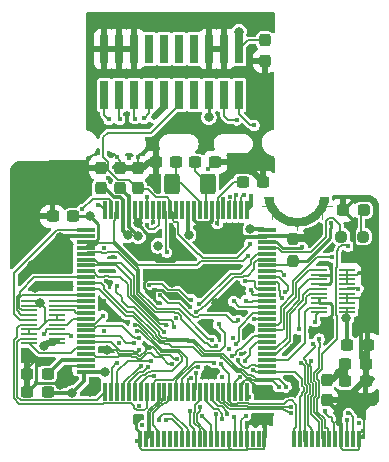
<source format=gbr>
%TF.GenerationSoftware,KiCad,Pcbnew,9.0.2*%
%TF.CreationDate,2025-07-04T12:48:37+02:00*%
%TF.ProjectId,MicroMod_Processor_Board,4d696372-6f4d-46f6-945f-50726f636573,rev?*%
%TF.SameCoordinates,Original*%
%TF.FileFunction,Copper,L1,Top*%
%TF.FilePolarity,Positive*%
%FSLAX46Y46*%
G04 Gerber Fmt 4.6, Leading zero omitted, Abs format (unit mm)*
G04 Created by KiCad (PCBNEW 9.0.2) date 2025-07-04 12:48:37*
%MOMM*%
%LPD*%
G01*
G04 APERTURE LIST*
G04 Aperture macros list*
%AMRoundRect*
0 Rectangle with rounded corners*
0 $1 Rounding radius*
0 $2 $3 $4 $5 $6 $7 $8 $9 X,Y pos of 4 corners*
0 Add a 4 corners polygon primitive as box body*
4,1,4,$2,$3,$4,$5,$6,$7,$8,$9,$2,$3,0*
0 Add four circle primitives for the rounded corners*
1,1,$1+$1,$2,$3*
1,1,$1+$1,$4,$5*
1,1,$1+$1,$6,$7*
1,1,$1+$1,$8,$9*
0 Add four rect primitives between the rounded corners*
20,1,$1+$1,$2,$3,$4,$5,0*
20,1,$1+$1,$4,$5,$6,$7,0*
20,1,$1+$1,$6,$7,$8,$9,0*
20,1,$1+$1,$8,$9,$2,$3,0*%
G04 Aperture macros list end*
%TA.AperFunction,EtchedComponent*%
%ADD10C,0.101600*%
%TD*%
%TA.AperFunction,EtchedComponent*%
%ADD11C,0.000000*%
%TD*%
%TA.AperFunction,SMDPad,CuDef*%
%ADD12RoundRect,0.237500X0.237500X-0.250000X0.237500X0.250000X-0.237500X0.250000X-0.237500X-0.250000X0*%
%TD*%
%TA.AperFunction,SMDPad,CuDef*%
%ADD13RoundRect,0.237500X-0.237500X0.300000X-0.237500X-0.300000X0.237500X-0.300000X0.237500X0.300000X0*%
%TD*%
%TA.AperFunction,SMDPad,CuDef*%
%ADD14RoundRect,0.237500X0.300000X0.237500X-0.300000X0.237500X-0.300000X-0.237500X0.300000X-0.237500X0*%
%TD*%
%TA.AperFunction,SMDPad,CuDef*%
%ADD15RoundRect,0.237500X-0.287500X-0.237500X0.287500X-0.237500X0.287500X0.237500X-0.287500X0.237500X0*%
%TD*%
%TA.AperFunction,SMDPad,CuDef*%
%ADD16RoundRect,0.237500X0.250000X0.237500X-0.250000X0.237500X-0.250000X-0.237500X0.250000X-0.237500X0*%
%TD*%
%TA.AperFunction,SMDPad,CuDef*%
%ADD17RoundRect,0.237500X0.237500X-0.300000X0.237500X0.300000X-0.237500X0.300000X-0.237500X-0.300000X0*%
%TD*%
%TA.AperFunction,SMDPad,CuDef*%
%ADD18RoundRect,0.237500X-0.300000X-0.237500X0.300000X-0.237500X0.300000X0.237500X-0.300000X0.237500X0*%
%TD*%
%TA.AperFunction,SMDPad,CuDef*%
%ADD19RoundRect,0.250000X-0.400000X-0.625000X0.400000X-0.625000X0.400000X0.625000X-0.400000X0.625000X0*%
%TD*%
%TA.AperFunction,SMDPad,CuDef*%
%ADD20RoundRect,0.075000X-0.075000X0.725000X-0.075000X-0.725000X0.075000X-0.725000X0.075000X0.725000X0*%
%TD*%
%TA.AperFunction,SMDPad,CuDef*%
%ADD21RoundRect,0.075000X-0.725000X0.075000X-0.725000X-0.075000X0.725000X-0.075000X0.725000X0.075000X0*%
%TD*%
%TA.AperFunction,SMDPad,CuDef*%
%ADD22R,0.350000X1.450000*%
%TD*%
%TA.AperFunction,ComponentPad*%
%ADD23C,0.454000*%
%TD*%
%TA.AperFunction,SMDPad,CuDef*%
%ADD24R,1.422400X0.203200*%
%TD*%
%TA.AperFunction,SMDPad,CuDef*%
%ADD25R,0.740000X2.400000*%
%TD*%
%TA.AperFunction,ViaPad*%
%ADD26C,0.450000*%
%TD*%
%TA.AperFunction,ViaPad*%
%ADD27C,0.400000*%
%TD*%
%TA.AperFunction,ViaPad*%
%ADD28C,0.800000*%
%TD*%
%TA.AperFunction,Conductor*%
%ADD29C,0.127000*%
%TD*%
%TA.AperFunction,Conductor*%
%ADD30C,0.250000*%
%TD*%
%TA.AperFunction,Conductor*%
%ADD31C,0.350000*%
%TD*%
%TA.AperFunction,Conductor*%
%ADD32C,0.500000*%
%TD*%
G04 APERTURE END LIST*
D10*
%TO.C,J1*%
X150397600Y-93375000D02*
X149497600Y-93375000D01*
X150397600Y-93375000D02*
X150397600Y-94475000D01*
X152497600Y-94675000D02*
X152497600Y-95375000D01*
X154597600Y-93375000D02*
X154597600Y-94475000D01*
X154597600Y-93375000D02*
X155497600Y-93375000D01*
D11*
%TA.AperFunction,EtchedComponent*%
G36*
X150586020Y-92913173D02*
G01*
X150669047Y-93191787D01*
X150794637Y-93453983D01*
X150959697Y-93693304D01*
X151160163Y-93903858D01*
X151391099Y-94080460D01*
X151646818Y-94218761D01*
X151921024Y-94315356D01*
X152497600Y-94375000D01*
X152788235Y-94367867D01*
X153074176Y-94315356D01*
X153348382Y-94218761D01*
X153604101Y-94080460D01*
X153835037Y-93903858D01*
X154035503Y-93693304D01*
X154200563Y-93453983D01*
X154326153Y-93191787D01*
X154447600Y-92625000D01*
X155247600Y-92625000D01*
X155184552Y-92988935D01*
X155074051Y-93341374D01*
X154918027Y-93676158D01*
X154719208Y-93987436D01*
X154481067Y-94269770D01*
X154207766Y-94518226D01*
X153904080Y-94728461D01*
X153575318Y-94896803D01*
X153227223Y-95020309D01*
X152865879Y-95096820D01*
X152497600Y-95125000D01*
X152128411Y-95099373D01*
X151765934Y-95024760D01*
X151416637Y-94902494D01*
X151086757Y-94734756D01*
X150782181Y-94524540D01*
X150508346Y-94275599D01*
X150270140Y-93992377D01*
X150071815Y-93679928D01*
X149916911Y-93343831D01*
X149747600Y-92625000D01*
X150547600Y-92625000D01*
X150586020Y-92913173D01*
G37*
%TD.AperFunction*%
%TD*%
D12*
%TO.P,R2,1*%
%TO.N,/BOOT0*%
X152200000Y-98025000D03*
%TO.P,R2,2*%
%TO.N,GND*%
X152200000Y-96200000D03*
%TD*%
D13*
%TO.P,C4,1*%
%TO.N,+3.3V*%
X149780000Y-79340000D03*
%TO.P,C4,2*%
%TO.N,GND*%
X149780000Y-81065000D03*
%TD*%
D14*
%TO.P,C18,1*%
%TO.N,Net-(C18-Pad1)*%
X131400000Y-107600000D03*
%TO.P,C18,2*%
%TO.N,GND*%
X129675000Y-107600000D03*
%TD*%
D15*
%TO.P,D1,1,K*%
%TO.N,GND*%
X156400000Y-93725000D03*
%TO.P,D1,2,A*%
%TO.N,Net-(D1-A)*%
X158150000Y-93725000D03*
%TD*%
D16*
%TO.P,R4,1*%
%TO.N,Net-(D1-A)*%
X158075000Y-95950000D03*
%TO.P,R4,2*%
%TO.N,Net-(U1-PE0)*%
X156250000Y-95950000D03*
%TD*%
D17*
%TO.P,C8,1*%
%TO.N,GND*%
X155016200Y-109827400D03*
%TO.P,C8,2*%
%TO.N,+3.3V*%
X155016200Y-108102400D03*
%TD*%
D18*
%TO.P,C15,1*%
%TO.N,GND*%
X131800000Y-94250000D03*
%TO.P,C15,2*%
%TO.N,+3.3V*%
X133525000Y-94250000D03*
%TD*%
D14*
%TO.P,C12,1*%
%TO.N,GND*%
X158470000Y-105120000D03*
%TO.P,C12,2*%
%TO.N,+3.3V*%
X156745000Y-105120000D03*
%TD*%
D18*
%TO.P,C17,1*%
%TO.N,GND*%
X129675000Y-109100000D03*
%TO.P,C17,2*%
%TO.N,+3.3V*%
X131400000Y-109100000D03*
%TD*%
D19*
%TO.P,Y1,1,1*%
%TO.N,Net-(U1-PC15)*%
X141875000Y-91525000D03*
%TO.P,Y1,2,2*%
%TO.N,Net-(U1-PC14)*%
X144975000Y-91525000D03*
%TD*%
D18*
%TO.P,C5,1*%
%TO.N,+3.3V*%
X156575000Y-108220000D03*
%TO.P,C5,2*%
%TO.N,GND*%
X158300000Y-108220000D03*
%TD*%
D20*
%TO.P,U1,1,PE2*%
%TO.N,/TRACE_CLK*%
X148275000Y-93725000D03*
%TO.P,U1,2,PE3*%
%TO.N,/TRACE_D0*%
X147775000Y-93725000D03*
%TO.P,U1,3,PE4*%
%TO.N,/TRACE_D1*%
X147275000Y-93725000D03*
%TO.P,U1,4,PE5*%
%TO.N,/TRACE_D2*%
X146775000Y-93725000D03*
%TO.P,U1,5,PE6*%
%TO.N,/TRACE_D3*%
X146275000Y-93725000D03*
%TO.P,U1,6,VBAT*%
%TO.N,/VBAT*%
X145775000Y-93725000D03*
%TO.P,U1,7,PC13*%
%TO.N,GND*%
X145275000Y-93725000D03*
%TO.P,U1,8,PC14*%
%TO.N,Net-(U1-PC14)*%
X144775000Y-93725000D03*
%TO.P,U1,9,PC15*%
%TO.N,Net-(U1-PC15)*%
X144275000Y-93725000D03*
%TO.P,U1,10,VSS*%
%TO.N,GND*%
X143775000Y-93725000D03*
%TO.P,U1,11,VDD*%
%TO.N,+3.3V*%
X143275000Y-93725000D03*
%TO.P,U1,12,PH0*%
%TO.N,unconnected-(U1-PH0-Pad12)*%
X142775000Y-93725000D03*
%TO.P,U1,13,PH1*%
%TO.N,unconnected-(U1-PH1-Pad13)*%
X142275000Y-93725000D03*
%TO.P,U1,14,NRST*%
%TO.N,/~{RESET}*%
X141775000Y-93725000D03*
%TO.P,U1,15,PC0*%
%TO.N,/BATT_VIN*%
X141275000Y-93725000D03*
%TO.P,U1,16,PC1*%
%TO.N,/SPI_MOSI*%
X140775000Y-93725000D03*
%TO.P,U1,17,PC2*%
%TO.N,/SPI_MISO*%
X140275000Y-93725000D03*
%TO.P,U1,18,PC3*%
%TO.N,/USB_VIN*%
X139775000Y-93725000D03*
%TO.P,U1,19,VSSA*%
%TO.N,GND*%
X139275000Y-93725000D03*
%TO.P,U1,20,VREF-*%
X138775000Y-93725000D03*
%TO.P,U1,21,VREF+*%
%TO.N,+3.3V*%
X138275000Y-93725000D03*
%TO.P,U1,22,VDDA*%
X137775000Y-93725000D03*
%TO.P,U1,23,PA0*%
%TO.N,/D0*%
X137275000Y-93725000D03*
%TO.P,U1,24,PA1*%
%TO.N,/BT_REG_ON*%
X136775000Y-93725000D03*
%TO.P,U1,25,PA2*%
%TO.N,/BT_HOST_WAKE*%
X136275000Y-93725000D03*
D21*
%TO.P,U1,26,PA3*%
%TO.N,/BT_PCM_IN*%
X134600000Y-95400000D03*
%TO.P,U1,27,VSS*%
%TO.N,GND*%
X134600000Y-95900000D03*
%TO.P,U1,28,VDD*%
%TO.N,+3.3V*%
X134600000Y-96400000D03*
%TO.P,U1,29,PA4*%
%TO.N,/AUD_LRCLK*%
X134600000Y-96900000D03*
%TO.P,U1,30,PA5*%
%TO.N,/AUD_BCLK*%
X134600000Y-97400000D03*
%TO.P,U1,31,PA6*%
%TO.N,/AUD_IN-CAM_PCLK*%
X134600000Y-97900000D03*
%TO.P,U1,32,PA7*%
%TO.N,/AUD_OUT-CAM_MCLK*%
X134600000Y-98400000D03*
%TO.P,U1,33,PC4*%
%TO.N,/AUD_MCLK*%
X134600000Y-98900000D03*
%TO.P,U1,34,PC5*%
%TO.N,/BT_PCM_SYNC*%
X134600000Y-99400000D03*
%TO.P,U1,35,PB0*%
%TO.N,/A0*%
X134600000Y-99900000D03*
%TO.P,U1,36,PB1*%
%TO.N,/A1*%
X134600000Y-100400000D03*
%TO.P,U1,37,PB2*%
%TO.N,/BT_PCM_OUT*%
X134600000Y-100900000D03*
%TO.P,U1,38,PE7*%
%TO.N,/BT_UART_TX*%
X134600000Y-101400000D03*
%TO.P,U1,39,PE8*%
%TO.N,/BT_UART_RX*%
X134600000Y-101900000D03*
%TO.P,U1,40,PE9*%
%TO.N,/BT_UART_RTS*%
X134600000Y-102400000D03*
%TO.P,U1,41,PE10*%
%TO.N,/BT_UART_CTS*%
X134600000Y-102900000D03*
%TO.P,U1,42,PE11*%
%TO.N,/~{SPI_CS1}*%
X134600000Y-103400000D03*
%TO.P,U1,43,PE12*%
%TO.N,/SPI_SCK1*%
X134600000Y-103900000D03*
%TO.P,U1,44,PE13*%
%TO.N,/SPI_CIPO1*%
X134600000Y-104400000D03*
%TO.P,U1,45,PE14*%
%TO.N,/SPI_COPI1*%
X134600000Y-104900000D03*
%TO.P,U1,46,PE15*%
%TO.N,/BT_DEV_WAKE*%
X134600000Y-105400000D03*
%TO.P,U1,47,PB10*%
%TO.N,/SPI_SCK*%
X134600000Y-105900000D03*
%TO.P,U1,48,VCAP*%
%TO.N,Net-(C18-Pad1)*%
X134600000Y-106400000D03*
%TO.P,U1,49,VSS*%
%TO.N,GND*%
X134600000Y-106900000D03*
%TO.P,U1,50,VDD*%
%TO.N,+3.3V*%
X134600000Y-107400000D03*
D20*
%TO.P,U1,51,PB12*%
%TO.N,/WL_REG_ON*%
X136275000Y-109075000D03*
%TO.P,U1,52,PB13*%
%TO.N,/UART_CTS1*%
X136775000Y-109075000D03*
%TO.P,U1,53,PB14*%
%TO.N,/SD_DAT0*%
X137275000Y-109075000D03*
%TO.P,U1,54,PB15*%
%TO.N,/SD_DAT1*%
X137775000Y-109075000D03*
%TO.P,U1,55,PD8*%
%TO.N,/UART_TX1*%
X138275000Y-109075000D03*
%TO.P,U1,56,PD9*%
%TO.N,/UART_RX1*%
X138775000Y-109075000D03*
%TO.P,U1,57,PD10*%
%TO.N,/PWM0*%
X139275000Y-109075000D03*
%TO.P,U1,58,PD11*%
%TO.N,/BT_PCM_CLK*%
X139775000Y-109075000D03*
%TO.P,U1,59,PD12*%
%TO.N,/UART_RTS1*%
X140275000Y-109075000D03*
%TO.P,U1,60,PD13*%
%TO.N,/G5*%
X140775000Y-109075000D03*
%TO.P,U1,61,PD14*%
%TO.N,/G6*%
X141275000Y-109075000D03*
%TO.P,U1,62,PD15*%
%TO.N,/G7*%
X141775000Y-109075000D03*
%TO.P,U1,63,PC6*%
%TO.N,/UART_TX2*%
X142275000Y-109075000D03*
%TO.P,U1,64,PC7*%
%TO.N,/UART_RX2*%
X142775000Y-109075000D03*
%TO.P,U1,65,PC8*%
%TO.N,/WIFI_SDIO_DAT0*%
X143275000Y-109075000D03*
%TO.P,U1,66,PC9*%
%TO.N,/WIFI_SDIO_DAT1*%
X143775000Y-109075000D03*
%TO.P,U1,67,PA8*%
%TO.N,/~{SPI_CS}*%
X144275000Y-109075000D03*
%TO.P,U1,68,PA9*%
%TO.N,/G3*%
X144775000Y-109075000D03*
%TO.P,U1,69,PA10*%
%TO.N,/G2*%
X145275000Y-109075000D03*
%TO.P,U1,70,PA11*%
%TO.N,/USB_D-*%
X145775000Y-109075000D03*
%TO.P,U1,71,PA12*%
%TO.N,/USB_D+*%
X146275000Y-109075000D03*
%TO.P,U1,72,PA13(JTMS*%
%TO.N,/SWDIO*%
X146775000Y-109075000D03*
%TO.P,U1,73,VDDUSB*%
%TO.N,+3.3V*%
X147275000Y-109075000D03*
%TO.P,U1,74,VSS*%
%TO.N,GND*%
X147775000Y-109075000D03*
%TO.P,U1,75,VDD*%
%TO.N,+3.3V*%
X148275000Y-109075000D03*
D21*
%TO.P,U1,76,PA14(JTCK*%
%TO.N,/SWDCK*%
X149950000Y-107400000D03*
%TO.P,U1,77,PA15(JTDI)*%
%TO.N,/G1*%
X149950000Y-106900000D03*
%TO.P,U1,78,PC10*%
%TO.N,/WIFI_SDIO_DAT2*%
X149950000Y-106400000D03*
%TO.P,U1,79,PC11*%
%TO.N,/WIFI_SDIO_DAT3*%
X149950000Y-105900000D03*
%TO.P,U1,80,PC12*%
%TO.N,/WIFI_SDIO_CLK*%
X149950000Y-105400000D03*
%TO.P,U1,81,PD0*%
%TO.N,/CAN-RX*%
X149950000Y-104900000D03*
%TO.P,U1,82,PD1*%
%TO.N,/CAN-TX*%
X149950000Y-104400000D03*
%TO.P,U1,83,PD2*%
%TO.N,/WIFI_SDIO_CMD*%
X149950000Y-103900000D03*
%TO.P,U1,84,PD3*%
%TO.N,/WL_GPIO_0_HOST_WAKE*%
X149950000Y-103400000D03*
%TO.P,U1,85,PD4*%
%TO.N,/D1-CAM_TRIG*%
X149950000Y-102900000D03*
%TO.P,U1,86,PD5*%
%TO.N,/G0*%
X149950000Y-102400000D03*
%TO.P,U1,87,PD6*%
%TO.N,/SD_CLK*%
X149950000Y-101900000D03*
%TO.P,U1,88,PD7*%
%TO.N,/SD_CMD*%
X149950000Y-101400000D03*
%TO.P,U1,89,PB3(JTDO*%
%TO.N,/SD_DAT2*%
X149950000Y-100900000D03*
%TO.P,U1,90,PB4(NJTRST)*%
%TO.N,/SD_DAT3*%
X149950000Y-100400000D03*
%TO.P,U1,91,PB5*%
%TO.N,/I2C_~{INT}*%
X149950000Y-99900000D03*
%TO.P,U1,92,PB6*%
%TO.N,/I2C_SCL*%
X149950000Y-99400000D03*
%TO.P,U1,93,PB7*%
%TO.N,/I2C_SDA*%
X149950000Y-98900000D03*
%TO.P,U1,94,BOOT0*%
%TO.N,/BOOT0*%
X149950000Y-98400000D03*
%TO.P,U1,95,PB8*%
%TO.N,/I2C_SCL1*%
X149950000Y-97900000D03*
%TO.P,U1,96,PB9*%
%TO.N,/I2C_SDA1*%
X149950000Y-97400000D03*
%TO.P,U1,97,PE0*%
%TO.N,Net-(U1-PE0)*%
X149950000Y-96900000D03*
%TO.P,U1,98,VCAP*%
%TO.N,Net-(C10-Pad1)*%
X149950000Y-96400000D03*
%TO.P,U1,99,VSS*%
%TO.N,GND*%
X149950000Y-95900000D03*
%TO.P,U1,100,VDD*%
%TO.N,+3.3V*%
X149950000Y-95400000D03*
%TD*%
D18*
%TO.P,C2,1*%
%TO.N,Net-(U1-PC14)*%
X143850000Y-89650000D03*
%TO.P,C2,2*%
%TO.N,GND*%
X145575000Y-89650000D03*
%TD*%
D22*
%TO.P,J1,1,GND*%
%TO.N,GND*%
X157747600Y-113100000D03*
%TO.P,J1,3,USB_D+*%
%TO.N,/USB_D+*%
X157247600Y-113100000D03*
%TO.P,J1,5,USB_D-*%
%TO.N,/USB_D-*%
X156747600Y-113100000D03*
%TO.P,J1,7,GND*%
%TO.N,GND*%
X156247600Y-113100000D03*
%TO.P,J1,9,USB_VIN*%
%TO.N,Net-(J1-USB_VIN)*%
X155747600Y-113100000D03*
%TO.P,J1,11,~{BOOT}*%
%TO.N,/~{BOOT}*%
X155247600Y-113100000D03*
%TO.P,J1,13,RTS1*%
%TO.N,/UART_RTS1*%
X154747600Y-113100000D03*
%TO.P,J1,15,CTS1*%
%TO.N,/UART_CTS1*%
X154247600Y-113100000D03*
%TO.P,J1,17,TX1*%
%TO.N,/UART_TX1*%
X153747600Y-113100000D03*
%TO.P,J1,19,RX1*%
%TO.N,/UART_RX1*%
X153247600Y-113100000D03*
%TO.P,J1,21,SWDCK*%
%TO.N,/SWDCK*%
X152747600Y-113100000D03*
%TO.P,J1,23,SWDIO*%
%TO.N,/SWDIO*%
X152247600Y-113100000D03*
%TO.P,J1,33,GND*%
%TO.N,GND*%
X149747600Y-113100000D03*
%TO.P,J1,35,USBHOST_D+*%
%TO.N,unconnected-(J1-USBHOST_D+-Pad35)*%
X149247600Y-113100000D03*
%TO.P,J1,37,USBHOST_D-*%
%TO.N,unconnected-(J1-USBHOST_D--Pad37)*%
X148747600Y-113100000D03*
%TO.P,J1,39,GND*%
%TO.N,GND*%
X148247600Y-113100000D03*
%TO.P,J1,41,CAN-RX*%
%TO.N,/CAN-RX*%
X147747600Y-113100000D03*
%TO.P,J1,43,CAN-TX*%
%TO.N,/CAN-TX*%
X147247600Y-113100000D03*
%TO.P,J1,45,GND*%
%TO.N,GND*%
X146747600Y-113100000D03*
%TO.P,J1,47,PWM1*%
%TO.N,unconnected-(J1-PWM1-Pad47)*%
X146247600Y-113100000D03*
%TO.P,J1,49,BATT_VIN/3*%
%TO.N,/BATT_VIN*%
X145747600Y-113100000D03*
%TO.P,J1,51,I2C_SDA1*%
%TO.N,/I2C_SDA1*%
X145247600Y-113100000D03*
%TO.P,J1,53,I2C_SCL1*%
%TO.N,/I2C_SCL1*%
X144747600Y-113100000D03*
%TO.P,J1,55,SPI_~{CS}*%
%TO.N,/~{SPI_CS}*%
X144247600Y-113100000D03*
%TO.P,J1,57,SPI_SCK*%
%TO.N,/SPI_SCK*%
X143747600Y-113100000D03*
%TO.P,J1,59,SPI_SDO*%
%TO.N,/SPI_MOSI*%
X143247600Y-113100000D03*
%TO.P,J1,61,SPI_SDI*%
%TO.N,/SPI_MISO*%
X142747600Y-113100000D03*
%TO.P,J1,63,G10/ADC_D+/CAM_VSYNC*%
%TO.N,unconnected-(J1-G10{slash}ADC_D+{slash}CAM_VSYNC-Pad63)*%
X142247600Y-113100000D03*
%TO.P,J1,65,G9/ADC_D-/CAM_HSYNC*%
%TO.N,unconnected-(J1-G9{slash}ADC_D-{slash}CAM_HSYNC-Pad65)*%
X141747600Y-113100000D03*
%TO.P,J1,67,G8*%
%TO.N,unconnected-(J1-G8-Pad67)*%
X141247600Y-113100000D03*
%TO.P,J1,69,G7/BUS7*%
%TO.N,/G7*%
X140747600Y-113100000D03*
%TO.P,J1,71,G6/BUS6*%
%TO.N,/G6*%
X140247600Y-113100000D03*
%TO.P,J1,73,G5/BUS5*%
%TO.N,/G5*%
X139747600Y-113100000D03*
%TO.P,J1,75,GND*%
%TO.N,GND*%
X139247600Y-113100000D03*
D23*
%TO.P,J1,GND1,GND*%
X150397600Y-93375000D03*
%TO.P,J1,GND2,GND*%
X152497600Y-94675000D03*
%TO.P,J1,GND3,GND*%
X154597600Y-93375000D03*
%TD*%
D14*
%TO.P,C3,1*%
%TO.N,Net-(U1-PC15)*%
X142275000Y-89650000D03*
%TO.P,C3,2*%
%TO.N,GND*%
X140550000Y-89650000D03*
%TD*%
D18*
%TO.P,C6,1*%
%TO.N,+3.3V*%
X156593200Y-106705400D03*
%TO.P,C6,2*%
%TO.N,GND*%
X158318200Y-106705400D03*
%TD*%
D24*
%TO.P,J4,1,Pin_1*%
%TO.N,+3.3V*%
X156699998Y-102379998D03*
%TO.P,J4,2,Pin_2*%
X156699998Y-101979999D03*
%TO.P,J4,3,Pin_3*%
%TO.N,GND*%
X156699998Y-101580000D03*
%TO.P,J4,4,Pin_4*%
X156699998Y-101179998D03*
%TO.P,J4,5,Pin_5*%
X156699998Y-100779999D03*
%TO.P,J4,6,Pin_6*%
%TO.N,/WL_GPIO_0_HOST_WAKE*%
X156699998Y-100379999D03*
%TO.P,J4,7,Pin_7*%
%TO.N,GND*%
X156699998Y-99980000D03*
%TO.P,J4,8,Pin_8*%
X156699998Y-99579998D03*
%TO.P,J4,9,Pin_9*%
X156699998Y-99179999D03*
%TO.P,J4,10,Pin_10*%
X156699998Y-98780000D03*
%TO.P,J4,11,Pin_11*%
%TO.N,/WIFI_SDIO_DAT0*%
X154350000Y-102379998D03*
%TO.P,J4,12,Pin_12*%
%TO.N,/WIFI_SDIO_DAT2*%
X154350000Y-101979999D03*
%TO.P,J4,13,Pin_13*%
%TO.N,GND*%
X154350000Y-101580000D03*
%TO.P,J4,14,Pin_14*%
X154350000Y-101179998D03*
%TO.P,J4,15,Pin_15*%
%TO.N,/WIFI_SDIO_DAT1*%
X154350000Y-100779999D03*
%TO.P,J4,16,Pin_16*%
%TO.N,/WIFI_SDIO_DAT3*%
X154350000Y-100379999D03*
%TO.P,J4,17,Pin_17*%
%TO.N,GND*%
X154350000Y-99980000D03*
%TO.P,J4,18,Pin_18*%
%TO.N,/WIFI_SDIO_CLK*%
X154350000Y-99579998D03*
%TO.P,J4,19,Pin_19*%
%TO.N,GND*%
X154350000Y-99179999D03*
%TO.P,J4,20,Pin_20*%
%TO.N,/WIFI_SDIO_CMD*%
X154350000Y-98780000D03*
%TD*%
D17*
%TO.P,C9,1*%
%TO.N,/~{RESET}*%
X139039600Y-91875000D03*
%TO.P,C9,2*%
%TO.N,GND*%
X139039600Y-90150000D03*
%TD*%
D13*
%TO.P,C7,1*%
%TO.N,GND*%
X135864600Y-90121400D03*
%TO.P,C7,2*%
%TO.N,+3.3V*%
X135864600Y-91846400D03*
%TD*%
%TO.P,C14,1*%
%TO.N,GND*%
X137541000Y-90146800D03*
%TO.P,C14,2*%
%TO.N,+3.3V*%
X137541000Y-91871800D03*
%TD*%
D24*
%TO.P,J3,1,Pin_1*%
%TO.N,+3.3V*%
X132200000Y-105000000D03*
%TO.P,J3,2,Pin_2*%
X132200000Y-104600001D03*
%TO.P,J3,3,Pin_3*%
%TO.N,/BT_REG_ON*%
X132200000Y-104200002D03*
%TO.P,J3,4,Pin_4*%
%TO.N,/BT_HOST_WAKE*%
X132200000Y-103800000D03*
%TO.P,J3,5,Pin_5*%
%TO.N,/BT_UART_CTS*%
X132200000Y-103400001D03*
%TO.P,J3,6,Pin_6*%
%TO.N,GND*%
X132200000Y-103000001D03*
%TO.P,J3,7,Pin_7*%
X132200000Y-102600002D03*
%TO.P,J3,8,Pin_8*%
%TO.N,/BT_UART_RTS*%
X132200000Y-102200000D03*
%TO.P,J3,9,Pin_9*%
%TO.N,/BT_UART_RX*%
X132200000Y-101800001D03*
%TO.P,J3,10,Pin_10*%
%TO.N,/BT_UART_TX*%
X132200000Y-101400002D03*
%TO.P,J3,11,Pin_11*%
%TO.N,/BT_DEV_WAKE*%
X129850002Y-105000000D03*
%TO.P,J3,12,Pin_12*%
%TO.N,/WL_REG_ON*%
X129850002Y-104600001D03*
%TO.P,J3,13,Pin_13*%
%TO.N,GND*%
X129850002Y-104200002D03*
%TO.P,J3,14,Pin_14*%
X129850002Y-103800000D03*
%TO.P,J3,15,Pin_15*%
%TO.N,/BT_PCM_CLK*%
X129850002Y-103400001D03*
%TO.P,J3,16,Pin_16*%
%TO.N,/BT_PCM_IN*%
X129850002Y-103000001D03*
%TO.P,J3,17,Pin_17*%
%TO.N,/BT_PCM_SYNC*%
X129850002Y-102600002D03*
%TO.P,J3,18,Pin_18*%
%TO.N,/BT_PCM_OUT*%
X129850002Y-102200000D03*
%TO.P,J3,19,Pin_19*%
%TO.N,GND*%
X129850002Y-101800001D03*
%TO.P,J3,20,Pin_20*%
X129850002Y-101400002D03*
%TD*%
D18*
%TO.P,C1,1*%
%TO.N,/VBAT*%
X147900000Y-91350000D03*
%TO.P,C1,2*%
%TO.N,GND*%
X149625000Y-91350000D03*
%TD*%
D25*
%TO.P,J5,1,Pin_1*%
%TO.N,+3.3V*%
X147600000Y-80070000D03*
%TO.P,J5,2,Pin_2*%
%TO.N,/SWDIO*%
X147600000Y-83970000D03*
%TO.P,J5,3,Pin_3*%
%TO.N,GND*%
X146330000Y-80070000D03*
%TO.P,J5,4,Pin_4*%
%TO.N,/SWDCK*%
X146330000Y-83970000D03*
%TO.P,J5,5,Pin_5*%
%TO.N,GND*%
X145060000Y-80070000D03*
%TO.P,J5,6,Pin_6*%
%TO.N,/G11-SWO*%
X145060000Y-83970000D03*
%TO.P,J5,7,Pin_7*%
%TO.N,unconnected-(J5-Pin_7-Pad7)*%
X143790000Y-80070000D03*
%TO.P,J5,8,Pin_8*%
%TO.N,unconnected-(J5-Pin_8-Pad8)*%
X143790000Y-83970000D03*
%TO.P,J5,9,Pin_9*%
%TO.N,unconnected-(J5-Pin_9-Pad9)*%
X142520000Y-80070000D03*
%TO.P,J5,10,Pin_10*%
%TO.N,/~{RESET}*%
X142520000Y-83970000D03*
%TO.P,J5,11,Pin_11*%
%TO.N,unconnected-(J5-Pin_11-Pad11)*%
X141250000Y-80070000D03*
%TO.P,J5,12,Pin_12*%
%TO.N,/TRACE_CLK*%
X141250000Y-83970000D03*
%TO.P,J5,13,Pin_13*%
%TO.N,unconnected-(J5-Pin_13-Pad13)*%
X139980000Y-80070000D03*
%TO.P,J5,14,Pin_14*%
%TO.N,/TRACE_D0*%
X139980000Y-83970000D03*
%TO.P,J5,15,Pin_15*%
%TO.N,GND*%
X138710000Y-80070000D03*
%TO.P,J5,16,Pin_16*%
%TO.N,/TRACE_D1*%
X138710000Y-83970000D03*
%TO.P,J5,17,Pin_17*%
%TO.N,GND*%
X137440000Y-80070000D03*
%TO.P,J5,18,Pin_18*%
%TO.N,/TRACE_D2*%
X137440000Y-83970000D03*
%TO.P,J5,19,Pin_19*%
%TO.N,GND*%
X136170000Y-80070000D03*
%TO.P,J5,20,Pin_20*%
%TO.N,/TRACE_D3*%
X136170000Y-83970000D03*
%TD*%
D26*
%TO.N,/PWM0*%
X147087942Y-104524079D03*
X140350000Y-107750000D03*
%TO.N,/SD_DAT0*%
X140118000Y-106500000D03*
D27*
%TO.N,GND*%
X152050000Y-105200000D03*
D28*
%TO.N,+3.3V*%
X148537184Y-95335000D03*
D26*
%TO.N,/VBAT*%
X139115800Y-110261400D03*
X145753815Y-94842889D03*
%TO.N,GND*%
X138275000Y-89275000D03*
X139982448Y-105317552D03*
X143425000Y-101900000D03*
X145923000Y-104470200D03*
X147590000Y-100550000D03*
X140868400Y-95529400D03*
D27*
X145197500Y-94697500D03*
D28*
X130100000Y-98400000D03*
D26*
X142341600Y-106328672D03*
D28*
X133325000Y-90325000D03*
D26*
X130420000Y-108380000D03*
X152030000Y-109100000D03*
X144576800Y-99720400D03*
X138950000Y-113300000D03*
X140610000Y-92100000D03*
D28*
X130300000Y-100275000D03*
D26*
X132475000Y-96950000D03*
X157937200Y-106121200D03*
D28*
X132401000Y-95990500D03*
D26*
X149360000Y-111280000D03*
D28*
X135000000Y-109125000D03*
D26*
X149625000Y-91350000D03*
X150266400Y-89585800D03*
X159025000Y-99375000D03*
D28*
X133300000Y-91475000D03*
D26*
X140425000Y-100475000D03*
X158875000Y-108000000D03*
D28*
X129275000Y-95600000D03*
D26*
X133292869Y-106998564D03*
X139014200Y-89204800D03*
X143687800Y-99720400D03*
X136930000Y-97700000D03*
X157962600Y-101142800D03*
X147650000Y-89400000D03*
D28*
X139000078Y-94832600D03*
D26*
X142240000Y-102819200D03*
X139220000Y-111160000D03*
D28*
X130800000Y-91578400D03*
D26*
X158700000Y-97800000D03*
X148375000Y-89375000D03*
X132450000Y-97900000D03*
X144925000Y-90200000D03*
X150200000Y-90225000D03*
D28*
X145671116Y-101603884D03*
D26*
X141808200Y-94970600D03*
X136350000Y-98870000D03*
X131800000Y-97400000D03*
D28*
X129768600Y-93243400D03*
D26*
X158800000Y-102275000D03*
X153593800Y-103962200D03*
D28*
X130780018Y-101618973D03*
D26*
X137236200Y-89255600D03*
D28*
X129850000Y-96600000D03*
D26*
X139954000Y-97358200D03*
D28*
X129100000Y-91250000D03*
D26*
X150291800Y-109448600D03*
X132546612Y-98551329D03*
X136144000Y-101400000D03*
X130370000Y-106440000D03*
D28*
X145500000Y-97000000D03*
D26*
X146775000Y-105486200D03*
X129760000Y-106190000D03*
X131900000Y-98225000D03*
X144522242Y-107714842D03*
X158800000Y-103300000D03*
X136525000Y-90975000D03*
X158075000Y-112450000D03*
X140700000Y-101600000D03*
X137425000Y-104975000D03*
D28*
X149733000Y-109250000D03*
D26*
X140512800Y-91516200D03*
D28*
X132423378Y-108544500D03*
X153845499Y-95919230D03*
X132850000Y-92925000D03*
D26*
X148800000Y-103750000D03*
X136360000Y-99730000D03*
D28*
X130425000Y-95550000D03*
D26*
X158075000Y-112950000D03*
X147777200Y-105867200D03*
X148425000Y-90175000D03*
X158800000Y-101175000D03*
X155400000Y-98575000D03*
X155346400Y-96850200D03*
X136170000Y-96950000D03*
X137414000Y-102844600D03*
D28*
X136375000Y-105600000D03*
X141920000Y-99880000D03*
D26*
X136175000Y-103975000D03*
%TO.N,/~{RESET}*%
X148500000Y-96580000D03*
D28*
%TO.N,+3.3V*%
X139051695Y-95928337D03*
X156088100Y-107510000D03*
X138155002Y-95859600D03*
X143336234Y-95805166D03*
X136220000Y-107460000D03*
X133450000Y-109209500D03*
X156680000Y-102890000D03*
X131073637Y-105224644D03*
X147600000Y-78600000D03*
X134980000Y-94210000D03*
D26*
X148417400Y-109499400D03*
X146175000Y-107850000D03*
X147650000Y-107850000D03*
D28*
X140721500Y-96738466D03*
D26*
%TO.N,Net-(C10-Pad1)*%
X152958800Y-96850200D03*
%TO.N,Net-(F1-Pad2)*%
X157734000Y-111760000D03*
X139380000Y-111940000D03*
%TO.N,/A0*%
X151579084Y-108685013D03*
%TO.N,/AUD_BCLK*%
X145600000Y-105250000D03*
%TO.N,/SPI_COPI1*%
X139150000Y-105550000D03*
%TO.N,/UART_CTS1*%
X153650000Y-106500000D03*
X145862500Y-103387500D03*
X137260000Y-100170000D03*
X137236200Y-106654600D03*
D28*
%TO.N,/G11-SWO*%
X145034000Y-85852000D03*
D26*
%TO.N,/G2*%
X146597346Y-110949912D03*
%TO.N,/SWDIO*%
X148869400Y-86537800D03*
X146064127Y-106701694D03*
%TO.N,/I2C_~{INT}*%
X151200000Y-101175000D03*
%TO.N,/AUD_IN-CAM_PCLK*%
X142080000Y-103581200D03*
%TO.N,/AUD_MCLK*%
X141250000Y-104075000D03*
%TO.N,/SPI_SCK1*%
X139100000Y-104550000D03*
%TO.N,/SWDCK*%
X147396200Y-86080600D03*
X148750000Y-107275000D03*
%TO.N,/CAN-RX*%
X148068418Y-106449297D03*
X148150000Y-111120000D03*
%TO.N,/D0*%
X148325000Y-97575000D03*
%TO.N,/~{BOOT}*%
X156825000Y-96775000D03*
%TO.N,/~{SPI_CS1}*%
X136036007Y-102664327D03*
%TO.N,/SPI_MISO*%
X141404896Y-111461056D03*
X140275000Y-94691200D03*
%TO.N,/USB_D-*%
X151964862Y-110933928D03*
X156747600Y-111472600D03*
%TO.N,/I2C_SDA1*%
X144190000Y-101660000D03*
X144450000Y-111140000D03*
%TO.N,/I2C_SCL*%
X151500000Y-100675000D03*
%TO.N,/CAN-TX*%
X146990978Y-106045489D03*
X147140000Y-111260000D03*
%TO.N,/I2C_SDA*%
X151433576Y-99216424D03*
%TO.N,/SPI_CIPO1*%
X138731892Y-104991729D03*
%TO.N,/UART_RTS1*%
X140000000Y-100050000D03*
X138780000Y-103400000D03*
X143550000Y-101300000D03*
X154381200Y-104622600D03*
%TO.N,/UART_RX2*%
X144154870Y-106987112D03*
%TO.N,/A1*%
X150940000Y-108680000D03*
%TO.N,/UART_RX1*%
X138970000Y-103980000D03*
X147525000Y-103025000D03*
X152806400Y-106629200D03*
X140875000Y-100924745D03*
%TO.N,/BATT_VIN*%
X141478000Y-97282000D03*
X145620000Y-111000000D03*
%TO.N,/G3*%
X146150000Y-111390000D03*
%TO.N,/SPI_MOSI*%
X140830000Y-111450000D03*
X139769251Y-94964779D03*
%TO.N,/D1-CAM_TRIG*%
X148850000Y-102950000D03*
%TO.N,/UART_TX2*%
X145493216Y-106633222D03*
%TO.N,/G1*%
X147494052Y-106422252D03*
%TO.N,/AUD_OUT-CAM_MCLK*%
X141427200Y-103428800D03*
%TO.N,/USB_D+*%
X152000000Y-110360000D03*
X156845577Y-110906006D03*
%TO.N,/G0*%
X147330461Y-105045436D03*
%TO.N,/SPI_SCK*%
X141950000Y-106750000D03*
X143430000Y-110720000D03*
%TO.N,/AUD_LRCLK*%
X145338800Y-104724200D03*
%TO.N,/UART_TX1*%
X153873200Y-105079800D03*
X139870828Y-107019163D03*
%TO.N,/I2C_SCL1*%
X143925000Y-102350000D03*
X144280000Y-110400000D03*
%TO.N,/SD_CLK*%
X147130000Y-101430000D03*
%TO.N,/SD_DAT1*%
X139300000Y-106950000D03*
%TO.N,/SD_DAT3*%
X148137000Y-99695000D03*
%TO.N,/SD_CMD*%
X148150000Y-101380000D03*
%TO.N,/SD_DAT2*%
X148610000Y-100520000D03*
%TO.N,/BT_HOST_WAKE*%
X131080000Y-104220000D03*
X135636000Y-93294200D03*
%TO.N,/BT_REG_ON*%
X133330000Y-104370000D03*
X134325000Y-93650000D03*
%TO.N,/WIFI_SDIO_DAT1*%
X152654000Y-103784400D03*
X143951634Y-107525000D03*
%TO.N,/WIFI_SDIO_DAT0*%
X154035200Y-103174800D03*
X143487134Y-107922573D03*
%TO.N,/WL_GPIO_0_HOST_WAKE*%
X155500000Y-97700000D03*
X157657800Y-100355400D03*
%TO.N,/TRACE_CLK*%
X148625000Y-92550000D03*
X140436600Y-85852000D03*
%TO.N,/TRACE_D3*%
X146276376Y-92789892D03*
X136575800Y-86029800D03*
%TO.N,/TRACE_D2*%
X137490200Y-86029800D03*
X146826172Y-92621509D03*
%TO.N,/TRACE_D1*%
X138760200Y-85979000D03*
X147375000Y-92450000D03*
%TO.N,/TRACE_D0*%
X139522200Y-85953600D03*
X148050000Y-92400000D03*
%TO.N,/BOOT0*%
X155400000Y-94825000D03*
%TO.N,/USB_VIN*%
X139775000Y-92575000D03*
%TO.N,Net-(J1-USB_VIN)*%
X154875000Y-110750000D03*
%TD*%
D29*
%TO.N,/VBAT*%
X147900000Y-91350000D02*
X147130076Y-91350000D01*
X147130076Y-91350000D02*
X145775000Y-92705076D01*
X145775000Y-92705076D02*
X145775000Y-93725000D01*
%TO.N,GND*%
X139000078Y-94832600D02*
X138775000Y-94607522D01*
X138775000Y-94607522D02*
X138775000Y-93725000D01*
X148247600Y-113100000D02*
X148247600Y-111950000D01*
X148247600Y-111950000D02*
X148917600Y-111280000D01*
X148917600Y-111280000D02*
X149360000Y-111280000D01*
D30*
X141920000Y-99880000D02*
X141920000Y-99812254D01*
X139802834Y-100526000D02*
X140374000Y-100526000D01*
X141920000Y-99812254D02*
X141681746Y-99574000D01*
X141681746Y-99574000D02*
X139802834Y-99574000D01*
X139802834Y-99574000D02*
X139524000Y-99852834D01*
X139524000Y-99852834D02*
X139524000Y-100247166D01*
X139524000Y-100247166D02*
X139802834Y-100526000D01*
X140374000Y-100526000D02*
X140425000Y-100475000D01*
D29*
%TO.N,/UART_RTS1*%
X143425000Y-101375000D02*
X142500000Y-100450000D01*
X141538079Y-100448079D02*
X141065000Y-99975000D01*
X142500000Y-100450000D02*
X142370272Y-100450000D01*
X142370272Y-100450000D02*
X142368351Y-100448079D01*
X141065000Y-99975000D02*
X140075000Y-99975000D01*
X142368351Y-100448079D02*
X141538079Y-100448079D01*
X140075000Y-99975000D02*
X140000000Y-100050000D01*
%TO.N,/~{RESET}*%
X141970500Y-94547140D02*
X141970500Y-93920500D01*
X148500000Y-96580000D02*
X148425000Y-96655000D01*
X148425000Y-96775000D02*
X147455000Y-97745000D01*
X148425000Y-96655000D02*
X148425000Y-96775000D01*
X144503324Y-97745000D02*
X144199825Y-97441501D01*
X147455000Y-97745000D02*
X144503324Y-97745000D01*
X142102860Y-94679500D02*
X141970500Y-94547140D01*
X144136060Y-97441500D02*
X142417800Y-95723240D01*
X142417800Y-95723240D02*
X142417800Y-94679500D01*
X142417800Y-94679500D02*
X142102860Y-94679500D01*
X141970500Y-93920500D02*
X141775000Y-93725000D01*
X144199825Y-97441501D02*
X144136060Y-97441500D01*
%TO.N,/UART_CTS1*%
X145862500Y-103387500D02*
X145940600Y-103465600D01*
X145940600Y-103465600D02*
X145940600Y-103675000D01*
X141057597Y-104539500D02*
X140785500Y-104267403D01*
X145942500Y-105664500D02*
X144728174Y-105664500D01*
X143274298Y-104612000D02*
X141487000Y-104612000D01*
X140785500Y-104006300D02*
X138734800Y-101955600D01*
X143750673Y-104687001D02*
X143349299Y-104687000D01*
X138176000Y-101955600D02*
X137666298Y-101445898D01*
X146380200Y-105226800D02*
X145942500Y-105664500D01*
X143349299Y-104687000D02*
X143274298Y-104612000D01*
X146380200Y-104114600D02*
X146380200Y-105226800D01*
X141487000Y-104612000D02*
X141414497Y-104539499D01*
X145940600Y-103675000D02*
X146380200Y-104114600D01*
X144728174Y-105664500D02*
X143750673Y-104687001D01*
X141414497Y-104539499D02*
X141057597Y-104539500D01*
X140785500Y-104267403D02*
X140785500Y-104006300D01*
X138734800Y-101955600D02*
X138176000Y-101955600D01*
X137200000Y-100624000D02*
X137200000Y-100230000D01*
X137666298Y-101445898D02*
X137666298Y-101090298D01*
X137666298Y-101090298D02*
X137200000Y-100624000D01*
X137200000Y-100230000D02*
X137260000Y-100170000D01*
%TO.N,/A0*%
X151579084Y-108685013D02*
X151552097Y-108712000D01*
X140567500Y-104245500D02*
X138633200Y-102311200D01*
X151000000Y-108050000D02*
X150658298Y-108050000D01*
X151552097Y-108712000D02*
X151552097Y-108602097D01*
X149012211Y-107982000D02*
X148906890Y-107876680D01*
X148370169Y-107675679D02*
X147911990Y-107217500D01*
X148618915Y-107675679D02*
X148370169Y-107675679D01*
X148906890Y-107876680D02*
X148819916Y-107876680D01*
X147867500Y-107217500D02*
X147787200Y-107137200D01*
X141324200Y-104757500D02*
X140967298Y-104757500D01*
X140567500Y-104357701D02*
X140567500Y-104245500D01*
X147911990Y-107217500D02*
X147867500Y-107217500D01*
X147787200Y-107137200D02*
X147487200Y-107137200D01*
X147487200Y-107137200D02*
X146233000Y-105883000D01*
X150590299Y-107982000D02*
X149012211Y-107982000D01*
X144638376Y-105883000D02*
X143660377Y-104905001D01*
X143660377Y-104905001D02*
X143259001Y-104905000D01*
X150658298Y-108050000D02*
X150590299Y-107982000D01*
X143259001Y-104905000D02*
X143184001Y-104830001D01*
X146233000Y-105883000D02*
X144638376Y-105883000D01*
X136188308Y-100425108D02*
X136188308Y-100144500D01*
X143184001Y-104830001D02*
X141396701Y-104830000D01*
X151552097Y-108602097D02*
X151000000Y-108050000D01*
X141396701Y-104830000D02*
X141324200Y-104757500D01*
X140967298Y-104757500D02*
X140567500Y-104357701D01*
X148819916Y-107876680D02*
X148618915Y-107675679D01*
X138074400Y-102311200D02*
X136188308Y-100425108D01*
X138633200Y-102311200D02*
X138074400Y-102311200D01*
X136188308Y-100144500D02*
X135945500Y-99901692D01*
X135945500Y-99901692D02*
X135945500Y-99900000D01*
X135945500Y-99900000D02*
X134600000Y-99900000D01*
%TO.N,/A1*%
X147384125Y-107435500D02*
X146049625Y-106101000D01*
X147821692Y-107435500D02*
X147384125Y-107435500D01*
X140349500Y-104383100D02*
X138630848Y-102664448D01*
X140349500Y-104447999D02*
X140349500Y-104383100D01*
X140876999Y-104975500D02*
X140349500Y-104447999D01*
X143694752Y-105300000D02*
X141900000Y-105300000D01*
X141233902Y-104975500D02*
X140876999Y-104975500D01*
X141900000Y-105300000D02*
X141648001Y-105048001D01*
X141648001Y-105048001D02*
X141306402Y-105048000D01*
X144495752Y-106101000D02*
X143694752Y-105300000D01*
X146049625Y-106101000D02*
X144495752Y-106101000D01*
X141306402Y-105048000D02*
X141233902Y-104975500D01*
X138630848Y-102664448D02*
X137994640Y-102664448D01*
X137994640Y-102664448D02*
X135730192Y-100400000D01*
X135730192Y-100400000D02*
X134600000Y-100400000D01*
X147868096Y-107481904D02*
X147821692Y-107435500D01*
%TO.N,/UART_TX2*%
X145493216Y-106633222D02*
X145409994Y-106550000D01*
X145409994Y-106550000D02*
X143838808Y-106550000D01*
%TO.N,/SWDIO*%
X146046151Y-106719670D02*
X146046151Y-106796151D01*
X146173166Y-106909566D02*
X146200000Y-106936400D01*
X146200000Y-107025000D02*
X146225000Y-107050000D01*
X146775000Y-107557400D02*
X146775000Y-109075000D01*
X146064127Y-106701694D02*
X146046151Y-106719670D01*
X146046151Y-106796151D02*
X146159566Y-106909566D01*
X146159566Y-106909566D02*
X146173166Y-106909566D01*
X146200000Y-106936400D02*
X146200000Y-107025000D01*
X146225000Y-107050000D02*
X146267600Y-107050000D01*
X146267600Y-107050000D02*
X146775000Y-107557400D01*
%TO.N,/UART_TX2*%
X143838808Y-106550000D02*
X142275000Y-108113808D01*
X142275000Y-108113808D02*
X142275000Y-109075000D01*
X145525000Y-106625000D02*
X145501438Y-106625000D01*
X145501438Y-106625000D02*
X145493216Y-106633222D01*
%TO.N,/A1*%
X151025000Y-108800000D02*
X150975000Y-108750000D01*
X148729618Y-108094680D02*
X148528617Y-107893679D01*
X147655200Y-107355200D02*
X147396902Y-107355200D01*
X150975000Y-108750000D02*
X150975000Y-108675000D01*
X148921912Y-108200000D02*
X148816592Y-108094680D01*
X150975000Y-108675000D02*
X150500000Y-108200000D01*
X150500000Y-108200000D02*
X148921912Y-108200000D01*
X148528617Y-107893679D02*
X148279870Y-107893679D01*
X147735500Y-107435500D02*
X147655200Y-107355200D01*
X148816592Y-108094680D02*
X148729618Y-108094680D01*
X148279870Y-107893679D02*
X147868096Y-107481904D01*
X147821692Y-107435500D02*
X147735500Y-107435500D01*
X147396902Y-107355200D02*
X146238250Y-106196548D01*
X146238250Y-106196548D02*
X146103452Y-106196548D01*
X146103452Y-106196548D02*
X146007903Y-106100999D01*
%TO.N,/UART_RX2*%
X144154870Y-106987112D02*
X143796983Y-106987112D01*
X143796983Y-106987112D02*
X142775000Y-108009095D01*
X142775000Y-108009095D02*
X142775000Y-109075000D01*
%TO.N,/WIFI_SDIO_DAT1*%
X143951634Y-108898366D02*
X143775000Y-109075000D01*
X143951634Y-107525000D02*
X143951634Y-108898366D01*
%TO.N,/A1*%
X145814398Y-106100998D02*
X145248210Y-106101000D01*
X146007903Y-106100999D02*
X145248210Y-106101000D01*
X146007903Y-106100999D02*
X145974001Y-106100999D01*
%TO.N,/CAN-TX*%
X149950000Y-104400000D02*
X148818094Y-104400000D01*
X148818094Y-104400000D02*
X147765394Y-105452700D01*
X147765394Y-105452700D02*
X147605508Y-105452700D01*
X147605508Y-105452700D02*
X147362700Y-105695508D01*
X147362700Y-105695508D02*
X147362700Y-105855394D01*
X147362700Y-105855394D02*
X147118094Y-106100000D01*
X147118094Y-106100000D02*
X147100000Y-106100000D01*
%TO.N,/UART_RX1*%
X143563808Y-102625000D02*
X143613808Y-102625000D01*
X144096692Y-102764500D02*
X144236192Y-102625000D01*
X141550255Y-101600000D02*
X142538808Y-101600000D01*
X143613808Y-102625000D02*
X143753308Y-102764500D01*
X142538808Y-101600000D02*
X143563808Y-102625000D01*
X140875000Y-100924745D02*
X141550255Y-101600000D01*
X143753308Y-102764500D02*
X144096692Y-102764500D01*
X144236192Y-102625000D02*
X146525000Y-102625000D01*
X146525000Y-102625000D02*
X147050000Y-103150000D01*
X147050000Y-103150000D02*
X147400000Y-103150000D01*
X147400000Y-103150000D02*
X147525000Y-103025000D01*
%TO.N,/D1-CAM_TRIG*%
X148850000Y-102950000D02*
X149150000Y-102950000D01*
X149200000Y-102900000D02*
X149950000Y-102900000D01*
X149150000Y-102950000D02*
X149200000Y-102900000D01*
%TO.N,/G0*%
X147330461Y-105045436D02*
X147333522Y-105045436D01*
X147333522Y-105045436D02*
X147548600Y-104830358D01*
X148806000Y-102400000D02*
X149950000Y-102400000D01*
X147548600Y-104830358D02*
X147548600Y-103657400D01*
X147548600Y-103657400D02*
X148806000Y-102400000D01*
%TO.N,/CAN-RX*%
X148068418Y-106449297D02*
X148068418Y-106431582D01*
X148539200Y-105510801D02*
X149150001Y-104900000D01*
X148068418Y-106431582D02*
X148539200Y-105960800D01*
X148539200Y-105960800D02*
X148539200Y-105510801D01*
X149150001Y-104900000D02*
X149950000Y-104900000D01*
%TO.N,/G1*%
X147494052Y-106422252D02*
X147494052Y-106600052D01*
X148002289Y-106999500D02*
X148102788Y-107100000D01*
X147494052Y-106600052D02*
X147813200Y-106919200D01*
X147877499Y-106919200D02*
X147957798Y-106999500D01*
X148102788Y-107100000D02*
X148313808Y-107100000D01*
X147957798Y-106999500D02*
X148002289Y-106999500D01*
X148313808Y-107100000D02*
X148603308Y-106810500D01*
X147813200Y-106919200D02*
X147877499Y-106919200D01*
X148603308Y-106810500D02*
X148946692Y-106810500D01*
X148946692Y-106810500D02*
X149019392Y-106883200D01*
X149019392Y-106883200D02*
X149933200Y-106883200D01*
X149933200Y-106883200D02*
X149950000Y-106900000D01*
%TO.N,/SWDCK*%
X148750000Y-107275000D02*
X148775000Y-107250000D01*
X148775000Y-107250000D02*
X148775000Y-107155400D01*
X149056000Y-107400000D02*
X149950000Y-107400000D01*
X148775000Y-107155400D02*
X148793200Y-107137200D01*
X148793200Y-107137200D02*
X149056000Y-107400000D01*
X152747600Y-113100000D02*
X152747600Y-109545198D01*
X152350000Y-107400000D02*
X149950000Y-107400000D01*
X152747600Y-109545198D02*
X152952299Y-109340499D01*
X152952299Y-109183893D02*
X153089500Y-109046692D01*
X152952299Y-109340499D02*
X152952299Y-109183893D01*
X153089500Y-109046692D02*
X153089500Y-108703308D01*
X153089500Y-108703308D02*
X152952299Y-108566107D01*
X152952299Y-108566107D02*
X152952299Y-108002299D01*
X152952299Y-108002299D02*
X152350000Y-107400000D01*
%TO.N,/UART_RX1*%
X138775000Y-109075000D02*
X138775000Y-108275001D01*
X140140682Y-107335500D02*
X141950692Y-107335500D01*
X139400002Y-107650000D02*
X139650000Y-107650000D01*
X139650000Y-107650000D02*
X139866337Y-107433663D01*
X140867195Y-105598616D02*
X139248580Y-103980000D01*
X140042520Y-107433663D02*
X140140682Y-107335500D01*
X141950692Y-107335500D02*
X142783351Y-106502841D01*
X138775000Y-108275001D02*
X139400002Y-107650000D01*
X142783351Y-106502841D02*
X142783351Y-106116649D01*
X142783351Y-106116649D02*
X142409702Y-105743000D01*
X142409702Y-105743000D02*
X141011593Y-105743000D01*
X139866337Y-107433663D02*
X140042520Y-107433663D01*
X141011593Y-105743000D02*
X141011589Y-105743003D01*
X141011589Y-105743003D02*
X141011579Y-105743000D01*
X141011579Y-105743000D02*
X140867195Y-105598620D01*
X140867195Y-105598620D02*
X140867195Y-105598616D01*
X139248580Y-103980000D02*
X138970000Y-103980000D01*
%TO.N,/PWM0*%
X139858299Y-107750000D02*
X140350000Y-107750000D01*
X139275000Y-108333299D02*
X139858299Y-107750000D01*
X139275000Y-109075000D02*
X139275000Y-108333299D01*
%TO.N,/UART_TX1*%
X139457991Y-107432000D02*
X139132000Y-107432000D01*
X139870828Y-107019163D02*
X139457991Y-107432000D01*
X139132000Y-107432000D02*
X139114750Y-107414750D01*
X138275000Y-108254500D02*
X138275000Y-109075000D01*
X139114750Y-107414750D02*
X138275000Y-108254500D01*
%TO.N,/SD_DAT1*%
X139300000Y-106950000D02*
X139200000Y-107050000D01*
X139200000Y-107050000D02*
X139081872Y-107050000D01*
X139081872Y-107050000D02*
X137775000Y-108356872D01*
X137775000Y-108356872D02*
X137775000Y-109075000D01*
%TO.N,/SPI_SCK*%
X135226640Y-105900000D02*
X135481140Y-106154500D01*
X135481140Y-106154500D02*
X137322292Y-106154500D01*
X134600000Y-105900000D02*
X135226640Y-105900000D01*
X138728303Y-106125502D02*
X138728305Y-106125500D01*
X137322292Y-106154500D02*
X137376792Y-106100000D01*
X138547710Y-106125500D02*
X138728303Y-106125502D01*
X137376792Y-106100000D02*
X138522210Y-106100000D01*
X138522210Y-106100000D02*
X138547710Y-106125500D01*
X138843731Y-106125500D02*
X139013009Y-106294779D01*
X139013009Y-106294779D02*
X139313519Y-106294779D01*
X139313519Y-106294779D02*
X139758298Y-105850000D01*
X138728305Y-106125500D02*
X138843731Y-106125500D01*
X140475199Y-106179007D02*
X141029007Y-106179007D01*
X139758298Y-105850000D02*
X140146192Y-105850000D01*
X140146192Y-105850000D02*
X140475199Y-106179007D01*
X141029007Y-106179007D02*
X141600000Y-106750000D01*
X141600000Y-106750000D02*
X141950000Y-106750000D01*
%TO.N,GND*%
X141101891Y-105961000D02*
X141101884Y-105961007D01*
X142341600Y-106328672D02*
X142091872Y-106328672D01*
X138638009Y-105907500D02*
X138610789Y-105880279D01*
X140921288Y-105961007D02*
X140277833Y-105317552D01*
X138934029Y-105907500D02*
X138638009Y-105907500D01*
X140277833Y-105317552D02*
X139689500Y-105317552D01*
X141101884Y-105961007D02*
X140921288Y-105961007D01*
X139689500Y-105317552D02*
X139689500Y-105610500D01*
X139689500Y-105610500D02*
X139223221Y-106076779D01*
X138610789Y-105880279D02*
X137421981Y-105880279D01*
X139223221Y-106076779D02*
X139103308Y-106076779D01*
X139103308Y-106076779D02*
X138934029Y-105907500D01*
X142091872Y-106328672D02*
X141724200Y-105961000D01*
X141724200Y-105961000D02*
X141101891Y-105961000D01*
X137421981Y-105880279D02*
X137141702Y-105600000D01*
X137141702Y-105600000D02*
X136375000Y-105600000D01*
%TO.N,/SD_DAT0*%
X138859932Y-106450000D02*
X138200000Y-106450000D01*
X139948327Y-106512779D02*
X138922711Y-106512779D01*
X139952943Y-106508164D02*
X139948327Y-106512779D01*
X138922711Y-106512779D02*
X138859932Y-106450000D01*
X138200000Y-106450000D02*
X137275000Y-107375000D01*
X137275000Y-107375000D02*
X137275000Y-109075000D01*
%TO.N,/UART_RTS1*%
X140275000Y-109075000D02*
X140275000Y-108448360D01*
X139006877Y-103430000D02*
X138810000Y-103430000D01*
X140275000Y-108448360D02*
X140602860Y-108120500D01*
X140602860Y-108120500D02*
X141960010Y-108120500D01*
X141960010Y-108120500D02*
X143175000Y-106905510D01*
X143175000Y-106905510D02*
X143175000Y-106200000D01*
X143175000Y-106200000D02*
X142500000Y-105525000D01*
X142500000Y-105525000D02*
X141101878Y-105525000D01*
X141101878Y-105525000D02*
X139006877Y-103430000D01*
X138810000Y-103430000D02*
X138780000Y-103400000D01*
%TO.N,/SPI_COPI1*%
X138728308Y-105689500D02*
X138701087Y-105662279D01*
X139150000Y-105550000D02*
X139098913Y-105601087D01*
X136750000Y-104900000D02*
X134600000Y-104900000D01*
X139098913Y-105601087D02*
X139098913Y-105662279D01*
X139098913Y-105662279D02*
X139071692Y-105689500D01*
X139071692Y-105689500D02*
X138728308Y-105689500D01*
X138701087Y-105662279D02*
X137512279Y-105662279D01*
X137512279Y-105662279D02*
X136750000Y-104900000D01*
%TO.N,/SPI_CIPO1*%
X137475000Y-104400000D02*
X134600000Y-104400000D01*
X138731892Y-104991729D02*
X138616729Y-104991729D01*
X138616729Y-104991729D02*
X138590673Y-104965673D01*
X138590673Y-104965673D02*
X138040673Y-104965673D01*
X138040673Y-104965673D02*
X137475000Y-104400000D01*
%TO.N,/SPI_SCK1*%
X138779946Y-104550000D02*
X138676638Y-104446692D01*
X138676638Y-104446692D02*
X138616692Y-104446692D01*
X139100000Y-104550000D02*
X138779946Y-104550000D01*
X138616692Y-104446692D02*
X137695000Y-103525000D01*
X137695000Y-103525000D02*
X135601640Y-103525000D01*
X135601640Y-103525000D02*
X135226640Y-103900000D01*
X135226640Y-103900000D02*
X134600000Y-103900000D01*
D31*
%TO.N,+3.3V*%
X148450000Y-95300000D02*
X148485000Y-95335000D01*
X148485000Y-95335000D02*
X148537184Y-95335000D01*
X148450000Y-95300000D02*
X149604998Y-95300000D01*
X149604998Y-95300000D02*
X149704998Y-95400000D01*
X149704998Y-95400000D02*
X149950000Y-95400000D01*
%TO.N,GND*%
X144500000Y-94828000D02*
X145672000Y-96000000D01*
X145672000Y-96000000D02*
X149065674Y-96000000D01*
X149065674Y-96000000D02*
X149081674Y-95984000D01*
X149081674Y-95984000D02*
X149866000Y-95984000D01*
X149866000Y-95984000D02*
X149950000Y-95900000D01*
D29*
%TO.N,/VBAT*%
X145796000Y-94996000D02*
X145775000Y-94975000D01*
X145775000Y-94975000D02*
X145775000Y-93725000D01*
%TO.N,GND*%
X156699998Y-99179999D02*
X157614001Y-99179999D01*
D30*
X129675000Y-109100000D02*
X129675000Y-107600000D01*
D32*
X156007713Y-111642287D02*
X156175425Y-111810000D01*
D29*
X149747600Y-111606400D02*
X149747600Y-113100000D01*
D31*
X132491500Y-95900000D02*
X132401000Y-95990500D01*
D29*
X148937500Y-108610860D02*
X148700820Y-108374180D01*
D30*
X139170000Y-111300000D02*
X139170000Y-111414000D01*
X155400000Y-98575000D02*
X155400000Y-99091199D01*
D29*
X150200000Y-89600000D02*
X150050000Y-89750000D01*
X149715000Y-113975000D02*
X149577100Y-113975000D01*
D31*
X149950000Y-95900000D02*
X151250000Y-95900000D01*
D30*
X155311200Y-99179999D02*
X154350000Y-99179999D01*
X140639800Y-98044000D02*
X142113000Y-98044000D01*
D31*
X155714016Y-110525216D02*
X155016200Y-109827400D01*
D30*
X130420000Y-106490000D02*
X130370000Y-106440000D01*
D29*
X149686400Y-111606400D02*
X149747600Y-111606400D01*
X147775000Y-108448360D02*
X147775000Y-109075000D01*
D32*
X156091600Y-110826384D02*
X156091600Y-110891343D01*
D30*
X138854000Y-112157877D02*
X139162123Y-112466000D01*
D29*
X139389600Y-114025000D02*
X147055000Y-114025000D01*
D30*
X147775000Y-109075000D02*
X147775000Y-108398166D01*
D31*
X151269230Y-95919230D02*
X153845499Y-95919230D01*
D29*
X157614001Y-99179999D02*
X157734000Y-99060000D01*
D30*
X158525000Y-92700000D02*
X159175000Y-93350000D01*
X153786000Y-103770000D02*
X154278798Y-103770000D01*
X140399000Y-101299000D02*
X140700000Y-101600000D01*
D32*
X145575000Y-89650000D02*
X147925000Y-89650000D01*
D30*
X149775240Y-109448600D02*
X148700820Y-108374180D01*
X130395000Y-108380000D02*
X129675000Y-109100000D01*
D32*
X133528600Y-90121400D02*
X133325000Y-90325000D01*
D29*
X145575000Y-89650000D02*
X145475000Y-89650000D01*
D30*
X155400000Y-99774798D02*
X155194798Y-99980000D01*
D29*
X148438319Y-108111679D02*
X148111681Y-108111679D01*
D30*
X132423378Y-108544500D02*
X132258878Y-108380000D01*
D32*
X156049000Y-111523943D02*
X156087528Y-111562472D01*
D29*
X139039600Y-90223000D02*
X139039600Y-89289600D01*
D31*
X145067000Y-94828000D02*
X144500000Y-94828000D01*
D29*
X158165800Y-108984200D02*
X158165800Y-112681800D01*
X157747600Y-113952000D02*
X157747600Y-113100000D01*
D30*
X154278798Y-103770000D02*
X155450000Y-102598798D01*
D31*
X157988000Y-101092000D02*
X157950000Y-101130000D01*
D30*
X138854000Y-111722123D02*
X138854000Y-112157877D01*
D31*
X144041348Y-94828000D02*
X144500000Y-94828000D01*
D30*
X157300000Y-94625000D02*
X157300000Y-97500000D01*
X141351000Y-100727579D02*
X141072166Y-100448745D01*
D32*
X156049000Y-111026057D02*
X156049000Y-111523943D01*
D29*
X145275000Y-93725000D02*
X145275000Y-94720966D01*
X131181904Y-103231904D02*
X131413807Y-103000001D01*
X131181904Y-103231904D02*
X131181904Y-102020859D01*
D30*
X155194798Y-99980000D02*
X154350000Y-99980000D01*
D29*
X156247600Y-113883000D02*
X156381100Y-114016500D01*
D30*
X156400000Y-93725000D02*
X157425000Y-92700000D01*
D29*
X149577100Y-113979500D02*
X148418100Y-113979500D01*
X156381100Y-114016500D02*
X157683100Y-114016500D01*
D30*
X155400000Y-99091199D02*
X155311200Y-99179999D01*
D29*
X149497100Y-111417100D02*
X149686400Y-111606400D01*
D30*
X150291800Y-109448600D02*
X151681400Y-109448600D01*
D29*
X157900002Y-101179998D02*
X157988000Y-101092000D01*
X131413807Y-103000001D02*
X132200000Y-103000001D01*
X148700820Y-108374180D02*
X148438319Y-108111679D01*
X148937500Y-108637500D02*
X148937500Y-108610860D01*
X129675000Y-107600000D02*
X129675000Y-106250000D01*
X149577100Y-113975000D02*
X149577100Y-113979500D01*
X139275000Y-94557678D02*
X139000078Y-94832600D01*
D32*
X137544200Y-90150000D02*
X137541000Y-90146800D01*
X156087528Y-111562472D02*
X156007713Y-111642287D01*
D31*
X143775000Y-94561652D02*
X144041348Y-94828000D01*
D29*
X131181904Y-102020859D02*
X130780018Y-101618973D01*
D31*
X158001000Y-99060000D02*
X157734000Y-99060000D01*
X158425000Y-99484000D02*
X158001000Y-99060000D01*
X145275000Y-94620000D02*
X145067000Y-94828000D01*
D29*
X146960000Y-114046000D02*
X148077100Y-114046000D01*
X145275000Y-94720966D02*
X144828274Y-95167692D01*
D31*
X157950000Y-101130000D02*
X157950000Y-106100000D01*
D29*
X146775100Y-113979500D02*
X146893500Y-113979500D01*
D30*
X159175000Y-94575000D02*
X159200000Y-94600000D01*
D29*
X148339600Y-113975000D02*
X148247600Y-113883000D01*
D30*
X155450000Y-102598798D02*
X155450000Y-101718800D01*
D32*
X158875000Y-108000000D02*
X158344400Y-108000000D01*
D29*
X158875000Y-108000000D02*
X158875000Y-108275000D01*
D30*
X139954000Y-95935800D02*
X139420600Y-95402400D01*
D31*
X134600000Y-95900000D02*
X132491500Y-95900000D01*
D30*
X153593800Y-103962200D02*
X153786000Y-103770000D01*
X139170000Y-111414000D02*
X139162123Y-111414000D01*
D29*
X145630000Y-89750000D02*
X145542000Y-89662000D01*
D30*
X139247600Y-112466000D02*
X139247600Y-113100000D01*
X159175000Y-93350000D02*
X159175000Y-93725000D01*
D32*
X147925000Y-89650000D02*
X149625000Y-91350000D01*
D30*
X155400000Y-99091199D02*
X155400000Y-99774798D01*
D29*
X132200000Y-102600002D02*
X132200000Y-103000001D01*
X148418100Y-113975000D02*
X148339600Y-113975000D01*
D30*
X141072166Y-100448745D02*
X140451255Y-100448745D01*
D29*
X156699998Y-101179998D02*
X157900002Y-101179998D01*
X152030000Y-109100000D02*
X151959800Y-109029800D01*
X133299200Y-106984800D02*
X131884000Y-108400000D01*
D31*
X156247600Y-111882174D02*
X156007713Y-111642287D01*
D30*
X141808200Y-94970600D02*
X142113000Y-95275400D01*
D29*
X156699998Y-99980000D02*
X156699998Y-99579998D01*
D30*
X150291800Y-109448600D02*
X149775240Y-109448600D01*
X155311200Y-101580000D02*
X154350000Y-101580000D01*
X154350000Y-101179998D02*
X154350000Y-101580000D01*
X139162123Y-111414000D02*
X138854000Y-111722123D01*
X155450000Y-101718800D02*
X155311200Y-101580000D01*
D29*
X158165800Y-112681800D02*
X157747600Y-113100000D01*
X156699998Y-98780000D02*
X156699998Y-99579998D01*
D30*
X139420600Y-95402400D02*
X139420600Y-95300800D01*
D31*
X158425000Y-100164600D02*
X158425000Y-99484000D01*
D29*
X130613808Y-103800000D02*
X131181904Y-103231904D01*
D32*
X155819184Y-110525216D02*
X156050000Y-110756032D01*
D29*
X148247600Y-113992400D02*
X148247600Y-113100000D01*
X146747600Y-113100000D02*
X146747600Y-113952000D01*
D30*
X151681400Y-109448600D02*
X152030000Y-109100000D01*
D29*
X140515000Y-91485000D02*
X140500000Y-91500000D01*
D32*
X140550000Y-89650000D02*
X139970000Y-89650000D01*
D29*
X146725000Y-100550000D02*
X145671116Y-101603884D01*
D32*
X156050000Y-110784784D02*
X156091600Y-110826384D01*
D29*
X137541000Y-90146800D02*
X137541000Y-89541000D01*
X129675000Y-106250000D02*
X129725000Y-106200000D01*
X148194000Y-114046000D02*
X148247600Y-113992400D01*
X147590000Y-100550000D02*
X146725000Y-100550000D01*
X156699998Y-101179998D02*
X156699998Y-101580000D01*
D30*
X132258878Y-108380000D02*
X130420000Y-108380000D01*
X139220000Y-111250000D02*
X139170000Y-111300000D01*
X147775000Y-108398166D02*
X147909000Y-108264166D01*
D29*
X129850002Y-103800000D02*
X130613808Y-103800000D01*
X145275000Y-94620000D02*
X145197500Y-94697500D01*
D31*
X151900000Y-95900000D02*
X152200000Y-96200000D01*
X158419800Y-100660200D02*
X158419800Y-100169800D01*
D30*
X140399000Y-100501000D02*
X140399000Y-101299000D01*
D32*
X139039600Y-90150000D02*
X137544200Y-90150000D01*
X156137657Y-110937400D02*
X156049000Y-111026057D01*
D29*
X131884000Y-108400000D02*
X130375000Y-108400000D01*
X140515000Y-89662000D02*
X140515000Y-91485000D01*
X129675000Y-109100000D02*
X130375000Y-108400000D01*
X137541000Y-89541000D02*
X137250000Y-89250000D01*
D32*
X139970000Y-89650000D02*
X139470000Y-90150000D01*
D29*
X145475000Y-89650000D02*
X144925000Y-90200000D01*
X156699998Y-100779999D02*
X156699998Y-101179998D01*
D30*
X139420600Y-95300800D02*
X139000078Y-94880278D01*
X156400000Y-93725000D02*
X157300000Y-94625000D01*
X130420000Y-108380000D02*
X130420000Y-106490000D01*
D29*
X129675000Y-107600000D02*
X129675000Y-107150000D01*
D31*
X158419800Y-100169800D02*
X158425000Y-100164600D01*
X157988000Y-101092000D02*
X158419800Y-100660200D01*
D29*
X148247600Y-113883000D02*
X148247600Y-113100000D01*
D30*
X139220000Y-111160000D02*
X139220000Y-111250000D01*
X139000078Y-94880278D02*
X139000078Y-94832600D01*
D29*
X148111681Y-108111679D02*
X147775000Y-108448360D01*
X151959800Y-109029800D02*
X151929800Y-109029800D01*
D30*
X142113000Y-95275400D02*
X142113000Y-98044000D01*
X140425000Y-100475000D02*
X140399000Y-100501000D01*
D31*
X156247600Y-113100000D02*
X156247600Y-111882174D01*
D32*
X135864600Y-90121400D02*
X133528600Y-90121400D01*
D30*
X159175000Y-93725000D02*
X159175000Y-94575000D01*
D29*
X148077100Y-114046000D02*
X148194000Y-114046000D01*
X139275000Y-93725000D02*
X139275000Y-94557678D01*
X150050000Y-89750000D02*
X145630000Y-89750000D01*
D32*
X158344400Y-108000000D02*
X155819184Y-110525216D01*
D31*
X155819184Y-110525216D02*
X155714016Y-110525216D01*
X151250000Y-95900000D02*
X151269230Y-95919230D01*
D29*
X139039600Y-89289600D02*
X139000000Y-89250000D01*
D30*
X143425000Y-101900000D02*
X142252579Y-100727579D01*
X133292869Y-106998564D02*
X133292869Y-107675009D01*
D29*
X149747600Y-113942400D02*
X149715000Y-113975000D01*
D31*
X151250000Y-95900000D02*
X151900000Y-95900000D01*
D30*
X139954000Y-97358200D02*
X139954000Y-95935800D01*
D29*
X139247600Y-113100000D02*
X139247600Y-113883000D01*
D30*
X139162123Y-112466000D02*
X139247600Y-112466000D01*
D31*
X143775000Y-93725000D02*
X143775000Y-94561652D01*
D29*
X134600000Y-106900000D02*
X133384000Y-106900000D01*
D30*
X142252579Y-100727579D02*
X141351000Y-100727579D01*
X157300000Y-97500000D02*
X157325000Y-97525000D01*
D29*
X139247600Y-113883000D02*
X139389600Y-114025000D01*
X129850002Y-104200002D02*
X129850002Y-103800000D01*
D32*
X139470000Y-90150000D02*
X139039600Y-90150000D01*
D31*
X145275000Y-93725000D02*
X145275000Y-94620000D01*
D32*
X156050000Y-110756032D02*
X156050000Y-110784784D01*
D29*
X158875000Y-108275000D02*
X158165800Y-108984200D01*
D30*
X140451255Y-100448745D02*
X140425000Y-100475000D01*
D29*
X146893500Y-113979500D02*
X146960000Y-114046000D01*
X133384000Y-106900000D02*
X133299200Y-106984800D01*
X146747600Y-113952000D02*
X146775100Y-113979500D01*
X148418100Y-113979500D02*
X148418100Y-113975000D01*
D32*
X156091600Y-110891343D02*
X156137657Y-110937400D01*
X140550000Y-89650000D02*
X140550000Y-92040000D01*
D29*
X157683100Y-114016500D02*
X157747600Y-113952000D01*
D30*
X139954000Y-97358200D02*
X140639800Y-98044000D01*
D29*
X156247600Y-113100000D02*
X156247600Y-113883000D01*
X143775000Y-93725000D02*
X143775000Y-94524999D01*
X149747600Y-113100000D02*
X149747600Y-113942400D01*
D30*
X133292869Y-107675009D02*
X132423378Y-108544500D01*
D29*
X129675000Y-107150000D02*
X130350000Y-106475000D01*
D32*
X140550000Y-92040000D02*
X140610000Y-92100000D01*
D30*
X157425000Y-92700000D02*
X158525000Y-92700000D01*
X130420000Y-108380000D02*
X130395000Y-108380000D01*
D29*
%TO.N,Net-(U1-PC14)*%
X144775000Y-91575000D02*
X144775000Y-93725000D01*
X144925000Y-91425000D02*
X144775000Y-91575000D01*
X143850000Y-90400000D02*
X144975000Y-91525000D01*
X143850000Y-89650000D02*
X143850000Y-90400000D01*
%TO.N,/~{RESET}*%
X139848000Y-91948000D02*
X139039600Y-91948000D01*
X141775000Y-93725000D02*
X141775000Y-92925001D01*
X136100000Y-87550000D02*
X136475000Y-87175000D01*
X140145000Y-87175000D02*
X142520000Y-84800000D01*
X140525000Y-92625000D02*
X139848000Y-91948000D01*
X137386222Y-91142800D02*
X136531100Y-90287678D01*
X138234400Y-91142800D02*
X137386222Y-91142800D01*
X136475000Y-87175000D02*
X140145000Y-87175000D01*
X136531100Y-90287678D02*
X136531100Y-89637122D01*
X141775000Y-93046034D02*
X141775000Y-93725000D01*
X139039600Y-91948000D02*
X138234400Y-91142800D01*
X142520000Y-84800000D02*
X142520000Y-83970000D01*
X141474999Y-92625000D02*
X140525000Y-92625000D01*
X141775000Y-92925001D02*
X141474999Y-92625000D01*
X136531100Y-89637122D02*
X136100000Y-89206022D01*
X136100000Y-89206022D02*
X136100000Y-87550000D01*
%TO.N,Net-(U1-PC15)*%
X141825000Y-91425000D02*
X142653966Y-91425000D01*
X142275000Y-91125000D02*
X141875000Y-91525000D01*
X144275000Y-92925001D02*
X144275000Y-93725000D01*
X142275000Y-89650000D02*
X142275000Y-91125000D01*
X142653966Y-91425000D02*
X144275000Y-93046034D01*
X144275000Y-93046034D02*
X144275000Y-93725000D01*
D31*
%TO.N,+3.3V*%
X139051695Y-95911693D02*
X138275000Y-95134998D01*
D32*
X132000001Y-104800000D02*
X132200000Y-104800000D01*
D31*
X134600000Y-107400000D02*
X136160000Y-107400000D01*
D29*
X148292600Y-109075000D02*
X148275000Y-109075000D01*
D32*
X131298281Y-105000000D02*
X131897434Y-105000000D01*
D31*
X131509500Y-109209500D02*
X131400000Y-109100000D01*
X156575000Y-108220000D02*
X156575000Y-108115000D01*
X137988802Y-95693400D02*
X137988802Y-95656400D01*
D29*
X156699998Y-102250000D02*
X156699998Y-102870002D01*
D31*
X138275000Y-92509400D02*
X138275000Y-93725000D01*
X137046600Y-92622000D02*
X136271000Y-91846400D01*
X137728000Y-92841348D02*
X137508652Y-92622000D01*
X138178600Y-92509400D02*
X137541000Y-91871800D01*
D29*
X156699998Y-102870002D02*
X156680000Y-102890000D01*
D31*
X143275000Y-95743932D02*
X143336234Y-95805166D01*
D32*
X131897434Y-105000000D02*
X131897434Y-104902567D01*
D31*
X138155002Y-95859600D02*
X137988802Y-95693400D01*
X133450000Y-109209500D02*
X134470000Y-108189500D01*
D30*
X135653000Y-94883000D02*
X134980000Y-94210000D01*
D32*
X156593200Y-106705400D02*
X156593200Y-108201800D01*
D29*
X148275000Y-109075000D02*
X148275000Y-109357000D01*
X147624501Y-107925501D02*
X147275000Y-108275001D01*
X132200000Y-104600001D02*
X132200000Y-104800000D01*
D31*
X156745000Y-105120000D02*
X156745000Y-102955000D01*
X137728000Y-93303400D02*
X137728000Y-92841348D01*
X138275000Y-92509400D02*
X138178600Y-92509400D01*
D29*
X149780000Y-79340000D02*
X148330000Y-79340000D01*
D32*
X155495700Y-108102400D02*
X156088100Y-107510000D01*
D30*
X134950000Y-94180000D02*
X134980000Y-94210000D01*
D31*
X137508652Y-92622000D02*
X137046600Y-92622000D01*
X143275000Y-93725000D02*
X143275000Y-95743932D01*
X137988802Y-95656400D02*
X137775000Y-95442598D01*
X156575000Y-108115000D02*
X155970000Y-107510000D01*
X137775000Y-93350400D02*
X137728000Y-93303400D01*
D29*
X156699998Y-101979999D02*
X156699998Y-102250000D01*
D32*
X131073637Y-105224644D02*
X131298281Y-105000000D01*
D29*
X156699998Y-102250000D02*
X156699998Y-102379998D01*
X148275000Y-109357000D02*
X148417400Y-109499400D01*
X148330000Y-79340000D02*
X147600000Y-80070000D01*
D32*
X156593200Y-108201800D02*
X156575000Y-108220000D01*
D30*
X135653000Y-96146999D02*
X135653000Y-94883000D01*
D29*
X132200000Y-104800000D02*
X132200000Y-105000000D01*
D31*
X137775000Y-93725000D02*
X137775000Y-93350400D01*
D30*
X133150000Y-94180000D02*
X134950000Y-94180000D01*
D31*
X139051695Y-95928337D02*
X139051695Y-95911693D01*
X134470000Y-108189500D02*
X134470000Y-107530000D01*
X156745000Y-102955000D02*
X156680000Y-102890000D01*
D30*
X134600000Y-96400000D02*
X135399999Y-96400000D01*
D32*
X155016200Y-108102400D02*
X155495700Y-108102400D01*
D31*
X136160000Y-107400000D02*
X136220000Y-107460000D01*
X134470000Y-107530000D02*
X134600000Y-107400000D01*
X137775000Y-95442598D02*
X137775000Y-93725000D01*
X136271000Y-91846400D02*
X135864600Y-91846400D01*
D29*
X147275000Y-108275001D02*
X147275000Y-109075000D01*
D31*
X138275000Y-95134998D02*
X138275000Y-93725000D01*
X133450000Y-109209500D02*
X131509500Y-109209500D01*
D32*
X131897434Y-104902567D02*
X132000001Y-104800000D01*
D30*
X135399999Y-96400000D02*
X135653000Y-96146999D01*
%TO.N,Net-(C10-Pad1)*%
X152859500Y-96940500D02*
X151290499Y-96940500D01*
X150749999Y-96400000D02*
X149950000Y-96400000D01*
X151290499Y-96940500D02*
X150749999Y-96400000D01*
X152950000Y-96850000D02*
X152859500Y-96940500D01*
D31*
%TO.N,Net-(C18-Pad1)*%
X131400000Y-107600000D02*
X132600000Y-106400000D01*
X132600000Y-106400000D02*
X134600000Y-106400000D01*
X132592500Y-106407500D02*
X131400000Y-107600000D01*
X132844155Y-106409155D02*
X134590845Y-106409155D01*
D29*
%TO.N,/G7*%
X141447140Y-110029500D02*
X141255439Y-110029500D01*
X141775000Y-109075000D02*
X141775000Y-109335000D01*
X140979097Y-110247500D02*
X140300500Y-110926097D01*
X141775000Y-109335000D02*
X141579500Y-109530500D01*
X141579500Y-109530500D02*
X141579500Y-109897140D01*
X141255439Y-110029500D02*
X141037438Y-110247500D01*
X141037438Y-110247500D02*
X140979097Y-110247500D01*
X140747600Y-112391000D02*
X140747600Y-113100000D01*
X141579500Y-109897140D02*
X141447140Y-110029500D01*
X140300500Y-110926097D02*
X140300500Y-111943900D01*
X140300500Y-111943900D02*
X140747600Y-112391000D01*
%TO.N,/AUD_BCLK*%
X145467471Y-105275000D02*
X145600000Y-105142471D01*
X134720000Y-97280000D02*
X135913808Y-97280000D01*
X140502676Y-102351876D02*
X142077476Y-102351876D01*
X145600000Y-105142471D02*
X145600000Y-105250000D01*
X144674217Y-104948617D02*
X144884702Y-104948617D01*
X136341692Y-97364500D02*
X136426192Y-97280000D01*
X144884702Y-104948617D02*
X145211085Y-105275000D01*
X137328804Y-97280000D02*
X138834804Y-98786000D01*
X138940624Y-100789824D02*
X140502676Y-102351876D01*
X136426192Y-97280000D02*
X137328804Y-97280000D01*
X142654500Y-102647508D02*
X142654500Y-102928900D01*
X138856000Y-98786000D02*
X138940624Y-98870624D01*
X142411692Y-102404700D02*
X142654500Y-102647508D01*
X142654500Y-102928900D02*
X144674217Y-104948617D01*
X138940624Y-98870624D02*
X138940624Y-100789824D01*
X135998308Y-97364500D02*
X136341692Y-97364500D01*
X134600000Y-97400000D02*
X134720000Y-97280000D01*
X142130300Y-102404700D02*
X142411692Y-102404700D01*
X135913808Y-97280000D02*
X135998308Y-97364500D01*
X145211085Y-105275000D02*
X145467471Y-105275000D01*
X142077476Y-102351876D02*
X142130300Y-102404700D01*
X138834804Y-98786000D02*
X138856000Y-98786000D01*
%TO.N,/UART_CTS1*%
X153710000Y-108003126D02*
X153717298Y-108010424D01*
X136775000Y-109075000D02*
X136811500Y-109038500D01*
X153707840Y-106500000D02*
X153650000Y-106500000D01*
X154381100Y-112966500D02*
X154247600Y-113100000D01*
X153710000Y-110947800D02*
X154381100Y-111618900D01*
X153717299Y-108249235D02*
X153854499Y-108386435D01*
X154381100Y-111618900D02*
X154381100Y-112966500D01*
X136811500Y-109038500D02*
X136811500Y-107079300D01*
X136811500Y-107079300D02*
X137287000Y-106603800D01*
X153673000Y-106964702D02*
X153673000Y-107346616D01*
X153710000Y-107383616D02*
X153710000Y-108003126D01*
X153854499Y-108386435D02*
X153854498Y-109363566D01*
X153854498Y-109363566D02*
X153717298Y-109500766D01*
X153600000Y-106730203D02*
X153636000Y-106766204D01*
X153717297Y-109657373D02*
X153710000Y-109664670D01*
X153600000Y-106550000D02*
X153600000Y-106730203D01*
X153717298Y-108010424D02*
X153717299Y-108249235D01*
X153636000Y-106766204D02*
X153636000Y-106927701D01*
X153673000Y-107346616D02*
X153710000Y-107383616D01*
X153650000Y-106500000D02*
X153600000Y-106550000D01*
X153636000Y-106927701D02*
X153673000Y-106964702D01*
X153717298Y-109500766D02*
X153717297Y-109657373D01*
X153710000Y-109664670D02*
X153710000Y-110947800D01*
D30*
%TO.N,/G11-SWO*%
X145034000Y-83996000D02*
X145060000Y-83970000D01*
X145034000Y-85852000D02*
X145034000Y-83996000D01*
D29*
%TO.N,/G2*%
X145275000Y-109786702D02*
X145816928Y-110328630D01*
X145275000Y-109075000D02*
X145275000Y-109786702D01*
X145816928Y-110328630D02*
X146108630Y-110328630D01*
X146597346Y-110817346D02*
X146597346Y-110949912D01*
X146108630Y-110328630D02*
X146597346Y-110817346D01*
%TO.N,/G6*%
X140082500Y-110835799D02*
X140082500Y-112934900D01*
X140947140Y-110029500D02*
X140888799Y-110029500D01*
X140082500Y-112934900D02*
X140247600Y-113100000D01*
X141079500Y-109897140D02*
X140947140Y-110029500D01*
X140888799Y-110029500D02*
X140082500Y-110835799D01*
X141275000Y-108396034D02*
X141275000Y-109075000D01*
X141079500Y-109700500D02*
X141079500Y-109897140D01*
X141275000Y-109505000D02*
X141079500Y-109700500D01*
X141275000Y-109075000D02*
X141275000Y-109505000D01*
%TO.N,/SWDIO*%
X152050000Y-109820000D02*
X151730000Y-109820000D01*
X152426396Y-110196396D02*
X152050000Y-109820000D01*
X152247600Y-112248000D02*
X152426396Y-112069204D01*
X148920200Y-86487000D02*
X148539200Y-86487000D01*
X151393173Y-110133401D02*
X151393172Y-110133400D01*
X148341640Y-110070000D02*
X147417199Y-110070000D01*
X147600000Y-85547800D02*
X147600000Y-83970000D01*
X152426396Y-112069204D02*
X152426396Y-110196396D01*
X148539200Y-86487000D02*
X147600000Y-85547800D01*
X151393172Y-110133400D02*
X148405040Y-110133400D01*
X147417199Y-110070000D02*
X147397199Y-110090000D01*
X146775000Y-109897876D02*
X146775000Y-109075000D01*
X151730000Y-109820000D02*
X151416600Y-110133400D01*
X146967124Y-110090000D02*
X146775000Y-109897876D01*
X148405040Y-110133400D02*
X148341640Y-110070000D01*
X152247600Y-113100000D02*
X152247600Y-112248000D01*
X147397199Y-110090000D02*
X146967124Y-110090000D01*
X151416600Y-110133400D02*
X151393173Y-110133401D01*
%TO.N,/I2C_~{INT}*%
X150952200Y-99949000D02*
X150828200Y-99825000D01*
X151200000Y-101175000D02*
X151050000Y-101025000D01*
X150025000Y-99825000D02*
X149950000Y-99900000D01*
X151050000Y-100550000D02*
X150952200Y-100452200D01*
X150828200Y-99825000D02*
X150025000Y-99825000D01*
X151050000Y-101025000D02*
X151050000Y-100550000D01*
X150952200Y-100452200D02*
X150952200Y-99949000D01*
%TO.N,/AUD_IN-CAM_PCLK*%
X142000000Y-103200000D02*
X141793500Y-102993500D01*
X135399999Y-97900000D02*
X134600000Y-97900000D01*
X138722624Y-99300000D02*
X137604624Y-98182000D01*
X140801798Y-102993500D02*
X138722624Y-100914326D01*
X141793500Y-102993500D02*
X140801798Y-102993500D01*
X142000000Y-103501200D02*
X142000000Y-103200000D01*
X135681999Y-98182000D02*
X135399999Y-97900000D01*
X142080000Y-103581200D02*
X142000000Y-103501200D01*
X138722624Y-100914326D02*
X138722624Y-99300000D01*
X137604624Y-98182000D02*
X135681999Y-98182000D01*
%TO.N,/AUD_MCLK*%
X135226640Y-98900000D02*
X135666640Y-99340000D01*
X138150000Y-99970000D02*
X138150000Y-101000000D01*
X135666640Y-99340000D02*
X136163808Y-99340000D01*
X136188308Y-99315500D02*
X136531692Y-99315500D01*
X134600000Y-98900000D02*
X135226640Y-98900000D01*
X136556192Y-99340000D02*
X137520000Y-99340000D01*
X141250000Y-104075000D02*
X141137162Y-103962162D01*
X137520000Y-99340000D02*
X138150000Y-99970000D01*
X136531692Y-99315500D02*
X136556192Y-99340000D01*
X136163808Y-99340000D02*
X136188308Y-99315500D01*
X138150000Y-101000000D02*
X141056090Y-103906090D01*
%TO.N,/SWDCK*%
X146685000Y-86080600D02*
X146330000Y-85725600D01*
X146330000Y-85725600D02*
X146330000Y-83970000D01*
X147345400Y-86080600D02*
X146685000Y-86080600D01*
%TO.N,/CAN-RX*%
X147650000Y-113002400D02*
X147747600Y-113100000D01*
X148150000Y-111120000D02*
X147747600Y-111522400D01*
X147747600Y-111522400D02*
X147747600Y-113100000D01*
%TO.N,/D0*%
X148325000Y-97575000D02*
X147900000Y-98000000D01*
X137079500Y-93920500D02*
X137275000Y-93725000D01*
X144397700Y-98000000D02*
X144047700Y-98350000D01*
X137033000Y-94593640D02*
X137079500Y-94547140D01*
X144047700Y-98350000D02*
X139015400Y-98350000D01*
X137275000Y-96576701D02*
X137033000Y-96334701D01*
X137275000Y-96609600D02*
X137275000Y-96576701D01*
X147900000Y-98000000D02*
X144397700Y-98000000D01*
X137079500Y-94547140D02*
X137079500Y-93920500D01*
X137033000Y-96334701D02*
X137033000Y-94593640D01*
X137275000Y-93028200D02*
X137275000Y-93725000D01*
X139015400Y-98350000D02*
X137275000Y-96609600D01*
%TO.N,/~{BOOT}*%
X155834298Y-102636098D02*
X155925000Y-102636098D01*
X156308600Y-96650000D02*
X156000000Y-96958600D01*
X155114100Y-112966500D02*
X155247600Y-113100000D01*
X154891099Y-112183500D02*
X155114100Y-112183500D01*
X155114100Y-112183500D02*
X155114100Y-112966500D01*
X154891099Y-111611875D02*
X154891099Y-112183500D01*
X154623872Y-105903928D02*
X154623872Y-107190992D01*
X154220000Y-107791877D02*
X154227297Y-107799174D01*
X155925000Y-97125000D02*
X155925000Y-98523900D01*
X155925000Y-98523900D02*
X155834298Y-98523900D01*
X154364498Y-108175186D02*
X154364498Y-109574814D01*
X156000000Y-96958600D02*
X156000000Y-97050000D01*
X154854100Y-111422977D02*
X154854100Y-111574876D01*
X155834298Y-98523900D02*
X155834298Y-102636098D01*
X156000000Y-97050000D02*
X155925000Y-97125000D01*
X154364498Y-109574814D02*
X154227297Y-109712015D01*
X155925000Y-104602800D02*
X154623872Y-105903928D01*
X154227297Y-107799174D02*
X154227299Y-108037987D01*
X156825000Y-96775000D02*
X156700000Y-96650000D01*
X154220000Y-110788878D02*
X154854100Y-111422977D01*
X156700000Y-96650000D02*
X156308600Y-96650000D01*
X154220000Y-107594864D02*
X154220000Y-107791877D01*
X154227297Y-109712015D02*
X154227297Y-109868623D01*
X154220000Y-109875920D02*
X154220000Y-110788878D01*
X155925000Y-102636098D02*
X155925000Y-104602800D01*
X154227297Y-109868623D02*
X154220000Y-109875920D01*
X154854100Y-111574876D02*
X154891099Y-111611875D01*
X154623872Y-107190992D02*
X154220000Y-107594864D01*
X154227299Y-108037987D02*
X154364498Y-108175186D01*
%TO.N,/~{SPI_CS1}*%
X135300334Y-103400000D02*
X134600000Y-103400000D01*
X136036007Y-102664327D02*
X135300334Y-103400000D01*
%TO.N,/SPI_MISO*%
X140250000Y-94800000D02*
X140275000Y-94775000D01*
X141904000Y-111404400D02*
X142747600Y-112248000D01*
X140275000Y-94775000D02*
X140275000Y-93725000D01*
X140250000Y-94900000D02*
X140250000Y-94800000D01*
X141528800Y-111404400D02*
X141904000Y-111404400D01*
X142747600Y-112248000D02*
X142747600Y-113100000D01*
%TO.N,/G5*%
X139864500Y-112983100D02*
X139747600Y-113100000D01*
X140775000Y-109835000D02*
X139864500Y-110745500D01*
X140775000Y-109075000D02*
X140775000Y-109835000D01*
X139864500Y-110745500D02*
X139864500Y-112983100D01*
%TO.N,/USB_D-*%
X146565876Y-110410000D02*
X146222376Y-110066500D01*
X148224440Y-110569400D02*
X148181041Y-110526000D01*
X146087534Y-110066500D02*
X145775000Y-109753966D01*
X151212589Y-110569407D02*
X151212581Y-110569401D01*
X151408499Y-110606400D02*
X151371504Y-110569405D01*
X151720308Y-110802900D02*
X151523808Y-110606400D01*
X151371504Y-110569405D02*
X151212589Y-110569407D01*
X146222376Y-110066500D02*
X146087534Y-110066500D01*
X151836343Y-110802900D02*
X151720308Y-110802900D01*
X151523808Y-110606400D02*
X151408499Y-110606400D01*
X146618201Y-110410000D02*
X146565876Y-110410000D01*
X156747600Y-111472600D02*
X156747600Y-113100000D01*
X151850999Y-110817556D02*
X151836343Y-110802900D01*
X151212581Y-110569401D02*
X148224440Y-110569400D01*
X146646202Y-110438000D02*
X146618201Y-110410000D01*
X146698528Y-110438000D02*
X146646202Y-110438000D01*
X145775000Y-109753966D02*
X145775000Y-109075000D01*
X148181041Y-110526000D02*
X146786526Y-110526000D01*
X146786526Y-110526000D02*
X146698528Y-110438000D01*
%TO.N,/I2C_SDA1*%
X145247600Y-111937600D02*
X145247600Y-113100000D01*
X147750000Y-99100000D02*
X146875000Y-99100000D01*
X144100000Y-101570000D02*
X144190000Y-101660000D01*
X144405000Y-101570000D02*
X144100000Y-101570000D01*
X144450000Y-111140000D02*
X145247600Y-111937600D01*
X148614400Y-98235600D02*
X147750000Y-99100000D01*
X146875000Y-99100000D02*
X144405000Y-101570000D01*
X149950000Y-97400000D02*
X149150001Y-97400000D01*
X148614400Y-97935602D02*
X148614400Y-98235600D01*
X149150001Y-97400000D02*
X148614400Y-97935602D01*
%TO.N,/I2C_SCL*%
X151696872Y-100478128D02*
X151696872Y-100107480D01*
X151500000Y-100675000D02*
X151696872Y-100478128D01*
X151696872Y-100107480D02*
X150939392Y-99350000D01*
X150939392Y-99350000D02*
X150000000Y-99350000D01*
X150000000Y-99350000D02*
X149950000Y-99400000D01*
%TO.N,/CAN-TX*%
X147247600Y-111367600D02*
X147140000Y-111260000D01*
X147106959Y-111107200D02*
X147200600Y-111107200D01*
X147247600Y-113100000D02*
X147247600Y-111367600D01*
%TO.N,/I2C_SDA*%
X151117151Y-98900000D02*
X149950000Y-98900000D01*
X151433576Y-99216424D02*
X151117151Y-98900000D01*
%TO.N,/UART_RTS1*%
X153972297Y-109762999D02*
X153972297Y-109606391D01*
X154414500Y-104928308D02*
X154330400Y-104844208D01*
X154747600Y-113100000D02*
X154636100Y-112988500D01*
X153965000Y-110842176D02*
X153965000Y-109770296D01*
X153972297Y-109606391D02*
X154109498Y-109469190D01*
X154636100Y-112988500D02*
X154636100Y-111513276D01*
X154330400Y-104844208D02*
X154330400Y-104744600D01*
X153965000Y-107897501D02*
X153965000Y-107489240D01*
X153965000Y-109770296D02*
X153972297Y-109762999D01*
X154414500Y-105271692D02*
X154414500Y-104928308D01*
X154636100Y-111513276D02*
X153965000Y-110842176D01*
X154109499Y-108280811D02*
X153972299Y-108143611D01*
X153972298Y-107904799D02*
X153965000Y-107897501D01*
X153972299Y-108143611D02*
X153972298Y-107904799D01*
X153965000Y-107489240D02*
X154368872Y-107085368D01*
X140275000Y-109075000D02*
X140275000Y-108396034D01*
X154109498Y-109469190D02*
X154109499Y-108280811D01*
X154368872Y-107085368D02*
X154368872Y-106583248D01*
X154330400Y-105355792D02*
X154414500Y-105271692D01*
X154330400Y-104744600D02*
X154475000Y-104600000D01*
X154330400Y-106544776D02*
X154330400Y-105355792D01*
X154368872Y-106583248D02*
X154330400Y-106544776D01*
%TO.N,/UART_RX1*%
X153114100Y-112381500D02*
X153114100Y-113233500D01*
X153200000Y-106946800D02*
X153200000Y-108214376D01*
X152750000Y-106650000D02*
X152903200Y-106650000D01*
X152903200Y-106650000D02*
X153200000Y-106946800D01*
X153207298Y-108221674D02*
X153207299Y-108460483D01*
X153114100Y-113233500D02*
X153247600Y-113100000D01*
X153200000Y-108214376D02*
X153207298Y-108221674D01*
X153207299Y-109446123D02*
X153200000Y-109453422D01*
X153344499Y-108597683D02*
X153344500Y-109152316D01*
X153344500Y-109152316D02*
X153207299Y-109289517D01*
X153207299Y-109289517D02*
X153207299Y-109446123D01*
X153200000Y-109453422D02*
X153200000Y-112295600D01*
X153207299Y-108460483D02*
X153344499Y-108597683D01*
X153200000Y-112295600D02*
X153114100Y-112381500D01*
%TO.N,/BATT_VIN*%
X141478000Y-97282000D02*
X141376400Y-97180400D01*
X145620000Y-112972400D02*
X145620000Y-111000000D01*
X141376400Y-93826400D02*
X141275000Y-93725000D01*
X141376400Y-97180400D02*
X141376400Y-93826400D01*
X145747600Y-113100000D02*
X145620000Y-112972400D01*
%TO.N,/G3*%
X145485501Y-110585500D02*
X145791692Y-110585500D01*
X144775000Y-109874999D02*
X145485501Y-110585500D01*
X145791692Y-110585500D02*
X146150000Y-110943808D01*
X144775000Y-109075000D02*
X144775000Y-109874999D01*
X146150000Y-110943808D02*
X146150000Y-111390000D01*
%TO.N,/SPI_MOSI*%
X140421692Y-95314500D02*
X140775000Y-94961192D01*
X139725400Y-95100400D02*
X139939500Y-95314500D01*
X141180000Y-110940000D02*
X141940000Y-110940000D01*
X139939500Y-95314500D02*
X140421692Y-95314500D01*
X139769251Y-94964779D02*
X139725400Y-95008630D01*
X141940000Y-110940000D02*
X143247600Y-112247600D01*
X140830000Y-111450000D02*
X140830000Y-111290000D01*
X139725400Y-95008630D02*
X139725400Y-95100400D01*
X140830000Y-111290000D02*
X141180000Y-110940000D01*
X143247600Y-112247600D02*
X143247600Y-113100000D01*
X140775000Y-94961192D02*
X140775000Y-93725000D01*
%TO.N,/~{SPI_CS}*%
X143817500Y-110878010D02*
X143817500Y-111761699D01*
X144247600Y-112191799D02*
X144247600Y-113100000D01*
X144275000Y-109075000D02*
X144275000Y-109818808D01*
X144275000Y-109818808D02*
X143865500Y-110228308D01*
X143865500Y-110228308D02*
X143865500Y-110830010D01*
X143817500Y-111761699D02*
X144247600Y-112191799D01*
X143865500Y-110830010D02*
X143817500Y-110878010D01*
%TO.N,/AUD_OUT-CAM_MCLK*%
X141443500Y-103412500D02*
X141512500Y-103412500D01*
X138410000Y-99600000D02*
X138410000Y-100910000D01*
X141427200Y-103428800D02*
X141443500Y-103412500D01*
X138410000Y-100910000D02*
X140860518Y-103360518D01*
X141460518Y-103360518D02*
X141512500Y-103412500D01*
X141600000Y-103500000D02*
X141512500Y-103412500D01*
X134600000Y-98400000D02*
X137210000Y-98400000D01*
X137210000Y-98400000D02*
X138410000Y-99600000D01*
X140860518Y-103360518D02*
X141460518Y-103360518D01*
%TO.N,/USB_D+*%
X151498798Y-110388400D02*
X151461799Y-110351401D01*
X146876825Y-110308000D02*
X146788826Y-110220000D01*
X148314741Y-110351400D02*
X148271342Y-110308000D01*
X151302883Y-110351405D02*
X151302879Y-110351401D01*
X146736500Y-110220000D02*
X146275000Y-109758500D01*
X157247600Y-111197400D02*
X157247600Y-113100000D01*
X148271342Y-110308000D02*
X146876825Y-110308000D01*
X151892000Y-110388400D02*
X151498798Y-110388400D01*
X151461799Y-110351401D02*
X151302883Y-110351405D01*
X146275000Y-109758500D02*
X146275000Y-109075000D01*
X156845577Y-110906006D02*
X156956206Y-110906006D01*
X146788826Y-110220000D02*
X146736500Y-110220000D01*
X151302879Y-110351401D02*
X148314741Y-110351400D01*
X156956206Y-110906006D02*
X157247600Y-111197400D01*
%TO.N,/SPI_SCK*%
X143430000Y-111930400D02*
X143430000Y-110720000D01*
X143747600Y-113100000D02*
X143747600Y-112248000D01*
X143747600Y-112248000D02*
X143430000Y-111930400D01*
%TO.N,/AUD_LRCLK*%
X140285500Y-101744000D02*
X140285500Y-101771692D01*
X134795500Y-96704500D02*
X135422140Y-96704500D01*
X140556000Y-102014500D02*
X140638064Y-102096564D01*
X135515771Y-96679500D02*
X135685271Y-96510000D01*
X140285500Y-101771692D02*
X140528308Y-102014500D01*
X139158624Y-100617124D02*
X140285500Y-101744000D01*
X137057000Y-96699899D02*
X138925102Y-98568000D01*
X134600000Y-96900000D02*
X134795500Y-96704500D01*
X138925102Y-98568000D02*
X138958000Y-98568000D01*
X135447140Y-96679500D02*
X135515771Y-96679500D01*
X135685271Y-96510000D02*
X136900000Y-96510000D01*
X142471564Y-102096564D02*
X144975000Y-104600000D01*
X144975000Y-104600000D02*
X145350000Y-104600000D01*
X138958000Y-98568000D02*
X139158624Y-98768624D01*
X139158624Y-98768624D02*
X139158624Y-100617124D01*
X140638064Y-102096564D02*
X142471564Y-102096564D01*
X135422140Y-96704500D02*
X135447140Y-96679500D01*
X140528308Y-102014500D02*
X140556000Y-102014500D01*
X136900000Y-96510000D02*
X137057000Y-96667000D01*
X137057000Y-96667000D02*
X137057000Y-96699899D01*
%TO.N,/UART_TX1*%
X153747600Y-112317000D02*
X153747600Y-113100000D01*
X153462299Y-108354859D02*
X153599499Y-108492059D01*
X154000000Y-105275000D02*
X153075000Y-106200000D01*
X154000000Y-105100000D02*
X154000000Y-105275000D01*
X153455000Y-107277992D02*
X153455000Y-108108751D01*
X153700000Y-112269400D02*
X153747600Y-112317000D01*
X153455000Y-108108751D02*
X153462298Y-108116049D01*
X153462298Y-108116049D02*
X153462299Y-108354859D01*
X153075000Y-106200000D02*
X153075000Y-106311608D01*
X153418000Y-106856502D02*
X153418000Y-107018000D01*
X153075000Y-106311608D02*
X153220900Y-106457508D01*
X153599499Y-109257941D02*
X153462298Y-109395142D01*
X153455000Y-111911224D02*
X153700000Y-112156224D01*
X153700000Y-112156224D02*
X153700000Y-112269400D01*
X153220900Y-106659402D02*
X153418000Y-106856502D01*
X153455000Y-107055000D02*
X153455000Y-107650000D01*
X153462298Y-109395142D02*
X153462298Y-109551748D01*
X153462298Y-109551748D02*
X153455000Y-109559046D01*
X153599499Y-108492059D02*
X153599499Y-109257941D01*
X153455000Y-109559046D02*
X153455000Y-111911224D01*
X153418000Y-107018000D02*
X153455000Y-107055000D01*
X153220900Y-106457508D02*
X153220900Y-106659402D01*
%TO.N,/I2C_SCL1*%
X149150001Y-97900000D02*
X148869400Y-98180601D01*
X144035500Y-111671400D02*
X144747600Y-112383500D01*
X147895808Y-99350000D02*
X147182400Y-99350000D01*
X144361692Y-102074500D02*
X144300500Y-102074500D01*
X145441434Y-101049384D02*
X145116616Y-101374202D01*
X145116616Y-101415784D02*
X144700708Y-101831692D01*
X145483016Y-101049384D02*
X145441434Y-101049384D01*
X144747600Y-112383500D02*
X144747600Y-113100000D01*
X144035500Y-110968308D02*
X144035500Y-111671400D01*
X147965308Y-99280500D02*
X147895808Y-99350000D01*
X148869400Y-98180601D02*
X148869400Y-98719792D01*
X147182400Y-99350000D02*
X145483016Y-101049384D01*
X143940000Y-102440000D02*
X143925000Y-102425000D01*
X148308692Y-99280500D02*
X147965308Y-99280500D01*
X149950000Y-97900000D02*
X149150001Y-97900000D01*
X144700708Y-101831692D02*
X144604500Y-101831692D01*
X143925000Y-102425000D02*
X143925000Y-102350000D01*
X144604500Y-101831692D02*
X144361692Y-102074500D01*
X144280000Y-110723808D02*
X144035500Y-110968308D01*
X145116616Y-101374202D02*
X145116616Y-101415784D01*
X144280000Y-110400000D02*
X144280000Y-110723808D01*
X148869400Y-98719792D02*
X148308692Y-99280500D01*
X144300500Y-102074500D02*
X143940000Y-102435000D01*
X143940000Y-102435000D02*
X143940000Y-102440000D01*
%TO.N,/SD_CLK*%
X147120000Y-101420000D02*
X147130000Y-101430000D01*
X147150000Y-101450000D02*
X147120000Y-101420000D01*
X147600000Y-101900000D02*
X149950000Y-101900000D01*
X147150000Y-101450000D02*
X147600000Y-101900000D01*
%TO.N,/SD_DAT3*%
X149950000Y-100400000D02*
X149150001Y-100400000D01*
X148970000Y-100219999D02*
X148970000Y-99830000D01*
X148835000Y-99695000D02*
X148137000Y-99695000D01*
X149150001Y-100400000D02*
X148970000Y-100219999D01*
X148970000Y-99830000D02*
X148835000Y-99695000D01*
%TO.N,/SD_CMD*%
X148725000Y-101400000D02*
X148650000Y-101475000D01*
X149950000Y-101400000D02*
X148725000Y-101400000D01*
X148245000Y-101475000D02*
X148150000Y-101380000D01*
X148650000Y-101475000D02*
X148245000Y-101475000D01*
%TO.N,/SD_DAT2*%
X148653000Y-100520000D02*
X148610000Y-100520000D01*
X148714057Y-100637743D02*
X148714057Y-100850000D01*
X148714057Y-100850000D02*
X148764057Y-100900000D01*
X148742400Y-100609400D02*
X148653000Y-100520000D01*
X148742400Y-100609400D02*
X148714057Y-100637743D01*
X148764057Y-100900000D02*
X149950000Y-100900000D01*
%TO.N,/WL_REG_ON*%
X129850002Y-104600001D02*
X129054201Y-104600001D01*
X135550000Y-109800000D02*
X136275000Y-109075000D01*
X129100000Y-109800000D02*
X135550000Y-109800000D01*
X128800000Y-109500000D02*
X129100000Y-109800000D01*
X128800000Y-104854202D02*
X128800000Y-109500000D01*
X129054201Y-104600001D02*
X128800000Y-104854202D01*
%TO.N,/BT_UART_TX*%
X134600000Y-101400000D02*
X132200002Y-101400000D01*
X132200002Y-101400000D02*
X132200000Y-101400002D01*
%TO.N,/BT_PCM_SYNC*%
X130250000Y-99400000D02*
X134600000Y-99400000D01*
X129025000Y-100794906D02*
X128766302Y-101053604D01*
X128984302Y-102350000D02*
X128984302Y-102456100D01*
X128766302Y-101053604D02*
X128766302Y-102132000D01*
X129025000Y-100625000D02*
X130250000Y-99400000D01*
X128984302Y-102456100D02*
X129128204Y-102600002D01*
X129128204Y-102600002D02*
X129850002Y-102600002D01*
X129025000Y-100625000D02*
X129025000Y-100794906D01*
X128766302Y-102132000D02*
X128984302Y-102350000D01*
%TO.N,/BT_UART_RX*%
X133900001Y-101800001D02*
X132200000Y-101800001D01*
X134600000Y-101900000D02*
X134000000Y-101900000D01*
X134000000Y-101900000D02*
X133900001Y-101800001D01*
%TO.N,/BT_UART_RTS*%
X133800001Y-102400000D02*
X133600001Y-102200000D01*
X133600001Y-102200000D02*
X132200000Y-102200000D01*
X134600000Y-102400000D02*
X133800001Y-102400000D01*
%TO.N,/BT_DEV_WAKE*%
X130666146Y-105816144D02*
X129850002Y-105000000D01*
X133383857Y-105816144D02*
X130666146Y-105816144D01*
X134600000Y-105400000D02*
X133800001Y-105400000D01*
X133800001Y-105400000D02*
X133383857Y-105816144D01*
%TO.N,/BT_PCM_IN*%
X129011801Y-103000001D02*
X129850002Y-103000001D01*
X134600000Y-95400000D02*
X132154992Y-95400000D01*
X128548302Y-99006690D02*
X128548302Y-102536502D01*
X128548302Y-102536502D02*
X129011801Y-103000001D01*
X132154992Y-95400000D02*
X128548302Y-99006690D01*
%TO.N,/BT_HOST_WAKE*%
X131280000Y-103800000D02*
X131280000Y-104020000D01*
X135636000Y-93218000D02*
X135768000Y-93218000D01*
X135768000Y-93218000D02*
X136275000Y-93725000D01*
X131280000Y-103800000D02*
X132200000Y-103800000D01*
X131280000Y-104020000D02*
X131080000Y-104220000D01*
%TO.N,/BT_PCM_OUT*%
X129225000Y-100903204D02*
X128984302Y-101143902D01*
X129193899Y-102200000D02*
X129850002Y-102200000D01*
X128984302Y-101990403D02*
X129193899Y-102200000D01*
X129225000Y-100900000D02*
X129225000Y-100903204D01*
X134600000Y-100900000D02*
X129225000Y-100900000D01*
X128984302Y-101143902D02*
X128984302Y-101990403D01*
%TO.N,/BT_UART_CTS*%
X132995800Y-103400001D02*
X132200000Y-103400001D01*
X134600000Y-102900000D02*
X133495801Y-102900000D01*
X133495801Y-102900000D02*
X132995800Y-103400001D01*
%TO.N,/BT_PCM_CLK*%
X139775000Y-109075000D02*
X139775000Y-110450000D01*
X138701300Y-110339250D02*
X138428550Y-110066500D01*
X136066500Y-110066500D02*
X136033000Y-110100000D01*
X139775000Y-110450000D02*
X139650000Y-110575000D01*
X128800000Y-104493578D02*
X128800000Y-103654202D01*
X139549100Y-110675900D02*
X138944108Y-110675900D01*
X138428550Y-110066500D02*
X136066500Y-110066500D01*
X138944108Y-110675900D02*
X138701300Y-110433092D01*
X128545001Y-104748577D02*
X128800000Y-104493578D01*
X139650000Y-110575000D02*
X139549100Y-110675900D01*
X129054201Y-103400001D02*
X129850002Y-103400001D01*
X128545001Y-109645001D02*
X128545001Y-104748577D01*
X128800000Y-103654202D02*
X129054201Y-103400001D01*
X138701300Y-110433092D02*
X138701300Y-110339250D01*
X136033000Y-110100000D02*
X129000000Y-110100000D01*
X129000000Y-110100000D02*
X128545001Y-109645001D01*
%TO.N,/BT_REG_ON*%
X135241500Y-92733500D02*
X136583499Y-92733500D01*
X133200002Y-104200002D02*
X132200000Y-104200002D01*
X136583499Y-92733500D02*
X136775000Y-92925001D01*
X133400000Y-104400000D02*
X133200002Y-104200002D01*
X134325000Y-93650000D02*
X135241500Y-92733500D01*
X136775000Y-92925001D02*
X136775000Y-93725000D01*
%TO.N,/WIFI_SDIO_DAT2*%
X153175000Y-102316799D02*
X153511800Y-101979999D01*
X149950000Y-106400000D02*
X151700000Y-106400000D01*
X153511800Y-101979999D02*
X154350000Y-101979999D01*
X153175000Y-104925000D02*
X153175000Y-102316799D01*
X151700000Y-106400000D02*
X153175000Y-104925000D01*
%TO.N,/WIFI_SDIO_DAT3*%
X151875000Y-104774999D02*
X150749999Y-105900000D01*
X151875000Y-102500000D02*
X151875000Y-104774999D01*
X153025000Y-100866799D02*
X153025000Y-101350000D01*
X153511800Y-100379999D02*
X153025000Y-100866799D01*
X154350000Y-100379999D02*
X153511800Y-100379999D01*
X150749999Y-105900000D02*
X149950000Y-105900000D01*
X153025000Y-101350000D02*
X151875000Y-102500000D01*
%TO.N,/WIFI_SDIO_DAT1*%
X153300000Y-101108198D02*
X153300000Y-101538446D01*
X143764000Y-109064000D02*
X143775000Y-109075000D01*
X153628199Y-100779999D02*
X153300000Y-101108198D01*
X154350000Y-100779999D02*
X153628199Y-100779999D01*
X152688446Y-102150000D02*
X152688446Y-103661554D01*
X153300000Y-101538446D02*
X152688446Y-102150000D01*
X152688446Y-103661554D02*
X152600000Y-103750000D01*
%TO.N,/WIFI_SDIO_CLK*%
X151615000Y-104534999D02*
X150749999Y-105400000D01*
X150749999Y-105400000D02*
X149950000Y-105400000D01*
X152700000Y-100391798D02*
X152700000Y-101325000D01*
X151615000Y-102410000D02*
X151615000Y-104534999D01*
X152700000Y-101325000D02*
X151615000Y-102410000D01*
X154350000Y-99579998D02*
X153511800Y-99579998D01*
X153511800Y-99579998D02*
X152700000Y-100391798D01*
%TO.N,/WIFI_SDIO_DAT0*%
X154120000Y-103090000D02*
X154120000Y-102609998D01*
X154120000Y-102609998D02*
X154350000Y-102379998D01*
X143359500Y-107914500D02*
X143275000Y-107999000D01*
X143275000Y-107999000D02*
X143275000Y-109075000D01*
%TO.N,/WL_GPIO_0_HOST_WAKE*%
X154231176Y-97700000D02*
X152178088Y-99753088D01*
X155500000Y-97700000D02*
X154231176Y-97700000D01*
X157650000Y-100350000D02*
X156729997Y-100350000D01*
X151125000Y-101908404D02*
X151125000Y-103175000D01*
X156729997Y-100350000D02*
X156699998Y-100379999D01*
X151125000Y-103175000D02*
X150900000Y-103400000D01*
X152178088Y-99753088D02*
X152178088Y-100855316D01*
X152178088Y-100855316D02*
X151125000Y-101908404D01*
X150900000Y-103400000D02*
X149950000Y-103400000D01*
%TO.N,/WIFI_SDIO_CMD*%
X151240000Y-103900000D02*
X149950000Y-103900000D01*
X151397000Y-103743000D02*
X151240000Y-103900000D01*
X153511800Y-98780000D02*
X152425000Y-99866800D01*
X151397000Y-102125000D02*
X151397000Y-103743000D01*
X154350000Y-98780000D02*
X153511800Y-98780000D01*
X152425000Y-101097000D02*
X151397000Y-102125000D01*
X152425000Y-99866800D02*
X152425000Y-101097000D01*
D32*
%TO.N,/TRACE_CLK*%
X141250000Y-83970000D02*
X141250000Y-84987800D01*
D31*
X148625000Y-92550000D02*
X148625000Y-93375000D01*
D29*
X148275000Y-93725000D02*
X148350000Y-93650000D01*
D32*
X141250000Y-84987800D02*
X140385800Y-85852000D01*
D31*
X148625000Y-93375000D02*
X148275000Y-93725000D01*
D29*
%TO.N,/TRACE_D3*%
X146275000Y-92791268D02*
X146276376Y-92789892D01*
X136170000Y-85670000D02*
X136500000Y-86000000D01*
X136170000Y-83970000D02*
X136170000Y-85670000D01*
X146275000Y-93725000D02*
X146275000Y-92791268D01*
%TO.N,/TRACE_D2*%
X137440000Y-85940000D02*
X137440000Y-83970000D01*
X146775000Y-93725000D02*
X146775000Y-93025000D01*
X137500000Y-86000000D02*
X137440000Y-85940000D01*
X146775000Y-93025000D02*
X146826172Y-92973828D01*
X146826172Y-92973828D02*
X146826172Y-92851175D01*
%TO.N,/TRACE_D1*%
X138710000Y-85960000D02*
X138750000Y-86000000D01*
X138710000Y-83970000D02*
X138710000Y-85960000D01*
X147275000Y-92500000D02*
X147275000Y-93725000D01*
%TO.N,/TRACE_D0*%
X147775000Y-92606200D02*
X147775000Y-93725000D01*
X148050000Y-92400000D02*
X147981200Y-92400000D01*
X139980000Y-83970000D02*
X139980000Y-85521200D01*
X139980000Y-85521200D02*
X139522200Y-85979000D01*
X147981200Y-92400000D02*
X147775000Y-92606200D01*
D30*
%TO.N,/BOOT0*%
X155400000Y-94825000D02*
X155400000Y-95146572D01*
X155265000Y-95281572D02*
X155265000Y-96085001D01*
X155265000Y-96085001D02*
X153325000Y-98025000D01*
D29*
X152250000Y-98400000D02*
X149950000Y-98400000D01*
D30*
X153325000Y-98025000D02*
X152200000Y-98025000D01*
X155400000Y-95146572D02*
X155265000Y-95281572D01*
X149955754Y-98394246D02*
X149950000Y-98400000D01*
D29*
%TO.N,unconnected-(J1-PWM1-Pad47)*%
X146381100Y-112966500D02*
X146247600Y-113100000D01*
%TO.N,Net-(D1-A)*%
X157950000Y-95600000D02*
X157950000Y-93775000D01*
%TO.N,Net-(U1-PE0)*%
X150854727Y-96900000D02*
X151219427Y-97264700D01*
X156125000Y-94963808D02*
X156125000Y-95600000D01*
X154985500Y-95969228D02*
X154985500Y-94653308D01*
X149950000Y-96900000D02*
X150854727Y-96900000D01*
X151219427Y-97264700D02*
X153690028Y-97264700D01*
X153690028Y-97264700D02*
X154985500Y-95969228D01*
X155228308Y-94410500D02*
X155571692Y-94410500D01*
X155571692Y-94410500D02*
X156125000Y-94963808D01*
X154985500Y-94653308D02*
X155228308Y-94410500D01*
%TO.N,/USB_VIN*%
X139775000Y-93725000D02*
X139775000Y-92575000D01*
%TO.N,/PWM0*%
X139275000Y-109700000D02*
X139275000Y-109075000D01*
%TO.N,Net-(J1-USB_VIN)*%
X154875000Y-110750000D02*
X154875000Y-110887367D01*
X154875000Y-110887367D02*
X155237633Y-111250000D01*
X155475000Y-111602036D02*
X155603213Y-111730249D01*
X155603213Y-111730249D02*
X155603213Y-112955613D01*
X155400000Y-111250000D02*
X155475000Y-111325000D01*
X155475000Y-111325000D02*
X155475000Y-111602036D01*
X155603213Y-112955613D02*
X155747600Y-113100000D01*
X155237633Y-111250000D02*
X155400000Y-111250000D01*
%TD*%
%TA.AperFunction,Conductor*%
%TO.N,GND*%
G36*
X150535956Y-110903085D02*
G01*
X150581711Y-110955889D01*
X150591655Y-111025047D01*
X150565865Y-111084712D01*
X150550519Y-111103955D01*
X150550516Y-111103959D01*
X150484474Y-111241097D01*
X150450600Y-111389504D01*
X150450600Y-111897957D01*
X150430915Y-111964996D01*
X150378111Y-112010751D01*
X150308953Y-112020695D01*
X150252289Y-111997224D01*
X150164689Y-111931647D01*
X150164686Y-111931645D01*
X150029979Y-111881403D01*
X150029972Y-111881401D01*
X149970444Y-111875000D01*
X149922600Y-111875000D01*
X149922600Y-112976000D01*
X149920049Y-112984685D01*
X149921338Y-112993647D01*
X149910359Y-113017687D01*
X149902915Y-113043039D01*
X149896074Y-113048966D01*
X149892313Y-113057203D01*
X149870078Y-113071492D01*
X149850111Y-113088794D01*
X149839596Y-113091081D01*
X149833535Y-113094977D01*
X149798600Y-113100000D01*
X149797100Y-113100000D01*
X149730061Y-113080315D01*
X149684306Y-113027511D01*
X149673100Y-112976000D01*
X149673100Y-112350323D01*
X149673099Y-112350321D01*
X149658567Y-112277264D01*
X149658566Y-112277263D01*
X149658566Y-112277260D01*
X149603201Y-112194399D01*
X149596416Y-112184244D01*
X149599226Y-112182365D01*
X149575434Y-112138793D01*
X149572600Y-112112435D01*
X149572600Y-111875000D01*
X149524755Y-111875000D01*
X149465227Y-111881401D01*
X149465220Y-111881403D01*
X149330513Y-111931645D01*
X149330506Y-111931649D01*
X149215414Y-112017808D01*
X149215409Y-112017813D01*
X149172741Y-112074811D01*
X149146115Y-112094742D01*
X149120063Y-112115415D01*
X149117948Y-112115827D01*
X149116807Y-112116682D01*
X149085801Y-112123886D01*
X149079655Y-112124500D01*
X149047926Y-112124500D01*
X149015907Y-112130868D01*
X149009927Y-112131466D01*
X149000533Y-112129698D01*
X148973413Y-112129698D01*
X148947276Y-112124500D01*
X148947274Y-112124500D01*
X148921726Y-112124500D01*
X148854687Y-112104815D01*
X148822459Y-112074811D01*
X148779790Y-112017813D01*
X148779785Y-112017808D01*
X148664693Y-111931649D01*
X148664686Y-111931645D01*
X148529979Y-111881403D01*
X148529972Y-111881401D01*
X148470444Y-111875000D01*
X148422600Y-111875000D01*
X148422600Y-112112435D01*
X148402915Y-112179474D01*
X148401086Y-112182239D01*
X148393475Y-112193412D01*
X148391999Y-112194399D01*
X148350465Y-112256560D01*
X148350085Y-112257118D01*
X148323527Y-112278914D01*
X148297089Y-112301010D01*
X148296518Y-112301081D01*
X148296076Y-112301445D01*
X148261917Y-112305427D01*
X148227764Y-112309717D01*
X148227246Y-112309469D01*
X148226677Y-112309536D01*
X148195802Y-112294425D01*
X148164737Y-112279563D01*
X148164223Y-112278970D01*
X148163920Y-112278822D01*
X148163514Y-112278151D01*
X148144496Y-112256203D01*
X148096416Y-112184244D01*
X148099226Y-112182366D01*
X148075434Y-112138794D01*
X148072600Y-112112436D01*
X148072600Y-111856873D01*
X148066623Y-111847573D01*
X148065731Y-111841372D01*
X148064434Y-111838996D01*
X148061600Y-111812638D01*
X148061600Y-111719500D01*
X148081285Y-111652461D01*
X148134089Y-111606706D01*
X148185600Y-111595500D01*
X148212599Y-111595500D01*
X148212601Y-111595500D01*
X148333536Y-111563095D01*
X148441964Y-111500495D01*
X148530495Y-111411964D01*
X148593095Y-111303536D01*
X148625500Y-111182601D01*
X148625500Y-111057399D01*
X148620702Y-111039492D01*
X148622365Y-110969644D01*
X148661528Y-110911781D01*
X148725756Y-110884277D01*
X148740477Y-110883400D01*
X150468917Y-110883400D01*
X150535956Y-110903085D01*
G37*
%TD.AperFunction*%
%TA.AperFunction,Conductor*%
G36*
X158506811Y-92442001D02*
G01*
X158666652Y-92461197D01*
X158689667Y-92466214D01*
X158838974Y-92514003D01*
X158860624Y-92523281D01*
X158998200Y-92598443D01*
X159017703Y-92611647D01*
X159104808Y-92683579D01*
X159138583Y-92711470D01*
X159155240Y-92728128D01*
X159255060Y-92849009D01*
X159268265Y-92868513D01*
X159343427Y-93006094D01*
X159352703Y-93027738D01*
X159400489Y-93177045D01*
X159405506Y-93200061D01*
X159424716Y-93360052D01*
X159425600Y-93374834D01*
X159425600Y-104198195D01*
X159405915Y-104265234D01*
X159353111Y-104310989D01*
X159283953Y-104320933D01*
X159236503Y-104303734D01*
X159083805Y-104209548D01*
X159083800Y-104209546D01*
X158920152Y-104155319D01*
X158819154Y-104145000D01*
X158720000Y-104145000D01*
X158720000Y-106101000D01*
X158700315Y-106168039D01*
X158647511Y-106213794D01*
X158596000Y-106225000D01*
X158568200Y-106225000D01*
X158568200Y-107740838D01*
X158550000Y-107802819D01*
X158550000Y-109194999D01*
X158649140Y-109194999D01*
X158649154Y-109194998D01*
X158750152Y-109184680D01*
X158913800Y-109130453D01*
X158913811Y-109130448D01*
X159060534Y-109039947D01*
X159060538Y-109039944D01*
X159182443Y-108918039D01*
X159196061Y-108895962D01*
X159248009Y-108849238D01*
X159316971Y-108838015D01*
X159381054Y-108865859D01*
X159419910Y-108923927D01*
X159425600Y-108961059D01*
X159425600Y-109755244D01*
X159424451Y-109772087D01*
X159411557Y-109866136D01*
X159405076Y-109892120D01*
X159373948Y-109976702D01*
X159362039Y-110000687D01*
X159313481Y-110076608D01*
X159296700Y-110097479D01*
X159232967Y-110161210D01*
X159212096Y-110177990D01*
X159136172Y-110226547D01*
X159112186Y-110238455D01*
X159027606Y-110269579D01*
X159001620Y-110276060D01*
X158905454Y-110289240D01*
X158892092Y-110290339D01*
X158864231Y-110291119D01*
X158854360Y-110293187D01*
X158833681Y-110294657D01*
X158713985Y-110329282D01*
X158713982Y-110329283D01*
X158650145Y-110363611D01*
X158604236Y-110388299D01*
X158604234Y-110388300D01*
X158604233Y-110388301D01*
X158509346Y-110469069D01*
X158433560Y-110567981D01*
X158433558Y-110567985D01*
X158380260Y-110680615D01*
X158351832Y-110801926D01*
X158351831Y-110801939D01*
X158351353Y-110826391D01*
X158350893Y-110849890D01*
X158350600Y-110850599D01*
X158350600Y-110864936D01*
X158350176Y-110888007D01*
X158349884Y-110903882D01*
X158350600Y-110908682D01*
X158350600Y-111414207D01*
X158330915Y-111481246D01*
X158278111Y-111527001D01*
X158208953Y-111536945D01*
X158145397Y-111507920D01*
X158119213Y-111476207D01*
X158114497Y-111468039D01*
X158114493Y-111468034D01*
X158025965Y-111379506D01*
X158025964Y-111379505D01*
X157917536Y-111316905D01*
X157917537Y-111316905D01*
X157867643Y-111303536D01*
X157796601Y-111284500D01*
X157685600Y-111284500D01*
X157618561Y-111264815D01*
X157572806Y-111212011D01*
X157561600Y-111160500D01*
X157561600Y-111156063D01*
X157561600Y-111156061D01*
X157540360Y-111076793D01*
X157540201Y-111076200D01*
X157498862Y-111004599D01*
X157338498Y-110844235D01*
X157306405Y-110788649D01*
X157288672Y-110722470D01*
X157226072Y-110614042D01*
X157137541Y-110525511D01*
X157029113Y-110462911D01*
X157029114Y-110462911D01*
X156969166Y-110446848D01*
X156908178Y-110430506D01*
X156782976Y-110430506D01*
X156721988Y-110446848D01*
X156662040Y-110462911D01*
X156553614Y-110525510D01*
X156553611Y-110525512D01*
X156465083Y-110614040D01*
X156465081Y-110614043D01*
X156402482Y-110722469D01*
X156391954Y-110761760D01*
X156370077Y-110843405D01*
X156370077Y-110968607D01*
X156395263Y-111062601D01*
X156395727Y-111064331D01*
X156394064Y-111134181D01*
X156370439Y-111172948D01*
X156372053Y-111174186D01*
X156367108Y-111180629D01*
X156304505Y-111289063D01*
X156288302Y-111349531D01*
X156272100Y-111409999D01*
X156272100Y-111535201D01*
X156304505Y-111656136D01*
X156340175Y-111717920D01*
X156367104Y-111764562D01*
X156367106Y-111764565D01*
X156386281Y-111783740D01*
X156400984Y-111810667D01*
X156417577Y-111836486D01*
X156418468Y-111842686D01*
X156419766Y-111845063D01*
X156422600Y-111871421D01*
X156422600Y-112112436D01*
X156402915Y-112179475D01*
X156397390Y-112186331D01*
X156350703Y-112256204D01*
X156297090Y-112301010D01*
X156227766Y-112309717D01*
X156164738Y-112279563D01*
X156144497Y-112256204D01*
X156096416Y-112184244D01*
X156099226Y-112182365D01*
X156075434Y-112138793D01*
X156072600Y-112112435D01*
X156072600Y-111875000D01*
X156041213Y-111875000D01*
X155974174Y-111855315D01*
X155928419Y-111802511D01*
X155917213Y-111751000D01*
X155917213Y-111688911D01*
X155916863Y-111687604D01*
X155895814Y-111609050D01*
X155888987Y-111597225D01*
X155854476Y-111537449D01*
X155825319Y-111508292D01*
X155813456Y-111486566D01*
X155798074Y-111467172D01*
X155795414Y-111453526D01*
X155791834Y-111446969D01*
X155789611Y-111432908D01*
X155789000Y-111426777D01*
X155789000Y-111283661D01*
X155768903Y-111208661D01*
X155767601Y-111203800D01*
X155726263Y-111132200D01*
X155592800Y-110998737D01*
X155592798Y-110998736D01*
X155586349Y-110993787D01*
X155587262Y-110992596D01*
X155545291Y-110948572D01*
X155532072Y-110879964D01*
X155558044Y-110815101D01*
X155590413Y-110786220D01*
X155714239Y-110709843D01*
X155836144Y-110587938D01*
X155836147Y-110587934D01*
X155926648Y-110441211D01*
X155926653Y-110441200D01*
X155980880Y-110277552D01*
X155991199Y-110176554D01*
X155991200Y-110176541D01*
X155991200Y-110077400D01*
X155140200Y-110077400D01*
X155073161Y-110057715D01*
X155027406Y-110004911D01*
X155016200Y-109953400D01*
X155016200Y-109701400D01*
X155035885Y-109634361D01*
X155088689Y-109588606D01*
X155140200Y-109577400D01*
X155991199Y-109577400D01*
X155991199Y-109478260D01*
X155991198Y-109478245D01*
X155980880Y-109377247D01*
X155926653Y-109213599D01*
X155926648Y-109213588D01*
X155836147Y-109066865D01*
X155836144Y-109066861D01*
X155714237Y-108944954D01*
X155653830Y-108907694D01*
X155607106Y-108855745D01*
X155595885Y-108786783D01*
X155619660Y-108727847D01*
X155644460Y-108694717D01*
X155700393Y-108652848D01*
X155770085Y-108647864D01*
X155831408Y-108681349D01*
X155842988Y-108694714D01*
X155926384Y-108806116D01*
X156004542Y-108864625D01*
X156030625Y-108884151D01*
X156038722Y-108890212D01*
X156129116Y-108923927D01*
X156170200Y-108939251D01*
X156228309Y-108945499D01*
X156228326Y-108945500D01*
X156921674Y-108945500D01*
X156921690Y-108945499D01*
X156979799Y-108939251D01*
X157111278Y-108890212D01*
X157140216Y-108868549D01*
X157200445Y-108823462D01*
X157265909Y-108799044D01*
X157334182Y-108813895D01*
X157380294Y-108857630D01*
X157417554Y-108918037D01*
X157539461Y-109039944D01*
X157539465Y-109039947D01*
X157686188Y-109130448D01*
X157686199Y-109130453D01*
X157849847Y-109184680D01*
X157950851Y-109194999D01*
X158050000Y-109194998D01*
X158050000Y-107184562D01*
X158068200Y-107122580D01*
X158068200Y-105724400D01*
X158087885Y-105657361D01*
X158140689Y-105611606D01*
X158192200Y-105600400D01*
X158220000Y-105600400D01*
X158220000Y-104144999D01*
X158120860Y-104145000D01*
X158120844Y-104145001D01*
X158019847Y-104155319D01*
X157856199Y-104209546D01*
X157856188Y-104209551D01*
X157709465Y-104300052D01*
X157709461Y-104300055D01*
X157587554Y-104421962D01*
X157550294Y-104482370D01*
X157543072Y-104488865D01*
X157539107Y-104497733D01*
X157517519Y-104511848D01*
X157498345Y-104529094D01*
X157488758Y-104530653D01*
X157480628Y-104535970D01*
X157454836Y-104536173D01*
X157429383Y-104540315D01*
X157418612Y-104536459D01*
X157410761Y-104536521D01*
X157389887Y-104526174D01*
X157378542Y-104522113D01*
X157374383Y-104519486D01*
X157281278Y-104449788D01*
X157239141Y-104434071D01*
X157228286Y-104427216D01*
X157213339Y-104410239D01*
X157195232Y-104396684D01*
X157190694Y-104384519D01*
X157182116Y-104374775D01*
X157178720Y-104352412D01*
X157170816Y-104331219D01*
X157170500Y-104322375D01*
X157170500Y-103364398D01*
X157190185Y-103297359D01*
X157191398Y-103295507D01*
X157256461Y-103198133D01*
X157256461Y-103198132D01*
X157256465Y-103198127D01*
X157305501Y-103079744D01*
X157319078Y-103011489D01*
X157330500Y-102954071D01*
X157330500Y-102854822D01*
X157350185Y-102787783D01*
X157402989Y-102742028D01*
X157430309Y-102733205D01*
X157508933Y-102717565D01*
X157508933Y-102717564D01*
X157508938Y-102717564D01*
X157591799Y-102662199D01*
X157647164Y-102579338D01*
X157661698Y-102506272D01*
X157661698Y-102253724D01*
X157661698Y-102253721D01*
X157653557Y-102212795D01*
X157659784Y-102143203D01*
X157700864Y-102089336D01*
X157768385Y-102038790D01*
X157768388Y-102038786D01*
X157854550Y-101923688D01*
X157854552Y-101923686D01*
X157904794Y-101788979D01*
X157904796Y-101788972D01*
X157911197Y-101729444D01*
X157911198Y-101729427D01*
X157911198Y-101430579D01*
X157911197Y-101430568D01*
X157907185Y-101393257D01*
X157907185Y-101366741D01*
X157911197Y-101329429D01*
X157911198Y-101329419D01*
X157911198Y-101030570D01*
X157911197Y-101030556D01*
X157907186Y-100993253D01*
X157906533Y-100976199D01*
X157911256Y-100822026D01*
X157921558Y-100790540D01*
X157930883Y-100758784D01*
X157932677Y-100756556D01*
X157932984Y-100755621D01*
X157934286Y-100754560D01*
X157947517Y-100738142D01*
X157990627Y-100695032D01*
X158038295Y-100647364D01*
X158100895Y-100538936D01*
X158133300Y-100418001D01*
X158133300Y-100292799D01*
X158100895Y-100171864D01*
X158038295Y-100063436D01*
X157949764Y-99974905D01*
X157947517Y-99972658D01*
X157934096Y-99948080D01*
X157917912Y-99925225D01*
X157916282Y-99915456D01*
X157914032Y-99911335D01*
X157911323Y-99890551D01*
X157906599Y-99785573D01*
X157907185Y-99783184D01*
X157907185Y-99766741D01*
X157911197Y-99729429D01*
X157911198Y-99729419D01*
X157911198Y-99430570D01*
X157911197Y-99430556D01*
X157907186Y-99393253D01*
X157907186Y-99366740D01*
X157911197Y-99329434D01*
X157911198Y-99329417D01*
X157911198Y-99030571D01*
X157911197Y-99030557D01*
X157907186Y-98993254D01*
X157907186Y-98966741D01*
X157911197Y-98929435D01*
X157911198Y-98929418D01*
X157911198Y-98630572D01*
X157911197Y-98630555D01*
X157904796Y-98571027D01*
X157904794Y-98571020D01*
X157854552Y-98436313D01*
X157854548Y-98436306D01*
X157768388Y-98321212D01*
X157768385Y-98321209D01*
X157653291Y-98235049D01*
X157653284Y-98235045D01*
X157518577Y-98184803D01*
X157518570Y-98184801D01*
X157459042Y-98178400D01*
X156363000Y-98178400D01*
X156295961Y-98158715D01*
X156250206Y-98105911D01*
X156239000Y-98054400D01*
X156239000Y-97297266D01*
X156242613Y-97283000D01*
X156241737Y-97271357D01*
X156252944Y-97242206D01*
X156253949Y-97238242D01*
X156254765Y-97236733D01*
X156292601Y-97171200D01*
X156294920Y-97162543D01*
X156301865Y-97149713D01*
X156316595Y-97134873D01*
X156327472Y-97117014D01*
X156340713Y-97110575D01*
X156351087Y-97100125D01*
X156371502Y-97095604D01*
X156390308Y-97086461D01*
X156404928Y-97088203D01*
X156419304Y-97085021D01*
X156438923Y-97092256D01*
X156459686Y-97094731D01*
X156476522Y-97106121D01*
X156484859Y-97109196D01*
X156488811Y-97114435D01*
X156498597Y-97121056D01*
X156533036Y-97155495D01*
X156641464Y-97218095D01*
X156762399Y-97250500D01*
X156762401Y-97250500D01*
X156887599Y-97250500D01*
X156887601Y-97250500D01*
X157008536Y-97218095D01*
X157116964Y-97155495D01*
X157205495Y-97066964D01*
X157268095Y-96958536D01*
X157300500Y-96837601D01*
X157300500Y-96712399D01*
X157290009Y-96673246D01*
X157291672Y-96603398D01*
X157330834Y-96545535D01*
X157395063Y-96518031D01*
X157463965Y-96529617D01*
X157484087Y-96541882D01*
X157588722Y-96620212D01*
X157670697Y-96650787D01*
X157720200Y-96669251D01*
X157778309Y-96675499D01*
X157778326Y-96675500D01*
X158371674Y-96675500D01*
X158371690Y-96675499D01*
X158429799Y-96669251D01*
X158444459Y-96663783D01*
X158561278Y-96620212D01*
X158673616Y-96536116D01*
X158757712Y-96423778D01*
X158806751Y-96292299D01*
X158807336Y-96286861D01*
X158812999Y-96234190D01*
X158813000Y-96234173D01*
X158813000Y-95665826D01*
X158812999Y-95665809D01*
X158806751Y-95607700D01*
X158787765Y-95556798D01*
X158757712Y-95476222D01*
X158673616Y-95363884D01*
X158592066Y-95302836D01*
X158561280Y-95279789D01*
X158561278Y-95279788D01*
X158429799Y-95230749D01*
X158374743Y-95224829D01*
X158310192Y-95198090D01*
X158270345Y-95140697D01*
X158264000Y-95101540D01*
X158264000Y-94574500D01*
X158283685Y-94507461D01*
X158336489Y-94461706D01*
X158388000Y-94450500D01*
X158484174Y-94450500D01*
X158484190Y-94450499D01*
X158542299Y-94444251D01*
X158673778Y-94395212D01*
X158786116Y-94311116D01*
X158870212Y-94198778D01*
X158919251Y-94067299D01*
X158924309Y-94020256D01*
X158925499Y-94009190D01*
X158925500Y-94009173D01*
X158925500Y-93440826D01*
X158925499Y-93440809D01*
X158919251Y-93382700D01*
X158901584Y-93335333D01*
X158870212Y-93251222D01*
X158786116Y-93138884D01*
X158717302Y-93087370D01*
X158673780Y-93054789D01*
X158673778Y-93054788D01*
X158647144Y-93044854D01*
X158542299Y-93005748D01*
X158484190Y-92999500D01*
X158484174Y-92999500D01*
X157815826Y-92999500D01*
X157815809Y-92999500D01*
X157757700Y-93005748D01*
X157626219Y-93054789D01*
X157558505Y-93105481D01*
X157513884Y-93138884D01*
X157513883Y-93138885D01*
X157506785Y-93144199D01*
X157505368Y-93142306D01*
X157455256Y-93169660D01*
X157385565Y-93164666D01*
X157329637Y-93122786D01*
X157323377Y-93113587D01*
X157269947Y-93026965D01*
X157269944Y-93026961D01*
X157148038Y-92905055D01*
X157148034Y-92905052D01*
X157001311Y-92814551D01*
X157001300Y-92814546D01*
X156837652Y-92760319D01*
X156736654Y-92750000D01*
X156650000Y-92750000D01*
X156650000Y-93601000D01*
X156630315Y-93668039D01*
X156577511Y-93713794D01*
X156526000Y-93725000D01*
X156274000Y-93725000D01*
X156206961Y-93705315D01*
X156161206Y-93652511D01*
X156150000Y-93601000D01*
X156150000Y-92750000D01*
X156149999Y-92749999D01*
X156063360Y-92750000D01*
X156063343Y-92750001D01*
X155962347Y-92760319D01*
X155798699Y-92814546D01*
X155798694Y-92814548D01*
X155669489Y-92894244D01*
X155658327Y-92897297D01*
X155649153Y-92904344D01*
X155625243Y-92906350D01*
X155602097Y-92912684D01*
X155591057Y-92909219D01*
X155579528Y-92910187D01*
X155558328Y-92898947D01*
X155535433Y-92891762D01*
X155528018Y-92882878D01*
X155517797Y-92877459D01*
X155506040Y-92856545D01*
X155490663Y-92838120D01*
X155488351Y-92825076D01*
X155483560Y-92816553D01*
X155482957Y-92794639D01*
X155480608Y-92781383D01*
X155481019Y-92774421D01*
X155499350Y-92668613D01*
X155503100Y-92625000D01*
X155492893Y-92573690D01*
X155493834Y-92557795D01*
X155500476Y-92539292D01*
X155502229Y-92519715D01*
X155512039Y-92507086D01*
X155517443Y-92492035D01*
X155533033Y-92480061D01*
X155545093Y-92464538D01*
X155560174Y-92459217D01*
X155572857Y-92449478D01*
X155592445Y-92447834D01*
X155610983Y-92441295D01*
X155617618Y-92441117D01*
X158492027Y-92441117D01*
X158506811Y-92442001D01*
G37*
%TD.AperFunction*%
%TA.AperFunction,Conductor*%
G36*
X138819828Y-110967675D02*
G01*
X138822906Y-110968499D01*
X138822908Y-110968501D01*
X138834259Y-110971542D01*
X138839783Y-110973023D01*
X138853093Y-110976589D01*
X138902769Y-110989900D01*
X139426500Y-110989900D01*
X139435185Y-110992450D01*
X139444147Y-110991162D01*
X139468187Y-111002140D01*
X139493539Y-111009585D01*
X139499466Y-111016425D01*
X139507703Y-111020187D01*
X139521992Y-111042421D01*
X139539294Y-111062389D01*
X139541581Y-111072903D01*
X139545477Y-111078965D01*
X139550500Y-111113900D01*
X139550500Y-111340500D01*
X139530815Y-111407539D01*
X139478011Y-111453294D01*
X139426500Y-111464500D01*
X139317399Y-111464500D01*
X139252399Y-111481917D01*
X139196463Y-111496905D01*
X139088037Y-111559504D01*
X139088034Y-111559506D01*
X138999506Y-111648034D01*
X138999504Y-111648037D01*
X138936905Y-111756463D01*
X138936903Y-111756468D01*
X138913110Y-111845263D01*
X138910862Y-111848949D01*
X138910674Y-111853266D01*
X138892837Y-111878522D01*
X138876745Y-111904923D01*
X138872153Y-111907809D01*
X138870368Y-111910338D01*
X138848575Y-111922633D01*
X138839872Y-111928105D01*
X138822136Y-111935286D01*
X138794190Y-111938064D01*
X138766756Y-111944033D01*
X138759895Y-111941474D01*
X138752609Y-111942199D01*
X138727601Y-111929430D01*
X138701292Y-111919618D01*
X138696903Y-111913755D01*
X138690382Y-111910426D01*
X138676248Y-111886165D01*
X138659419Y-111863685D01*
X138657744Y-111854402D01*
X138655211Y-111850054D01*
X138655551Y-111842252D01*
X138651600Y-111820349D01*
X138651600Y-111083122D01*
X138671285Y-111016083D01*
X138724089Y-110970328D01*
X138793247Y-110960384D01*
X138819828Y-110967675D01*
G37*
%TD.AperFunction*%
%TA.AperFunction,Conductor*%
G36*
X152235614Y-107733685D02*
G01*
X152256256Y-107750319D01*
X152601980Y-108096043D01*
X152635465Y-108157366D01*
X152638299Y-108183724D01*
X152638299Y-108607446D01*
X152650582Y-108653284D01*
X152659698Y-108687307D01*
X152701036Y-108758907D01*
X152740732Y-108798603D01*
X152748791Y-108812375D01*
X152753528Y-108831419D01*
X152762933Y-108848642D01*
X152761789Y-108864625D01*
X152765659Y-108880178D01*
X152759348Y-108898759D01*
X152757949Y-108918334D01*
X152746822Y-108935647D01*
X152743192Y-108946337D01*
X152736559Y-108951615D01*
X152729448Y-108962681D01*
X152701037Y-108991091D01*
X152701036Y-108991093D01*
X152659698Y-109062693D01*
X152658944Y-109065508D01*
X152638299Y-109142554D01*
X152638299Y-109171222D01*
X152635939Y-109183147D01*
X152625170Y-109203781D01*
X152618614Y-109226111D01*
X152604152Y-109244057D01*
X152603614Y-109245089D01*
X152603071Y-109245398D01*
X152601981Y-109246752D01*
X152496338Y-109352396D01*
X152496334Y-109352401D01*
X152454999Y-109423996D01*
X152454999Y-109423998D01*
X152454999Y-109423999D01*
X152438386Y-109486000D01*
X152434673Y-109499855D01*
X152398307Y-109559515D01*
X152335460Y-109590044D01*
X152266085Y-109581749D01*
X152250080Y-109572381D01*
X152249839Y-109572800D01*
X152171206Y-109527402D01*
X152171201Y-109527399D01*
X152159261Y-109524200D01*
X152147322Y-109521001D01*
X152147320Y-109521000D01*
X152111829Y-109511490D01*
X152091339Y-109506000D01*
X151771339Y-109506000D01*
X151688661Y-109506000D01*
X151635421Y-109520266D01*
X151608800Y-109527399D01*
X151537200Y-109568736D01*
X151537198Y-109568738D01*
X151322856Y-109783081D01*
X151261533Y-109816566D01*
X151235175Y-109819400D01*
X148985529Y-109819400D01*
X148918490Y-109799715D01*
X148872735Y-109746911D01*
X148862791Y-109677753D01*
X148865750Y-109663324D01*
X148892900Y-109562001D01*
X148892900Y-109436799D01*
X148860495Y-109315864D01*
X148797895Y-109207436D01*
X148711818Y-109121359D01*
X148678333Y-109060036D01*
X148675499Y-109033678D01*
X148675499Y-108620650D01*
X148695184Y-108553611D01*
X148747988Y-108507856D01*
X148817146Y-108497912D01*
X148831585Y-108500873D01*
X148880573Y-108514000D01*
X150318575Y-108514000D01*
X150348015Y-108522644D01*
X150378002Y-108529168D01*
X150383017Y-108532922D01*
X150385614Y-108533685D01*
X150406256Y-108550319D01*
X150428181Y-108572244D01*
X150461666Y-108633567D01*
X150464500Y-108659925D01*
X150464500Y-108742601D01*
X150496905Y-108863536D01*
X150559505Y-108971964D01*
X150648036Y-109060495D01*
X150756464Y-109123095D01*
X150877399Y-109155500D01*
X150877401Y-109155500D01*
X151002599Y-109155500D01*
X151002601Y-109155500D01*
X151123536Y-109123095D01*
X151193203Y-109082872D01*
X151261100Y-109066401D01*
X151317198Y-109082873D01*
X151395548Y-109128108D01*
X151516483Y-109160513D01*
X151516485Y-109160513D01*
X151641683Y-109160513D01*
X151641685Y-109160513D01*
X151762620Y-109128108D01*
X151871048Y-109065508D01*
X151959579Y-108976977D01*
X152022179Y-108868549D01*
X152054584Y-108747614D01*
X152054584Y-108622412D01*
X152022179Y-108501477D01*
X151959579Y-108393049D01*
X151871048Y-108304518D01*
X151762620Y-108241918D01*
X151762621Y-108241918D01*
X151722308Y-108231116D01*
X151641685Y-108209513D01*
X151641683Y-108209513D01*
X151639526Y-108209229D01*
X151637840Y-108208483D01*
X151633835Y-108207410D01*
X151634002Y-108206785D01*
X151575630Y-108180960D01*
X151568034Y-108173971D01*
X151319744Y-107925681D01*
X151286259Y-107864358D01*
X151291243Y-107794666D01*
X151333115Y-107738733D01*
X151398579Y-107714316D01*
X151407425Y-107714000D01*
X152168575Y-107714000D01*
X152235614Y-107733685D01*
G37*
%TD.AperFunction*%
%TA.AperFunction,Conductor*%
G36*
X135682763Y-107845185D02*
G01*
X135711578Y-107870836D01*
X135714726Y-107874672D01*
X135805327Y-107965273D01*
X135805331Y-107965276D01*
X135880747Y-108015668D01*
X135925552Y-108069280D01*
X135934259Y-108138605D01*
X135924238Y-108171174D01*
X135880740Y-108264454D01*
X135880740Y-108264455D01*
X135874500Y-108311860D01*
X135874500Y-108980074D01*
X135854815Y-109047113D01*
X135838181Y-109067755D01*
X135456256Y-109449681D01*
X135394933Y-109483166D01*
X135368575Y-109486000D01*
X134209339Y-109486000D01*
X134194687Y-109481697D01*
X134179430Y-109482339D01*
X134161844Y-109472053D01*
X134142300Y-109466315D01*
X134132300Y-109454774D01*
X134119118Y-109447065D01*
X134109884Y-109428905D01*
X134096545Y-109413511D01*
X134093890Y-109397449D01*
X134087450Y-109384784D01*
X134087597Y-109359376D01*
X134085968Y-109349521D01*
X134086564Y-109343627D01*
X134100500Y-109273569D01*
X134100500Y-109205849D01*
X134101129Y-109199631D01*
X134112034Y-109172826D01*
X134120185Y-109145071D01*
X134126533Y-109137193D01*
X134127461Y-109134913D01*
X134129562Y-109133434D01*
X134136819Y-109124429D01*
X134462204Y-108799044D01*
X134810485Y-108450763D01*
X134866503Y-108353737D01*
X134895500Y-108245518D01*
X134895500Y-108133481D01*
X134895500Y-107949500D01*
X134915185Y-107882461D01*
X134967989Y-107836706D01*
X135019500Y-107825500D01*
X135615724Y-107825500D01*
X135682763Y-107845185D01*
G37*
%TD.AperFunction*%
%TA.AperFunction,Conductor*%
G36*
X129773716Y-105371785D02*
G01*
X129794358Y-105388419D01*
X130473346Y-106067407D01*
X130544093Y-106108252D01*
X130544947Y-106108745D01*
X130624807Y-106130144D01*
X131968746Y-106130144D01*
X132035785Y-106149829D01*
X132081540Y-106202633D01*
X132091484Y-106271791D01*
X132062459Y-106335347D01*
X132056427Y-106341825D01*
X131560071Y-106838181D01*
X131498748Y-106871666D01*
X131472390Y-106874500D01*
X131053309Y-106874500D01*
X130995200Y-106880748D01*
X130863719Y-106929789D01*
X130774554Y-106996539D01*
X130709090Y-107020956D01*
X130640817Y-107006104D01*
X130594704Y-106962369D01*
X130557443Y-106901960D01*
X130435538Y-106780055D01*
X130435534Y-106780052D01*
X130288811Y-106689551D01*
X130288800Y-106689546D01*
X130125152Y-106635319D01*
X130024154Y-106625000D01*
X129925000Y-106625000D01*
X129925000Y-108976000D01*
X129905315Y-109043039D01*
X129852511Y-109088794D01*
X129801000Y-109100000D01*
X129549000Y-109100000D01*
X129481961Y-109080315D01*
X129436206Y-109027511D01*
X129425000Y-108976000D01*
X129425000Y-106624999D01*
X129325860Y-106625000D01*
X129325842Y-106625001D01*
X129250601Y-106632688D01*
X129181909Y-106619918D01*
X129131024Y-106572037D01*
X129114000Y-106509330D01*
X129114000Y-105476100D01*
X129133685Y-105409061D01*
X129186489Y-105363306D01*
X129238000Y-105352100D01*
X129706677Y-105352100D01*
X129773716Y-105371785D01*
G37*
%TD.AperFunction*%
%TA.AperFunction,Conductor*%
G36*
X133237543Y-106839779D02*
G01*
X133255733Y-106839888D01*
X133270371Y-106849419D01*
X133287130Y-106854340D01*
X133299040Y-106868085D01*
X133314285Y-106878011D01*
X133321447Y-106893944D01*
X133332885Y-106907144D01*
X133335473Y-106925147D01*
X133342932Y-106941739D01*
X133340343Y-106959013D01*
X133342829Y-106976302D01*
X133335272Y-106992847D01*
X133332577Y-107010837D01*
X133314092Y-107039225D01*
X133313804Y-107039858D01*
X133313319Y-107040414D01*
X133304911Y-107050000D01*
X133314800Y-107125103D01*
X133314801Y-107125108D01*
X133372736Y-107264978D01*
X133464907Y-107385096D01*
X133500987Y-107412782D01*
X133542189Y-107469210D01*
X133549143Y-107509091D01*
X133549235Y-107509086D01*
X133549290Y-107509935D01*
X133549500Y-107511136D01*
X133549500Y-107513127D01*
X133549500Y-107513134D01*
X133549501Y-107513138D01*
X133555741Y-107560545D01*
X133555742Y-107560547D01*
X133555742Y-107560548D01*
X133604253Y-107664579D01*
X133685421Y-107745747D01*
X133789455Y-107794259D01*
X133836861Y-107800500D01*
X133920501Y-107800499D01*
X133929185Y-107803049D01*
X133938147Y-107801761D01*
X133962185Y-107812738D01*
X133987538Y-107820183D01*
X133993466Y-107827024D01*
X134001703Y-107830786D01*
X134015989Y-107853016D01*
X134033294Y-107872986D01*
X134035581Y-107883502D01*
X134039477Y-107889564D01*
X134044500Y-107924499D01*
X134044500Y-107961890D01*
X134024815Y-108028929D01*
X134008181Y-108049571D01*
X133535071Y-108522681D01*
X133473748Y-108556166D01*
X133447390Y-108559000D01*
X133385929Y-108559000D01*
X133260261Y-108583997D01*
X133260255Y-108583999D01*
X133141875Y-108633033D01*
X133141866Y-108633038D01*
X133035331Y-108704223D01*
X133035327Y-108704226D01*
X132991875Y-108747680D01*
X132930552Y-108781166D01*
X132904193Y-108784000D01*
X132277655Y-108784000D01*
X132210616Y-108764315D01*
X132164861Y-108711511D01*
X132161474Y-108703334D01*
X132132712Y-108626222D01*
X132084859Y-108562299D01*
X132048616Y-108513884D01*
X131962297Y-108449265D01*
X131920427Y-108393333D01*
X131915443Y-108323641D01*
X131948928Y-108262318D01*
X131962293Y-108250736D01*
X132048616Y-108186116D01*
X132132712Y-108073778D01*
X132181751Y-107942299D01*
X132184253Y-107919031D01*
X132187999Y-107884190D01*
X132188000Y-107884173D01*
X132188000Y-107465109D01*
X132207685Y-107398070D01*
X132224315Y-107377432D01*
X132730773Y-106870973D01*
X132792096Y-106837489D01*
X132818454Y-106834655D01*
X133220091Y-106834655D01*
X133237543Y-106839779D01*
G37*
%TD.AperFunction*%
%TA.AperFunction,Conductor*%
G36*
X145072843Y-106883685D02*
G01*
X145106899Y-106919403D01*
X145107771Y-106918735D01*
X145112720Y-106925184D01*
X145112721Y-106925186D01*
X145201252Y-107013717D01*
X145309680Y-107076317D01*
X145430615Y-107108722D01*
X145430617Y-107108722D01*
X145555815Y-107108722D01*
X145555817Y-107108722D01*
X145676752Y-107076317D01*
X145676752Y-107076316D01*
X145684603Y-107074213D01*
X145685141Y-107076222D01*
X145707861Y-107075070D01*
X145739156Y-107071654D01*
X145743572Y-107073259D01*
X145746204Y-107073126D01*
X145777312Y-107085525D01*
X145779009Y-107086141D01*
X145880591Y-107144789D01*
X145881952Y-107145153D01*
X145890082Y-107149814D01*
X145908986Y-107169518D01*
X145930253Y-107186648D01*
X145935801Y-107195394D01*
X145948734Y-107217796D01*
X145948738Y-107217801D01*
X145969995Y-107239058D01*
X146003480Y-107300381D01*
X145998496Y-107370073D01*
X145956624Y-107426006D01*
X145944314Y-107434126D01*
X145883039Y-107469502D01*
X145883034Y-107469506D01*
X145794506Y-107558034D01*
X145794504Y-107558037D01*
X145731905Y-107666463D01*
X145699500Y-107787400D01*
X145699500Y-107912935D01*
X145694375Y-107930387D01*
X145694267Y-107948578D01*
X145684735Y-107963216D01*
X145679815Y-107979974D01*
X145666069Y-107991884D01*
X145656143Y-108007130D01*
X145635734Y-108018169D01*
X145627011Y-108025729D01*
X145626339Y-108026034D01*
X145616452Y-108030478D01*
X145614455Y-108030741D01*
X145576654Y-108048367D01*
X145575839Y-108048734D01*
X145542048Y-108053387D01*
X145508325Y-108058509D01*
X145507217Y-108058183D01*
X145506622Y-108058266D01*
X145505112Y-108057565D01*
X145472596Y-108048018D01*
X145435545Y-108030741D01*
X145435541Y-108030740D01*
X145388140Y-108024500D01*
X145161868Y-108024500D01*
X145151341Y-108025885D01*
X145114455Y-108030741D01*
X145114453Y-108030742D01*
X145114451Y-108030742D01*
X145077403Y-108048018D01*
X145008325Y-108058509D01*
X144972596Y-108048018D01*
X144935545Y-108030741D01*
X144935541Y-108030740D01*
X144888140Y-108024500D01*
X144661868Y-108024500D01*
X144651341Y-108025885D01*
X144614455Y-108030741D01*
X144614453Y-108030742D01*
X144614451Y-108030742D01*
X144577403Y-108048018D01*
X144550134Y-108052159D01*
X144523583Y-108059627D01*
X144514532Y-108057566D01*
X144508325Y-108058509D01*
X144488708Y-108054205D01*
X144480432Y-108051671D01*
X144435545Y-108030741D01*
X144394314Y-108025312D01*
X144384441Y-108022291D01*
X144363540Y-108008519D01*
X144340652Y-107998394D01*
X144334869Y-107989627D01*
X144326098Y-107983848D01*
X144315961Y-107960962D01*
X144302180Y-107940070D01*
X144302054Y-107929566D01*
X144297802Y-107919965D01*
X144301646Y-107895237D01*
X144301348Y-107870205D01*
X144307052Y-107860460D01*
X144308535Y-107850924D01*
X144320600Y-107837316D01*
X144328258Y-107824234D01*
X144327183Y-107823409D01*
X144332122Y-107816970D01*
X144332129Y-107816964D01*
X144394729Y-107708536D01*
X144427134Y-107587601D01*
X144427134Y-107462399D01*
X144427133Y-107462396D01*
X144426380Y-107456679D01*
X144437141Y-107387643D01*
X144461637Y-107352804D01*
X144494185Y-107320256D01*
X144535365Y-107279076D01*
X144597965Y-107170648D01*
X144630370Y-107049713D01*
X144630370Y-106988000D01*
X144650055Y-106920961D01*
X144702859Y-106875206D01*
X144754370Y-106864000D01*
X145005804Y-106864000D01*
X145072843Y-106883685D01*
G37*
%TD.AperFunction*%
%TA.AperFunction,Conductor*%
G36*
X152374997Y-104172378D02*
G01*
X152470464Y-104227495D01*
X152591399Y-104259900D01*
X152591401Y-104259900D01*
X152716596Y-104259900D01*
X152716601Y-104259900D01*
X152716605Y-104259898D01*
X152720810Y-104259345D01*
X152724370Y-104259900D01*
X152724729Y-104259900D01*
X152724729Y-104259956D01*
X152789846Y-104270109D01*
X152842103Y-104316486D01*
X152861000Y-104382284D01*
X152861000Y-104743575D01*
X152841315Y-104810614D01*
X152824681Y-104831256D01*
X151606256Y-106049681D01*
X151579328Y-106064384D01*
X151553510Y-106080977D01*
X151547309Y-106081868D01*
X151544933Y-106083166D01*
X151518575Y-106086000D01*
X151307424Y-106086000D01*
X151240385Y-106066315D01*
X151194630Y-106013511D01*
X151184686Y-105944353D01*
X151213711Y-105880797D01*
X151219743Y-105874319D01*
X151669004Y-105425058D01*
X152126263Y-104967799D01*
X152167601Y-104896198D01*
X152172289Y-104878702D01*
X152189000Y-104816338D01*
X152189000Y-104279766D01*
X152208685Y-104212727D01*
X152261489Y-104166972D01*
X152330647Y-104157028D01*
X152374997Y-104172378D01*
G37*
%TD.AperFunction*%
%TA.AperFunction,Conductor*%
G36*
X148144533Y-105620136D02*
G01*
X148200467Y-105662007D01*
X148224884Y-105727471D01*
X148225200Y-105736318D01*
X148225200Y-105779375D01*
X148216555Y-105808815D01*
X148210032Y-105838802D01*
X148206277Y-105843817D01*
X148205515Y-105846414D01*
X148188881Y-105867056D01*
X148118459Y-105937478D01*
X148057136Y-105970963D01*
X148030778Y-105973797D01*
X148005817Y-105973797D01*
X147959720Y-105986149D01*
X147884880Y-106006202D01*
X147884875Y-106006205D01*
X147866653Y-106016725D01*
X147855000Y-106019551D01*
X147845232Y-106026510D01*
X147821671Y-106027635D01*
X147798753Y-106033195D01*
X147785675Y-106029355D01*
X147775442Y-106029845D01*
X147742674Y-106016733D01*
X147738448Y-106014294D01*
X147690224Y-105963734D01*
X147678868Y-105904861D01*
X147676700Y-105904861D01*
X147676700Y-105890700D01*
X147696385Y-105823661D01*
X147749189Y-105777906D01*
X147800700Y-105766700D01*
X147806731Y-105766700D01*
X147806733Y-105766700D01*
X147869717Y-105749823D01*
X147886594Y-105745301D01*
X147929806Y-105720353D01*
X147958187Y-105703967D01*
X147958186Y-105703967D01*
X147958194Y-105703963D01*
X148013521Y-105648634D01*
X148074841Y-105615152D01*
X148144533Y-105620136D01*
G37*
%TD.AperFunction*%
%TA.AperFunction,Conductor*%
G36*
X136635614Y-105233685D02*
G01*
X136656256Y-105250319D01*
X137034756Y-105628819D01*
X137068241Y-105690142D01*
X137063257Y-105759834D01*
X137021385Y-105815767D01*
X136955921Y-105840184D01*
X136947075Y-105840500D01*
X135766307Y-105840500D01*
X135699268Y-105820815D01*
X135653513Y-105768011D01*
X135651381Y-105763062D01*
X135645434Y-105748384D01*
X135644259Y-105739455D01*
X135625637Y-105699520D01*
X135624438Y-105696561D01*
X135621276Y-105664841D01*
X135616490Y-105633326D01*
X135617718Y-105629141D01*
X135617509Y-105627036D01*
X135619458Y-105623215D01*
X135626980Y-105597599D01*
X135644259Y-105560545D01*
X135650500Y-105513139D01*
X135650499Y-105338000D01*
X135670183Y-105270961D01*
X135722987Y-105225206D01*
X135774499Y-105214000D01*
X136568575Y-105214000D01*
X136635614Y-105233685D01*
G37*
%TD.AperFunction*%
%TA.AperFunction,Conductor*%
G36*
X139583085Y-104805738D02*
G01*
X139616820Y-104808151D01*
X139617981Y-104808897D01*
X139619005Y-104808990D01*
X139623167Y-104812230D01*
X139661168Y-104836652D01*
X140148834Y-105324319D01*
X140182319Y-105385642D01*
X140177335Y-105455334D01*
X140135463Y-105511267D01*
X140069999Y-105535684D01*
X140061153Y-105536000D01*
X139733671Y-105536000D01*
X139666632Y-105516315D01*
X139620877Y-105463511D01*
X139613896Y-105444094D01*
X139604509Y-105409061D01*
X139593095Y-105366464D01*
X139530495Y-105258036D01*
X139441964Y-105169505D01*
X139441963Y-105169504D01*
X139441960Y-105169502D01*
X139395975Y-105142953D01*
X139347760Y-105092386D01*
X139334536Y-105023779D01*
X139360504Y-104958914D01*
X139371964Y-104946246D01*
X139382866Y-104935747D01*
X139391964Y-104930495D01*
X139480495Y-104841964D01*
X139480792Y-104841449D01*
X139487476Y-104835013D01*
X139517438Y-104819378D01*
X139547128Y-104803167D01*
X139548341Y-104803253D01*
X139549420Y-104802691D01*
X139583085Y-104805738D01*
G37*
%TD.AperFunction*%
%TA.AperFunction,Conductor*%
G36*
X155479160Y-102561921D02*
G01*
X155515879Y-102621363D01*
X155520298Y-102654170D01*
X155520298Y-102677437D01*
X155541697Y-102757297D01*
X155583039Y-102828903D01*
X155585373Y-102831944D01*
X155586544Y-102834973D01*
X155587100Y-102835936D01*
X155586949Y-102836022D01*
X155610570Y-102897112D01*
X155611000Y-102907433D01*
X155611000Y-104421374D01*
X155591315Y-104488413D01*
X155574681Y-104509055D01*
X154940181Y-105143555D01*
X154920744Y-105154167D01*
X154904011Y-105168668D01*
X154890679Y-105170584D01*
X154878858Y-105177040D01*
X154856771Y-105175460D01*
X154834853Y-105178612D01*
X154822601Y-105173016D01*
X154809166Y-105172056D01*
X154791439Y-105158785D01*
X154771297Y-105149587D01*
X154764014Y-105138255D01*
X154753233Y-105130184D01*
X154745495Y-105109438D01*
X154733523Y-105090809D01*
X154730371Y-105068890D01*
X154728816Y-105064720D01*
X154728500Y-105055874D01*
X154728500Y-104999121D01*
X154748185Y-104932082D01*
X154756970Y-104921179D01*
X154756749Y-104921009D01*
X154761688Y-104914570D01*
X154761695Y-104914564D01*
X154824295Y-104806136D01*
X154856700Y-104685201D01*
X154856700Y-104559999D01*
X154824295Y-104439064D01*
X154761695Y-104330636D01*
X154673164Y-104242105D01*
X154564736Y-104179505D01*
X154564737Y-104179505D01*
X154517963Y-104166972D01*
X154443801Y-104147100D01*
X154318599Y-104147100D01*
X154244437Y-104166972D01*
X154197663Y-104179505D01*
X154089237Y-104242104D01*
X154089234Y-104242106D01*
X154000706Y-104330634D01*
X154000704Y-104330637D01*
X153938105Y-104439063D01*
X153938103Y-104439068D01*
X153918316Y-104512912D01*
X153881950Y-104572572D01*
X153834937Y-104599356D01*
X153818834Y-104604300D01*
X153810599Y-104604300D01*
X153689664Y-104636705D01*
X153662827Y-104652198D01*
X153649395Y-104656323D01*
X153627945Y-104656586D01*
X153607099Y-104661644D01*
X153593703Y-104657007D01*
X153579531Y-104657182D01*
X153561343Y-104645807D01*
X153541072Y-104638791D01*
X153532310Y-104627649D01*
X153520292Y-104620133D01*
X153511140Y-104600729D01*
X153497882Y-104583869D01*
X153494214Y-104564840D01*
X153490488Y-104556939D01*
X153491380Y-104550137D01*
X153489000Y-104537784D01*
X153489000Y-103600421D01*
X153508685Y-103533382D01*
X153561489Y-103487627D01*
X153630647Y-103477683D01*
X153694203Y-103506708D01*
X153700681Y-103512740D01*
X153743236Y-103555295D01*
X153851664Y-103617895D01*
X153972599Y-103650300D01*
X153972601Y-103650300D01*
X154097799Y-103650300D01*
X154097801Y-103650300D01*
X154218736Y-103617895D01*
X154327164Y-103555295D01*
X154415695Y-103466764D01*
X154478295Y-103358336D01*
X154510700Y-103237401D01*
X154510700Y-103112199D01*
X154478295Y-102991264D01*
X154470896Y-102978448D01*
X154450612Y-102943313D01*
X154446462Y-102927825D01*
X154439023Y-102916250D01*
X154434000Y-102881315D01*
X154434000Y-102856098D01*
X154453685Y-102789059D01*
X154506489Y-102743304D01*
X154558000Y-102732098D01*
X155085876Y-102732098D01*
X155085877Y-102732097D01*
X155158940Y-102717564D01*
X155241801Y-102662199D01*
X155293196Y-102585278D01*
X155346807Y-102540475D01*
X155416132Y-102531767D01*
X155479160Y-102561921D01*
G37*
%TD.AperFunction*%
%TA.AperFunction,Conductor*%
G36*
X145424646Y-102958685D02*
G01*
X145470401Y-103011489D01*
X145480345Y-103080647D01*
X145464995Y-103124999D01*
X145419405Y-103203963D01*
X145415145Y-103219861D01*
X145387000Y-103324899D01*
X145387000Y-103450101D01*
X145419405Y-103571036D01*
X145482005Y-103679464D01*
X145570536Y-103767995D01*
X145570537Y-103767996D01*
X145570539Y-103767997D01*
X145633529Y-103804364D01*
X145678915Y-103849750D01*
X145689332Y-103867793D01*
X145689339Y-103867802D01*
X146029881Y-104208344D01*
X146063366Y-104269667D01*
X146066200Y-104296025D01*
X146066200Y-104755325D01*
X146064491Y-104761142D01*
X146065640Y-104767096D01*
X146054762Y-104794276D01*
X146046515Y-104822364D01*
X146041932Y-104826334D01*
X146039680Y-104831964D01*
X146015833Y-104848949D01*
X145993711Y-104868119D01*
X145987710Y-104868981D01*
X145982771Y-104872500D01*
X145953530Y-104873896D01*
X145924553Y-104878063D01*
X145917486Y-104875617D01*
X145912981Y-104875833D01*
X145880214Y-104862720D01*
X145876314Y-104860469D01*
X145828092Y-104809908D01*
X145814300Y-104753074D01*
X145814300Y-104661600D01*
X145813116Y-104657182D01*
X145781895Y-104540664D01*
X145719295Y-104432236D01*
X145630764Y-104343705D01*
X145522336Y-104281105D01*
X145522337Y-104281105D01*
X145481299Y-104270109D01*
X145401401Y-104248700D01*
X145276199Y-104248700D01*
X145180962Y-104274218D01*
X145111114Y-104272556D01*
X145061189Y-104242125D01*
X144100248Y-103281184D01*
X144097338Y-103275855D01*
X144092311Y-103272453D01*
X144080789Y-103245547D01*
X144066763Y-103219861D01*
X144067196Y-103213806D01*
X144064806Y-103208225D01*
X144069659Y-103179362D01*
X144071747Y-103150169D01*
X144075385Y-103145308D01*
X144076392Y-103139323D01*
X144096079Y-103117665D01*
X144113619Y-103094236D01*
X144120350Y-103090966D01*
X144123390Y-103087622D01*
X144155820Y-103073735D01*
X144155828Y-103073731D01*
X144205038Y-103060545D01*
X144217892Y-103057101D01*
X144228569Y-103050937D01*
X144289485Y-103015767D01*
X144289484Y-103015767D01*
X144289492Y-103015763D01*
X144329936Y-102975319D01*
X144391259Y-102941834D01*
X144417617Y-102939000D01*
X145357607Y-102939000D01*
X145424646Y-102958685D01*
G37*
%TD.AperFunction*%
%TA.AperFunction,Conductor*%
G36*
X148455776Y-103268555D02*
G01*
X148482136Y-103270441D01*
X148491189Y-103276259D01*
X148498229Y-103277791D01*
X148526483Y-103298942D01*
X148558036Y-103330495D01*
X148666464Y-103393095D01*
X148787399Y-103425500D01*
X148787411Y-103425500D01*
X148795398Y-103426552D01*
X148859295Y-103454816D01*
X148897569Y-103512496D01*
X148900760Y-103522704D01*
X148905741Y-103560545D01*
X148926515Y-103605096D01*
X148928987Y-103613003D01*
X148929455Y-103639985D01*
X148933509Y-103666673D01*
X148930120Y-103678214D01*
X148930201Y-103682862D01*
X148927448Y-103687312D01*
X148923018Y-103702402D01*
X148905742Y-103739451D01*
X148905740Y-103739458D01*
X148899500Y-103786859D01*
X148899500Y-103786861D01*
X148899500Y-103894500D01*
X148899501Y-103961999D01*
X148879817Y-104029039D01*
X148827013Y-104074794D01*
X148784690Y-104084000D01*
X148784814Y-104084939D01*
X148776757Y-104085999D01*
X148696894Y-104107399D01*
X148625294Y-104148736D01*
X148074281Y-104699749D01*
X148012958Y-104733234D01*
X147943266Y-104728250D01*
X147887333Y-104686378D01*
X147862916Y-104620914D01*
X147862600Y-104612068D01*
X147862600Y-103838825D01*
X147882285Y-103771786D01*
X147898919Y-103751144D01*
X148351121Y-103298942D01*
X148359066Y-103294603D01*
X148364492Y-103287356D01*
X148389251Y-103278121D01*
X148412444Y-103265457D01*
X148421473Y-103266102D01*
X148429956Y-103262939D01*
X148455776Y-103268555D01*
G37*
%TD.AperFunction*%
%TA.AperFunction,Conductor*%
G36*
X135779401Y-100939688D02*
G01*
X135803072Y-100939406D01*
X135814176Y-100945905D01*
X135824886Y-100947820D01*
X135837590Y-100959609D01*
X135857240Y-100971111D01*
X137801840Y-102915711D01*
X137801842Y-102915712D01*
X137801846Y-102915715D01*
X137873437Y-102957048D01*
X137873440Y-102957049D01*
X137890073Y-102961505D01*
X137890077Y-102961508D01*
X137890078Y-102961507D01*
X137953301Y-102978448D01*
X138259549Y-102978448D01*
X138326588Y-102998133D01*
X138372343Y-103050937D01*
X138382287Y-103120095D01*
X138366936Y-103164447D01*
X138336908Y-103216457D01*
X138336905Y-103216462D01*
X138321561Y-103273727D01*
X138306351Y-103330493D01*
X138304500Y-103337400D01*
X138304500Y-103391075D01*
X138284815Y-103458114D01*
X138232011Y-103503869D01*
X138162853Y-103513813D01*
X138099297Y-103484788D01*
X138092819Y-103478756D01*
X137887801Y-103273738D01*
X137887793Y-103273732D01*
X137816206Y-103232401D01*
X137816200Y-103232399D01*
X137812356Y-103231369D01*
X137798017Y-103227526D01*
X137798017Y-103227527D01*
X137736339Y-103211000D01*
X137736337Y-103211000D01*
X136461155Y-103211000D01*
X136394116Y-103191315D01*
X136348361Y-103138511D01*
X136338417Y-103069353D01*
X136367442Y-103005797D01*
X136373474Y-102999319D01*
X136394345Y-102978448D01*
X136416502Y-102956291D01*
X136479102Y-102847863D01*
X136511507Y-102726928D01*
X136511507Y-102601726D01*
X136479102Y-102480791D01*
X136416502Y-102372363D01*
X136327971Y-102283832D01*
X136219543Y-102221232D01*
X136219544Y-102221232D01*
X136179231Y-102210430D01*
X136098608Y-102188827D01*
X135973406Y-102188827D01*
X135912938Y-102205029D01*
X135852469Y-102221232D01*
X135852466Y-102221234D01*
X135805604Y-102248289D01*
X135737703Y-102264760D01*
X135671677Y-102241907D01*
X135628487Y-102186985D01*
X135621847Y-102117431D01*
X135631222Y-102088501D01*
X135644259Y-102060545D01*
X135650500Y-102013139D01*
X135650499Y-101786862D01*
X135644259Y-101739455D01*
X135626982Y-101702404D01*
X135616490Y-101633326D01*
X135626980Y-101597599D01*
X135644259Y-101560545D01*
X135650500Y-101513139D01*
X135650499Y-101286862D01*
X135644259Y-101239455D01*
X135626982Y-101202404D01*
X135622637Y-101173799D01*
X135615436Y-101145771D01*
X135617238Y-101138251D01*
X135616490Y-101133326D01*
X135621647Y-101111028D01*
X135623920Y-101104160D01*
X135644259Y-101060545D01*
X135648153Y-101030962D01*
X135651842Y-101019821D01*
X135665309Y-101000358D01*
X135674884Y-100978713D01*
X135684824Y-100972155D01*
X135691599Y-100962365D01*
X135713448Y-100953273D01*
X135733207Y-100940240D01*
X135745114Y-100940097D01*
X135756107Y-100935524D01*
X135779401Y-100939688D01*
G37*
%TD.AperFunction*%
%TA.AperFunction,Conductor*%
G36*
X147608310Y-99683685D02*
G01*
X147654065Y-99736489D01*
X147661046Y-99755906D01*
X147661500Y-99757600D01*
X147661500Y-99757601D01*
X147693905Y-99878536D01*
X147756505Y-99986964D01*
X147845036Y-100075495D01*
X147953464Y-100138095D01*
X148074399Y-100170500D01*
X148074401Y-100170500D01*
X148082249Y-100172603D01*
X148081376Y-100175859D01*
X148130973Y-100197790D01*
X148169455Y-100256108D01*
X148170298Y-100325973D01*
X148167717Y-100333432D01*
X148156270Y-100376152D01*
X148134500Y-100457399D01*
X148134500Y-100582601D01*
X148151854Y-100647365D01*
X148166905Y-100703537D01*
X148166906Y-100703538D01*
X148176329Y-100719859D01*
X148192802Y-100787759D01*
X148169949Y-100853786D01*
X148115028Y-100896977D01*
X148095187Y-100902168D01*
X148095249Y-100902397D01*
X148087400Y-100904500D01*
X148087399Y-100904500D01*
X148031401Y-100919505D01*
X147966463Y-100936905D01*
X147858037Y-100999504D01*
X147858034Y-100999506D01*
X147769506Y-101088034D01*
X147769502Y-101088039D01*
X147732953Y-101151345D01*
X147682386Y-101199561D01*
X147613779Y-101212784D01*
X147548914Y-101186815D01*
X147518178Y-101151344D01*
X147510495Y-101138036D01*
X147421965Y-101049506D01*
X147421964Y-101049505D01*
X147313536Y-100986905D01*
X147313537Y-100986905D01*
X147254593Y-100971111D01*
X147192601Y-100954500D01*
X147067399Y-100954500D01*
X147005407Y-100971111D01*
X146946463Y-100986905D01*
X146838037Y-101049504D01*
X146838034Y-101049506D01*
X146749506Y-101138034D01*
X146749504Y-101138037D01*
X146686905Y-101246463D01*
X146676331Y-101285925D01*
X146654500Y-101367399D01*
X146654500Y-101492601D01*
X146686905Y-101613536D01*
X146749505Y-101721964D01*
X146838036Y-101810495D01*
X146946464Y-101873095D01*
X147067399Y-101905500D01*
X147110074Y-101905500D01*
X147177113Y-101925185D01*
X147197755Y-101941819D01*
X147407199Y-102151263D01*
X147478800Y-102192601D01*
X147490360Y-102195698D01*
X147490365Y-102195701D01*
X147490366Y-102195700D01*
X147558661Y-102214000D01*
X148248574Y-102214000D01*
X148315613Y-102233685D01*
X148361368Y-102286489D01*
X148371312Y-102355647D01*
X148342287Y-102419203D01*
X148336255Y-102425681D01*
X148054878Y-102707057D01*
X147993555Y-102740542D01*
X147923863Y-102735558D01*
X147879516Y-102707057D01*
X147816965Y-102644506D01*
X147816964Y-102644505D01*
X147708536Y-102581905D01*
X147708537Y-102581905D01*
X147668224Y-102571103D01*
X147587601Y-102549500D01*
X147462399Y-102549500D01*
X147381775Y-102571103D01*
X147341463Y-102581905D01*
X147233037Y-102644504D01*
X147233034Y-102644506D01*
X147198482Y-102679058D01*
X147137159Y-102712543D01*
X147067467Y-102707557D01*
X147023121Y-102679057D01*
X146717801Y-102373738D01*
X146717799Y-102373736D01*
X146646198Y-102332398D01*
X146638367Y-102330299D01*
X146629323Y-102327876D01*
X146629321Y-102327875D01*
X146566340Y-102311000D01*
X146566339Y-102311000D01*
X144961297Y-102311000D01*
X144894258Y-102291315D01*
X144848503Y-102238511D01*
X144838559Y-102169353D01*
X144867584Y-102105797D01*
X144887909Y-102089016D01*
X144887057Y-102087905D01*
X144893501Y-102082958D01*
X144893508Y-102082955D01*
X145367879Y-101608584D01*
X145409217Y-101536983D01*
X145409217Y-101536981D01*
X145413136Y-101530194D01*
X145413511Y-101528471D01*
X145434659Y-101500220D01*
X145567452Y-101367427D01*
X145597811Y-101347146D01*
X145597177Y-101346048D01*
X145604213Y-101341985D01*
X145604216Y-101341985D01*
X145675816Y-101300647D01*
X147276144Y-99700319D01*
X147303071Y-99685615D01*
X147328890Y-99669023D01*
X147335090Y-99668131D01*
X147337467Y-99666834D01*
X147363825Y-99664000D01*
X147541271Y-99664000D01*
X147608310Y-99683685D01*
G37*
%TD.AperFunction*%
%TA.AperFunction,Conductor*%
G36*
X140685977Y-101365567D02*
G01*
X140691462Y-101367839D01*
X140691464Y-101367840D01*
X140812399Y-101400245D01*
X140855075Y-101400245D01*
X140874482Y-101405943D01*
X140894695Y-101406745D01*
X140910404Y-101416491D01*
X140922114Y-101419930D01*
X140929285Y-101428206D01*
X140942756Y-101436564D01*
X141077075Y-101570883D01*
X141110560Y-101632206D01*
X141105576Y-101701898D01*
X141063704Y-101757831D01*
X140998240Y-101782248D01*
X140989394Y-101782564D01*
X140815501Y-101782564D01*
X140753501Y-101765951D01*
X140697417Y-101733571D01*
X140671736Y-101713865D01*
X140586133Y-101628262D01*
X140566427Y-101602580D01*
X140532698Y-101544159D01*
X140535172Y-101542730D01*
X140514958Y-101490468D01*
X140528984Y-101422020D01*
X140577790Y-101372022D01*
X140645878Y-101356347D01*
X140685977Y-101365567D01*
G37*
%TD.AperFunction*%
%TA.AperFunction,Conductor*%
G36*
X141496735Y-100762077D02*
G01*
X141496740Y-100762079D01*
X142306216Y-100762079D01*
X142322397Y-100763139D01*
X142328927Y-100763998D01*
X142328933Y-100764000D01*
X142328939Y-100764000D01*
X142334417Y-100764721D01*
X142398314Y-100792985D01*
X142405917Y-100799980D01*
X142680908Y-101074971D01*
X142714393Y-101136294D01*
X142709409Y-101205986D01*
X142667537Y-101261919D01*
X142602073Y-101286336D01*
X142588274Y-101285925D01*
X142588274Y-101286000D01*
X141731680Y-101286000D01*
X141664641Y-101266315D01*
X141643999Y-101249681D01*
X141386819Y-100992501D01*
X141353334Y-100931178D01*
X141350500Y-100904820D01*
X141350500Y-100884220D01*
X141355320Y-100867804D01*
X141355118Y-100850694D01*
X141364960Y-100834973D01*
X141370185Y-100817181D01*
X141383114Y-100805977D01*
X141392195Y-100791474D01*
X141408974Y-100783569D01*
X141422989Y-100771426D01*
X141440241Y-100768841D01*
X141455403Y-100761699D01*
X141490695Y-100761282D01*
X141496735Y-100762077D01*
G37*
%TD.AperFunction*%
%TA.AperFunction,Conductor*%
G36*
X140629407Y-100308685D02*
G01*
X140675162Y-100361489D01*
X140685106Y-100430647D01*
X140656081Y-100494203D01*
X140624367Y-100520388D01*
X140583037Y-100544249D01*
X140583034Y-100544251D01*
X140494506Y-100632779D01*
X140494504Y-100632782D01*
X140431905Y-100741208D01*
X140426313Y-100762079D01*
X140399500Y-100862144D01*
X140399500Y-100987346D01*
X140416156Y-101049505D01*
X140431905Y-101108282D01*
X140432392Y-101109456D01*
X140432506Y-101110525D01*
X140434009Y-101116131D01*
X140433134Y-101116365D01*
X140439857Y-101178926D01*
X140408578Y-101241404D01*
X140348488Y-101277053D01*
X140278663Y-101274555D01*
X140230147Y-101244584D01*
X139680595Y-100695032D01*
X139647110Y-100633709D01*
X139652094Y-100564017D01*
X139693966Y-100508084D01*
X139759430Y-100483667D01*
X139808447Y-100491610D01*
X139808614Y-100490991D01*
X139814720Y-100492627D01*
X139815731Y-100492791D01*
X139816462Y-100493094D01*
X139816464Y-100493095D01*
X139937399Y-100525500D01*
X139937401Y-100525500D01*
X140062599Y-100525500D01*
X140062601Y-100525500D01*
X140183536Y-100493095D01*
X140291964Y-100430495D01*
X140380495Y-100341964D01*
X140380497Y-100341959D01*
X140383913Y-100337510D01*
X140386989Y-100335263D01*
X140388573Y-100331797D01*
X140414988Y-100314820D01*
X140440343Y-100296309D01*
X140445077Y-100295483D01*
X140447351Y-100294023D01*
X140482286Y-100289000D01*
X140562368Y-100289000D01*
X140629407Y-100308685D01*
G37*
%TD.AperFunction*%
%TA.AperFunction,Conductor*%
G36*
X147859614Y-98333685D02*
G01*
X147905369Y-98386489D01*
X147915313Y-98455647D01*
X147886288Y-98519203D01*
X147880256Y-98525681D01*
X147656256Y-98749681D01*
X147594933Y-98783166D01*
X147568575Y-98786000D01*
X146833661Y-98786000D01*
X146780421Y-98800266D01*
X146753800Y-98807399D01*
X146738038Y-98816500D01*
X146738036Y-98816501D01*
X146682200Y-98848737D01*
X146682197Y-98848739D01*
X144377229Y-101153706D01*
X144315906Y-101187191D01*
X144287107Y-101190001D01*
X144272022Y-101189704D01*
X144252601Y-101184500D01*
X144127399Y-101184500D01*
X144119205Y-101186695D01*
X144102472Y-101186366D01*
X144077710Y-101178562D01*
X144052060Y-101174562D01*
X144044928Y-101168232D01*
X144035833Y-101165366D01*
X144019222Y-101145416D01*
X143999805Y-101128181D01*
X143997339Y-101123396D01*
X143997158Y-101123502D01*
X143993095Y-101116464D01*
X143930495Y-101008036D01*
X143841964Y-100919505D01*
X143733536Y-100856905D01*
X143733537Y-100856905D01*
X143693224Y-100846103D01*
X143612601Y-100824500D01*
X143487399Y-100824500D01*
X143487398Y-100824500D01*
X143423393Y-100841650D01*
X143353543Y-100839987D01*
X143303619Y-100809556D01*
X142692799Y-100198736D01*
X142621198Y-100157398D01*
X142613367Y-100155299D01*
X142604323Y-100152876D01*
X142604321Y-100152875D01*
X142541340Y-100136000D01*
X142541339Y-100136000D01*
X142432407Y-100136000D01*
X142416219Y-100134939D01*
X142409691Y-100134079D01*
X142409690Y-100134079D01*
X142409688Y-100134079D01*
X141719504Y-100134079D01*
X141652465Y-100114394D01*
X141631823Y-100097760D01*
X141257801Y-99723738D01*
X141257793Y-99723732D01*
X141186202Y-99682399D01*
X141186196Y-99682397D01*
X141167541Y-99677399D01*
X141167539Y-99677397D01*
X141167539Y-99677399D01*
X141106339Y-99661000D01*
X141106337Y-99661000D01*
X140310458Y-99661000D01*
X140248460Y-99644388D01*
X140183536Y-99606905D01*
X140183537Y-99606905D01*
X140143224Y-99596103D01*
X140062601Y-99574500D01*
X139937399Y-99574500D01*
X139856775Y-99596103D01*
X139816463Y-99606905D01*
X139708037Y-99669504D01*
X139708034Y-99669506D01*
X139684305Y-99693236D01*
X139622982Y-99726721D01*
X139553290Y-99721737D01*
X139497357Y-99679865D01*
X139472940Y-99614401D01*
X139472624Y-99605555D01*
X139472624Y-98788000D01*
X139492309Y-98720961D01*
X139545113Y-98675206D01*
X139596624Y-98664000D01*
X144089037Y-98664000D01*
X144089039Y-98664000D01*
X144159577Y-98645099D01*
X144159577Y-98645100D01*
X144159582Y-98645097D01*
X144168900Y-98642601D01*
X144189765Y-98630555D01*
X144240493Y-98601267D01*
X144240492Y-98601267D01*
X144240500Y-98601263D01*
X144491444Y-98350319D01*
X144552767Y-98316834D01*
X144579125Y-98314000D01*
X147792575Y-98314000D01*
X147859614Y-98333685D01*
G37*
%TD.AperFunction*%
%TA.AperFunction,Conductor*%
G36*
X133492539Y-99733685D02*
G01*
X133538294Y-99786489D01*
X133549500Y-99837999D01*
X133549500Y-100013131D01*
X133549501Y-100013138D01*
X133555741Y-100060545D01*
X133573018Y-100097596D01*
X133583509Y-100166673D01*
X133573018Y-100202402D01*
X133555742Y-100239451D01*
X133555740Y-100239458D01*
X133551714Y-100270041D01*
X133549500Y-100286861D01*
X133549500Y-100384090D01*
X133549501Y-100461999D01*
X133529817Y-100529039D01*
X133477013Y-100574794D01*
X133425501Y-100586000D01*
X129807425Y-100586000D01*
X129740386Y-100566315D01*
X129694631Y-100513511D01*
X129684687Y-100444353D01*
X129713712Y-100380797D01*
X129719744Y-100374319D01*
X130343744Y-99750319D01*
X130405067Y-99716834D01*
X130431425Y-99714000D01*
X133425500Y-99714000D01*
X133492539Y-99733685D01*
G37*
%TD.AperFunction*%
%TA.AperFunction,Conductor*%
G36*
X136452353Y-99637252D02*
G01*
X136514853Y-99654000D01*
X136804179Y-99654000D01*
X136871218Y-99673685D01*
X136916973Y-99726489D01*
X136926917Y-99795647D01*
X136897892Y-99859203D01*
X136891860Y-99865681D01*
X136879506Y-99878034D01*
X136879504Y-99878037D01*
X136816905Y-99986463D01*
X136807035Y-100023300D01*
X136785636Y-100103162D01*
X136784500Y-100107400D01*
X136784500Y-100232601D01*
X136790871Y-100256378D01*
X136789208Y-100326228D01*
X136750045Y-100384090D01*
X136685817Y-100411594D01*
X136616914Y-100400007D01*
X136583415Y-100376152D01*
X136538627Y-100331364D01*
X136505142Y-100270041D01*
X136502308Y-100243683D01*
X136502308Y-100103162D01*
X136500816Y-100097595D01*
X136482141Y-100027899D01*
X136480909Y-100023300D01*
X136439570Y-99951699D01*
X136332580Y-99844709D01*
X136331116Y-99842028D01*
X136328507Y-99840438D01*
X136314479Y-99811560D01*
X136299095Y-99783386D01*
X136299312Y-99780338D01*
X136297978Y-99777590D01*
X136301788Y-99745718D01*
X136304079Y-99713694D01*
X136305910Y-99711247D01*
X136306273Y-99708215D01*
X136326714Y-99683457D01*
X136345951Y-99657761D01*
X136348812Y-99656693D01*
X136350758Y-99654337D01*
X136381343Y-99644560D01*
X136411415Y-99633344D01*
X136415278Y-99633712D01*
X136417311Y-99633063D01*
X136452353Y-99637252D01*
G37*
%TD.AperFunction*%
%TA.AperFunction,Conductor*%
G36*
X133284196Y-95733685D02*
G01*
X133303139Y-95750000D01*
X133667052Y-95750000D01*
X133719452Y-95761616D01*
X133775215Y-95787618D01*
X133827652Y-95833789D01*
X133846804Y-95900982D01*
X133826589Y-95967863D01*
X133775215Y-96012380D01*
X133719459Y-96038381D01*
X133667052Y-96050000D01*
X133304912Y-96050000D01*
X133314800Y-96125103D01*
X133314801Y-96125108D01*
X133372736Y-96264978D01*
X133464907Y-96385096D01*
X133500987Y-96412782D01*
X133542189Y-96469210D01*
X133545711Y-96480737D01*
X133549500Y-96495713D01*
X133549501Y-96513138D01*
X133555741Y-96560545D01*
X133577971Y-96608218D01*
X133580846Y-96619579D01*
X133579951Y-96643251D01*
X133583509Y-96666673D01*
X133578411Y-96684032D01*
X133578209Y-96689399D01*
X133575837Y-96692799D01*
X133573018Y-96702402D01*
X133555742Y-96739451D01*
X133555740Y-96739458D01*
X133549500Y-96786859D01*
X133549500Y-97013131D01*
X133549501Y-97013138D01*
X133555741Y-97060545D01*
X133573018Y-97097596D01*
X133583509Y-97166673D01*
X133573018Y-97202402D01*
X133555742Y-97239451D01*
X133555740Y-97239458D01*
X133549500Y-97286859D01*
X133549500Y-97513131D01*
X133549501Y-97513138D01*
X133555741Y-97560545D01*
X133573018Y-97597596D01*
X133583509Y-97666673D01*
X133573018Y-97702402D01*
X133555742Y-97739451D01*
X133555740Y-97739458D01*
X133549500Y-97786859D01*
X133549500Y-98013131D01*
X133549501Y-98013138D01*
X133555741Y-98060545D01*
X133573018Y-98097596D01*
X133583509Y-98166673D01*
X133573018Y-98202402D01*
X133555742Y-98239451D01*
X133555740Y-98239458D01*
X133549500Y-98286859D01*
X133549500Y-98513131D01*
X133549501Y-98513138D01*
X133555741Y-98560545D01*
X133573018Y-98597596D01*
X133583509Y-98666673D01*
X133573018Y-98702402D01*
X133555742Y-98739451D01*
X133555740Y-98739458D01*
X133549986Y-98783166D01*
X133549500Y-98786861D01*
X133549500Y-98885491D01*
X133549501Y-98961999D01*
X133529817Y-99029039D01*
X133477013Y-99074794D01*
X133425501Y-99086000D01*
X130291339Y-99086000D01*
X130208661Y-99086000D01*
X130155421Y-99100266D01*
X130128800Y-99107399D01*
X130057200Y-99148736D01*
X130057198Y-99148738D01*
X129073983Y-100131954D01*
X129012660Y-100165439D01*
X128942968Y-100160455D01*
X128887035Y-100118583D01*
X128862618Y-100053119D01*
X128862302Y-100044273D01*
X128862302Y-99188115D01*
X128881987Y-99121076D01*
X128898621Y-99100434D01*
X132248736Y-95750319D01*
X132310059Y-95716834D01*
X132336417Y-95714000D01*
X133217157Y-95714000D01*
X133284196Y-95733685D01*
G37*
%TD.AperFunction*%
%TA.AperFunction,Conductor*%
G36*
X137058015Y-98722644D02*
G01*
X137088002Y-98729168D01*
X137093017Y-98732922D01*
X137095614Y-98733685D01*
X137116256Y-98750319D01*
X137180256Y-98814319D01*
X137213741Y-98875642D01*
X137208757Y-98945334D01*
X137166885Y-99001267D01*
X137101421Y-99025684D01*
X137092575Y-99026000D01*
X136680791Y-99026000D01*
X136648694Y-99021774D01*
X136648690Y-99021773D01*
X136636015Y-99018376D01*
X136636014Y-99018375D01*
X136573032Y-99001500D01*
X136573031Y-99001500D01*
X136146969Y-99001500D01*
X136146966Y-99001500D01*
X136083989Y-99018374D01*
X136083984Y-99018376D01*
X136071306Y-99021773D01*
X136039210Y-99026000D01*
X135848065Y-99026000D01*
X135781026Y-99006315D01*
X135760384Y-98989681D01*
X135696384Y-98925681D01*
X135662899Y-98864358D01*
X135667883Y-98794666D01*
X135709755Y-98738733D01*
X135775219Y-98714316D01*
X135784065Y-98714000D01*
X137028575Y-98714000D01*
X137058015Y-98722644D01*
G37*
%TD.AperFunction*%
%TA.AperFunction,Conductor*%
G36*
X135732506Y-88454800D02*
G01*
X135776461Y-88509111D01*
X135786000Y-88556804D01*
X135786000Y-88959900D01*
X135766315Y-89026939D01*
X135713511Y-89072694D01*
X135662001Y-89083900D01*
X135577961Y-89083900D01*
X135577944Y-89083901D01*
X135476947Y-89094219D01*
X135326848Y-89143957D01*
X135257019Y-89146359D01*
X135197795Y-89111113D01*
X135202903Y-89120193D01*
X135198797Y-89189942D01*
X135169760Y-89235757D01*
X135044652Y-89360865D01*
X134954151Y-89507588D01*
X134954146Y-89507599D01*
X134899919Y-89671247D01*
X134889600Y-89772245D01*
X134889600Y-89871400D01*
X136093100Y-89871400D01*
X136160139Y-89891085D01*
X136205894Y-89943889D01*
X136217100Y-89995400D01*
X136217100Y-90247400D01*
X136197415Y-90314439D01*
X136144611Y-90360194D01*
X136093100Y-90371400D01*
X134889601Y-90371400D01*
X134889601Y-90470554D01*
X134899919Y-90571552D01*
X134954146Y-90735200D01*
X134954151Y-90735211D01*
X135044652Y-90881934D01*
X135044655Y-90881938D01*
X135166560Y-91003843D01*
X135226969Y-91041104D01*
X135273693Y-91093052D01*
X135284915Y-91162015D01*
X135261139Y-91220954D01*
X135194389Y-91310119D01*
X135145348Y-91441600D01*
X135139100Y-91499709D01*
X135139100Y-92193090D01*
X135145349Y-92251200D01*
X135145349Y-92251201D01*
X135162473Y-92297112D01*
X135167457Y-92366803D01*
X135133972Y-92428126D01*
X135108291Y-92447832D01*
X135048703Y-92482234D01*
X135048698Y-92482238D01*
X134392756Y-93138181D01*
X134331433Y-93171666D01*
X134305075Y-93174500D01*
X134262399Y-93174500D01*
X134181775Y-93196103D01*
X134141463Y-93206905D01*
X134033037Y-93269504D01*
X134033034Y-93269506D01*
X133944506Y-93358034D01*
X133944500Y-93358042D01*
X133884193Y-93462499D01*
X133833627Y-93510715D01*
X133776806Y-93524500D01*
X133178309Y-93524500D01*
X133120200Y-93530748D01*
X132988719Y-93579789D01*
X132899554Y-93646539D01*
X132834090Y-93670956D01*
X132765817Y-93656104D01*
X132719704Y-93612369D01*
X132682443Y-93551960D01*
X132560538Y-93430055D01*
X132560534Y-93430052D01*
X132413811Y-93339551D01*
X132413800Y-93339546D01*
X132250152Y-93285319D01*
X132149154Y-93275000D01*
X132050000Y-93275000D01*
X132050000Y-94126000D01*
X132030315Y-94193039D01*
X131977511Y-94238794D01*
X131926000Y-94250000D01*
X131800000Y-94250000D01*
X131800000Y-94376000D01*
X131780315Y-94443039D01*
X131727511Y-94488794D01*
X131676000Y-94500000D01*
X130762501Y-94500000D01*
X130762501Y-94536654D01*
X130772819Y-94637652D01*
X130827046Y-94801300D01*
X130827051Y-94801311D01*
X130917552Y-94948034D01*
X130917555Y-94948038D01*
X131039461Y-95069944D01*
X131039465Y-95069947D01*
X131186188Y-95160448D01*
X131186199Y-95160453D01*
X131349847Y-95214680D01*
X131450851Y-95224999D01*
X131586565Y-95224999D01*
X131653605Y-95244683D01*
X131699360Y-95297487D01*
X131709304Y-95366645D01*
X131680280Y-95430201D01*
X131674247Y-95436680D01*
X128434488Y-98676440D01*
X128373165Y-98709925D01*
X128303473Y-98704941D01*
X128247540Y-98663069D01*
X128223123Y-98597605D01*
X128222807Y-98589101D01*
X128210658Y-93963345D01*
X130762500Y-93963345D01*
X130762500Y-94000000D01*
X131550000Y-94000000D01*
X131550000Y-93274999D01*
X131450860Y-93275000D01*
X131450844Y-93275001D01*
X131349847Y-93285319D01*
X131186199Y-93339546D01*
X131186188Y-93339551D01*
X131039465Y-93430052D01*
X131039461Y-93430055D01*
X130917555Y-93551961D01*
X130917552Y-93551965D01*
X130827051Y-93698688D01*
X130827046Y-93698699D01*
X130772819Y-93862347D01*
X130762500Y-93963345D01*
X128210658Y-93963345D01*
X128209904Y-93676300D01*
X128208851Y-93275000D01*
X128201324Y-90409355D01*
X128202226Y-90394100D01*
X128203291Y-90385319D01*
X128220401Y-90244259D01*
X128225434Y-90221292D01*
X128270395Y-90081318D01*
X128279681Y-90059707D01*
X128350274Y-89930761D01*
X128363483Y-89911285D01*
X128375462Y-89896800D01*
X128457172Y-89797996D01*
X128473813Y-89781376D01*
X128587227Y-89687825D01*
X128606708Y-89674650D01*
X128735747Y-89604219D01*
X128757377Y-89594958D01*
X128897399Y-89550177D01*
X128920378Y-89545171D01*
X129071081Y-89527086D01*
X129085190Y-89526207D01*
X133905306Y-89501589D01*
X133905999Y-89501857D01*
X133920317Y-89501512D01*
X133934602Y-89501440D01*
X133934603Y-89501439D01*
X133942441Y-89501400D01*
X133947143Y-89500868D01*
X134569804Y-89485906D01*
X134570092Y-89485900D01*
X134584218Y-89485900D01*
X134585077Y-89485543D01*
X134586018Y-89485521D01*
X134586026Y-89485517D01*
X134586028Y-89485517D01*
X134598930Y-89479805D01*
X134611967Y-89474406D01*
X134612625Y-89473746D01*
X134613486Y-89473366D01*
X134613490Y-89473360D01*
X134613493Y-89473360D01*
X134623234Y-89463138D01*
X134633206Y-89453167D01*
X134633560Y-89452309D01*
X134634211Y-89451627D01*
X134637033Y-89444321D01*
X134638760Y-89439848D01*
X134639864Y-89437091D01*
X134640601Y-89435311D01*
X134644700Y-89425418D01*
X134644700Y-89425410D01*
X134645041Y-89423697D01*
X134644736Y-89410982D01*
X134644700Y-89408002D01*
X134644700Y-89243384D01*
X134664385Y-89176345D01*
X134717189Y-89130590D01*
X134745907Y-89121497D01*
X134864786Y-89099276D01*
X135037285Y-89032448D01*
X135106907Y-89026587D01*
X135168648Y-89059297D01*
X135192710Y-89102073D01*
X135165785Y-89048106D01*
X135173346Y-88978647D01*
X135215782Y-88926129D01*
X135215534Y-88925801D01*
X135216852Y-88924805D01*
X135217259Y-88924302D01*
X135219221Y-88923015D01*
X135220102Y-88922349D01*
X135220110Y-88922345D01*
X135367409Y-88788064D01*
X135487526Y-88629004D01*
X135514666Y-88574500D01*
X135551000Y-88501532D01*
X135598503Y-88450295D01*
X135666166Y-88432874D01*
X135732506Y-88454800D01*
G37*
%TD.AperFunction*%
%TA.AperFunction,Conductor*%
G36*
X155119619Y-98022644D02*
G01*
X155149606Y-98029168D01*
X155154621Y-98032922D01*
X155157218Y-98033685D01*
X155177860Y-98050319D01*
X155208036Y-98080495D01*
X155316464Y-98143095D01*
X155437399Y-98175500D01*
X155437401Y-98175500D01*
X155458097Y-98175500D01*
X155525136Y-98195185D01*
X155570891Y-98247989D01*
X155580835Y-98317147D01*
X155575503Y-98339397D01*
X155571579Y-98350943D01*
X155541697Y-98402701D01*
X155520298Y-98482561D01*
X155520298Y-98501852D01*
X155513704Y-98521257D01*
X155512891Y-98522412D01*
X155512479Y-98524697D01*
X155506622Y-98540399D01*
X155464749Y-98596331D01*
X155399284Y-98620746D01*
X155331011Y-98605893D01*
X155287339Y-98565953D01*
X155241801Y-98497799D01*
X155158940Y-98442434D01*
X155158939Y-98442433D01*
X155158935Y-98442432D01*
X155085877Y-98427900D01*
X155085874Y-98427900D01*
X154246701Y-98427900D01*
X154179662Y-98408215D01*
X154133907Y-98355411D01*
X154123963Y-98286253D01*
X154152988Y-98222697D01*
X154159020Y-98216219D01*
X154324920Y-98050319D01*
X154386243Y-98016834D01*
X154412601Y-98014000D01*
X155090179Y-98014000D01*
X155119619Y-98022644D01*
G37*
%TD.AperFunction*%
%TA.AperFunction,Conductor*%
G36*
X141895603Y-94916752D02*
G01*
X141902081Y-94922784D01*
X141910059Y-94930762D01*
X141981660Y-94972101D01*
X141990655Y-94974511D01*
X142011199Y-94980016D01*
X142011894Y-94980202D01*
X142011895Y-94980203D01*
X142011899Y-94980204D01*
X142034260Y-94993835D01*
X142071554Y-95016567D01*
X142071555Y-95016569D01*
X142071558Y-95016571D01*
X142085339Y-95044944D01*
X142102083Y-95079414D01*
X142103800Y-95099977D01*
X142103800Y-95764581D01*
X142114250Y-95803578D01*
X142114250Y-95803580D01*
X142114251Y-95803580D01*
X142125199Y-95844441D01*
X142125202Y-95844446D01*
X142166532Y-95916033D01*
X142166538Y-95916041D01*
X143943254Y-97692758D01*
X143943256Y-97692759D01*
X143943260Y-97692763D01*
X143990223Y-97719876D01*
X144004676Y-97728221D01*
X144030500Y-97755307D01*
X144052885Y-97778782D01*
X144052885Y-97778785D01*
X144052888Y-97778788D01*
X144056110Y-97795511D01*
X144066109Y-97847389D01*
X144066107Y-97847392D01*
X144066108Y-97847396D01*
X144053793Y-97878154D01*
X144040142Y-97912254D01*
X144030352Y-97923285D01*
X143953954Y-97999682D01*
X143892634Y-98033166D01*
X143866275Y-98036000D01*
X139196825Y-98036000D01*
X139129786Y-98016315D01*
X139109144Y-97999681D01*
X137773246Y-96663783D01*
X137739761Y-96602460D01*
X137744745Y-96532768D01*
X137786617Y-96476835D01*
X137852081Y-96452418D01*
X137908378Y-96461540D01*
X137965258Y-96485101D01*
X137965262Y-96485101D01*
X137965263Y-96485102D01*
X138090930Y-96510100D01*
X138090933Y-96510100D01*
X138219073Y-96510100D01*
X138303617Y-96493282D01*
X138344746Y-96485101D01*
X138463129Y-96436065D01*
X138484229Y-96421965D01*
X138550900Y-96401088D01*
X138618281Y-96419570D01*
X138631854Y-96430310D01*
X138632316Y-96429748D01*
X138637026Y-96433613D01*
X138743561Y-96504798D01*
X138743567Y-96504801D01*
X138743568Y-96504802D01*
X138861951Y-96553838D01*
X138861955Y-96553838D01*
X138861956Y-96553839D01*
X138987623Y-96578837D01*
X138987626Y-96578837D01*
X139115766Y-96578837D01*
X139200310Y-96562019D01*
X139241439Y-96553838D01*
X139359822Y-96504802D01*
X139466364Y-96433613D01*
X139556971Y-96343006D01*
X139628160Y-96236464D01*
X139677196Y-96118081D01*
X139685377Y-96076952D01*
X139702195Y-95992408D01*
X139702195Y-95864265D01*
X139680527Y-95755337D01*
X139686754Y-95685745D01*
X139729617Y-95630568D01*
X139795506Y-95607323D01*
X139834300Y-95611388D01*
X139835140Y-95611613D01*
X139835211Y-95611632D01*
X139835213Y-95611633D01*
X139851885Y-95616100D01*
X139898161Y-95628500D01*
X139898162Y-95628500D01*
X140463030Y-95628500D01*
X140463031Y-95628500D01*
X140509307Y-95616100D01*
X140526054Y-95611613D01*
X140526059Y-95611611D01*
X140542889Y-95607102D01*
X140542890Y-95607101D01*
X140542892Y-95607101D01*
X140614492Y-95565763D01*
X140850719Y-95329536D01*
X140912042Y-95296051D01*
X140981734Y-95301035D01*
X141037667Y-95342907D01*
X141062084Y-95408371D01*
X141062400Y-95417217D01*
X141062400Y-95991937D01*
X141042715Y-96058976D01*
X140989911Y-96104731D01*
X140920753Y-96114675D01*
X140914208Y-96113554D01*
X140785571Y-96087966D01*
X140785569Y-96087966D01*
X140657431Y-96087966D01*
X140657429Y-96087966D01*
X140531761Y-96112963D01*
X140531755Y-96112965D01*
X140413375Y-96161999D01*
X140413366Y-96162004D01*
X140306831Y-96233189D01*
X140306827Y-96233192D01*
X140216226Y-96323793D01*
X140216223Y-96323797D01*
X140145038Y-96430332D01*
X140145033Y-96430341D01*
X140095999Y-96548721D01*
X140095997Y-96548727D01*
X140071000Y-96674394D01*
X140071000Y-96674397D01*
X140071000Y-96802535D01*
X140071000Y-96802537D01*
X140070999Y-96802537D01*
X140095997Y-96928204D01*
X140095999Y-96928210D01*
X140145033Y-97046590D01*
X140145038Y-97046599D01*
X140216223Y-97153134D01*
X140216226Y-97153138D01*
X140306827Y-97243739D01*
X140306831Y-97243742D01*
X140413366Y-97314927D01*
X140413375Y-97314932D01*
X140424418Y-97319506D01*
X140531756Y-97363967D01*
X140531760Y-97363967D01*
X140531761Y-97363968D01*
X140657428Y-97388966D01*
X140657431Y-97388966D01*
X140785570Y-97388966D01*
X140814727Y-97383166D01*
X140888902Y-97368411D01*
X140958492Y-97374638D01*
X141013670Y-97417500D01*
X141032866Y-97457929D01*
X141034905Y-97465536D01*
X141097505Y-97573964D01*
X141186036Y-97662495D01*
X141294464Y-97725095D01*
X141415399Y-97757500D01*
X141415401Y-97757500D01*
X141540599Y-97757500D01*
X141540601Y-97757500D01*
X141661536Y-97725095D01*
X141769964Y-97662495D01*
X141858495Y-97573964D01*
X141921095Y-97465536D01*
X141953500Y-97344601D01*
X141953500Y-97219399D01*
X141921095Y-97098464D01*
X141858495Y-96990036D01*
X141769964Y-96901505D01*
X141769963Y-96901504D01*
X141769960Y-96901502D01*
X141752400Y-96891364D01*
X141704184Y-96840797D01*
X141690400Y-96783977D01*
X141690400Y-95010465D01*
X141710085Y-94943426D01*
X141762889Y-94897671D01*
X141832047Y-94887727D01*
X141895603Y-94916752D01*
G37*
%TD.AperFunction*%
%TA.AperFunction,Conductor*%
G36*
X137214418Y-97613685D02*
G01*
X137235060Y-97630319D01*
X137261060Y-97656319D01*
X137294545Y-97717642D01*
X137289561Y-97787334D01*
X137247689Y-97843267D01*
X137182225Y-97867684D01*
X137173379Y-97868000D01*
X136560379Y-97868000D01*
X136557723Y-97867220D01*
X136555037Y-97867885D01*
X136524386Y-97857431D01*
X136493340Y-97848315D01*
X136491528Y-97846224D01*
X136488908Y-97845331D01*
X136468769Y-97819958D01*
X136447585Y-97795511D01*
X136447191Y-97792773D01*
X136445470Y-97790605D01*
X136442246Y-97758384D01*
X136437641Y-97726353D01*
X136438790Y-97723835D01*
X136438515Y-97721082D01*
X136453218Y-97692243D01*
X136466666Y-97662797D01*
X136469378Y-97660546D01*
X136470251Y-97658836D01*
X136495320Y-97639029D01*
X136497895Y-97636894D01*
X136498202Y-97636714D01*
X136534492Y-97615763D01*
X136535017Y-97615237D01*
X136542463Y-97610894D01*
X136569074Y-97604310D01*
X136594646Y-97594429D01*
X136604947Y-97594000D01*
X137147379Y-97594000D01*
X137214418Y-97613685D01*
G37*
%TD.AperFunction*%
%TA.AperFunction,Conductor*%
G36*
X147577404Y-94751981D02*
G01*
X147614455Y-94769259D01*
X147661861Y-94775500D01*
X147888138Y-94775499D01*
X147888147Y-94775497D01*
X147888768Y-94775457D01*
X147888955Y-94775499D01*
X147892196Y-94775499D01*
X147892196Y-94776223D01*
X147956954Y-94790703D01*
X148006073Y-94840393D01*
X148020530Y-94908750D01*
X148000002Y-94968080D01*
X147960721Y-95026868D01*
X147960717Y-95026875D01*
X147911683Y-95145255D01*
X147911681Y-95145261D01*
X147886684Y-95270928D01*
X147886684Y-95270931D01*
X147886684Y-95399069D01*
X147886684Y-95399071D01*
X147886683Y-95399071D01*
X147911681Y-95524738D01*
X147911683Y-95524744D01*
X147960717Y-95643124D01*
X147960722Y-95643133D01*
X148031907Y-95749668D01*
X148031910Y-95749672D01*
X148122511Y-95840273D01*
X148122515Y-95840276D01*
X148229050Y-95911461D01*
X148229054Y-95911463D01*
X148229057Y-95911465D01*
X148249172Y-95919797D01*
X148275001Y-95930496D01*
X148329404Y-95974337D01*
X148351469Y-96040632D01*
X148334190Y-96108331D01*
X148289548Y-96152444D01*
X148208039Y-96199502D01*
X148208034Y-96199506D01*
X148119506Y-96288034D01*
X148119504Y-96288037D01*
X148056905Y-96396463D01*
X148046951Y-96433613D01*
X148024500Y-96517399D01*
X148024500Y-96642601D01*
X148024743Y-96643511D01*
X148024724Y-96644307D01*
X148025561Y-96650657D01*
X148024570Y-96650787D01*
X148023081Y-96713359D01*
X147992650Y-96763284D01*
X147361256Y-97394681D01*
X147299933Y-97428166D01*
X147273575Y-97431000D01*
X144684749Y-97431000D01*
X144617710Y-97411315D01*
X144597068Y-97394681D01*
X144392626Y-97190239D01*
X144392625Y-97190238D01*
X144325116Y-97151262D01*
X144321029Y-97148902D01*
X144321027Y-97148901D01*
X144321025Y-97148900D01*
X144307351Y-97145236D01*
X144251766Y-97113143D01*
X143676804Y-96538181D01*
X143643319Y-96476858D01*
X143648303Y-96407166D01*
X143690175Y-96351233D01*
X143695580Y-96347407D01*
X143750903Y-96310442D01*
X143841510Y-96219835D01*
X143912699Y-96113293D01*
X143961735Y-95994910D01*
X143975906Y-95923669D01*
X143986734Y-95869237D01*
X143986734Y-95741094D01*
X143961736Y-95615427D01*
X143961735Y-95615426D01*
X143961735Y-95615422D01*
X143912699Y-95497039D01*
X143912698Y-95497038D01*
X143912695Y-95497032D01*
X143841510Y-95390497D01*
X143841507Y-95390493D01*
X143750908Y-95299894D01*
X143746197Y-95296028D01*
X143746828Y-95295257D01*
X143743297Y-95293645D01*
X143728405Y-95270473D01*
X143710761Y-95249323D01*
X143708825Y-95240005D01*
X143705523Y-95234867D01*
X143700500Y-95199932D01*
X143700500Y-95096879D01*
X143720185Y-95029840D01*
X143772989Y-94984085D01*
X143842147Y-94974141D01*
X143905703Y-95003166D01*
X143906260Y-95003652D01*
X143925000Y-95020087D01*
X144000098Y-95010201D01*
X144000103Y-95010200D01*
X144139979Y-94952262D01*
X144139981Y-94952261D01*
X144260095Y-94860094D01*
X144287782Y-94824013D01*
X144344209Y-94782810D01*
X144355738Y-94779288D01*
X144370710Y-94775499D01*
X144388138Y-94775499D01*
X144435545Y-94769259D01*
X144483219Y-94747027D01*
X144494580Y-94744153D01*
X144518252Y-94745047D01*
X144541672Y-94741490D01*
X144559031Y-94746587D01*
X144564400Y-94746790D01*
X144567801Y-94749162D01*
X144577404Y-94751981D01*
X144614455Y-94769259D01*
X144661861Y-94775500D01*
X144663824Y-94775499D01*
X144664386Y-94775665D01*
X144665912Y-94775765D01*
X144665889Y-94776106D01*
X144730864Y-94795172D01*
X144762217Y-94824012D01*
X144789902Y-94860092D01*
X144910021Y-94952263D01*
X145049896Y-95010200D01*
X145049901Y-95010201D01*
X145124999Y-95020087D01*
X145132264Y-95013716D01*
X145195645Y-94984313D01*
X145264862Y-94993843D01*
X145317938Y-95039283D01*
X145321408Y-95044938D01*
X145373320Y-95134853D01*
X145461851Y-95223384D01*
X145570279Y-95285984D01*
X145691214Y-95318389D01*
X145691216Y-95318389D01*
X145816414Y-95318389D01*
X145816416Y-95318389D01*
X145937351Y-95285984D01*
X146045779Y-95223384D01*
X146134310Y-95134853D01*
X146196910Y-95026425D01*
X146229315Y-94905490D01*
X146229315Y-94899499D01*
X146249000Y-94832460D01*
X146301804Y-94786705D01*
X146328454Y-94778017D01*
X146340758Y-94775499D01*
X146388138Y-94775499D01*
X146435545Y-94769259D01*
X146485830Y-94745810D01*
X146500139Y-94742882D01*
X146520986Y-94744631D01*
X146541672Y-94741490D01*
X146564935Y-94748320D01*
X146569764Y-94748726D01*
X146571898Y-94750365D01*
X146577404Y-94751981D01*
X146614455Y-94769259D01*
X146661861Y-94775500D01*
X146888138Y-94775499D01*
X146935545Y-94769259D01*
X146972595Y-94751981D01*
X147041672Y-94741490D01*
X147077404Y-94751981D01*
X147114455Y-94769259D01*
X147161861Y-94775500D01*
X147388138Y-94775499D01*
X147435545Y-94769259D01*
X147472595Y-94751981D01*
X147541672Y-94741490D01*
X147577404Y-94751981D01*
G37*
%TD.AperFunction*%
%TA.AperFunction,Conductor*%
G36*
X155532224Y-96432270D02*
G01*
X155550008Y-96433542D01*
X155564280Y-96444225D01*
X155580984Y-96450456D01*
X155605941Y-96475413D01*
X155651382Y-96536114D01*
X155651385Y-96536117D01*
X155724704Y-96591004D01*
X155766575Y-96646937D01*
X155771559Y-96716629D01*
X155752182Y-96758405D01*
X155752800Y-96758762D01*
X155748820Y-96765655D01*
X155748780Y-96765742D01*
X155748740Y-96765793D01*
X155707400Y-96837396D01*
X155707399Y-96837400D01*
X155702876Y-96854276D01*
X155702874Y-96854281D01*
X155692811Y-96891836D01*
X155682165Y-96918623D01*
X155676130Y-96929806D01*
X155673737Y-96932200D01*
X155632399Y-97003800D01*
X155632399Y-97003801D01*
X155628644Y-97017813D01*
X155628643Y-97017816D01*
X155611000Y-97083662D01*
X155611000Y-97100500D01*
X155591315Y-97167539D01*
X155538511Y-97213294D01*
X155487000Y-97224500D01*
X155437399Y-97224500D01*
X155365588Y-97243742D01*
X155316463Y-97256905D01*
X155208037Y-97319504D01*
X155208034Y-97319506D01*
X155177860Y-97349681D01*
X155116537Y-97383166D01*
X155090179Y-97386000D01*
X154794400Y-97386000D01*
X154727361Y-97366315D01*
X154681606Y-97313511D01*
X154671662Y-97244353D01*
X154700687Y-97180797D01*
X154706719Y-97174319D01*
X155057038Y-96824000D01*
X155418996Y-96462041D01*
X155434639Y-96453500D01*
X155447247Y-96440892D01*
X155464670Y-96437101D01*
X155480317Y-96428558D01*
X155498099Y-96429829D01*
X155515520Y-96426040D01*
X155532224Y-96432270D01*
G37*
%TD.AperFunction*%
%TA.AperFunction,Conductor*%
G36*
X154395939Y-94726763D02*
G01*
X154400189Y-94725677D01*
X154434925Y-94731926D01*
X154446900Y-94735905D01*
X154481303Y-94755767D01*
X154557933Y-94776300D01*
X154568475Y-94776300D01*
X154586599Y-94782322D01*
X154644012Y-94822141D01*
X154670783Y-94886678D01*
X154671500Y-94899996D01*
X154671500Y-95787803D01*
X154651815Y-95854842D01*
X154635181Y-95875484D01*
X153645693Y-96864971D01*
X153584370Y-96898456D01*
X153514678Y-96893472D01*
X153458745Y-96851600D01*
X153435072Y-96793470D01*
X153434300Y-96787604D01*
X153434300Y-96787599D01*
X153401895Y-96666664D01*
X153339295Y-96558236D01*
X153250764Y-96469705D01*
X153142336Y-96407105D01*
X153142337Y-96407105D01*
X153095313Y-96394505D01*
X153021401Y-96374700D01*
X152896199Y-96374700D01*
X152835731Y-96390902D01*
X152775262Y-96407105D01*
X152775261Y-96407106D01*
X152746170Y-96423902D01*
X152731677Y-96432270D01*
X152729742Y-96433387D01*
X152667742Y-96450000D01*
X152324000Y-96450000D01*
X152256961Y-96430315D01*
X152211206Y-96377511D01*
X152200000Y-96326000D01*
X152200000Y-96074000D01*
X152219685Y-96006961D01*
X152272489Y-95961206D01*
X152324000Y-95950000D01*
X153174999Y-95950000D01*
X153174999Y-95900860D01*
X153174998Y-95900845D01*
X153164680Y-95799847D01*
X153110453Y-95636199D01*
X153110450Y-95636192D01*
X153022891Y-95494239D01*
X153004450Y-95426846D01*
X153025372Y-95360183D01*
X153079014Y-95315413D01*
X153102734Y-95307832D01*
X153280149Y-95270267D01*
X153312658Y-95261102D01*
X153660753Y-95137596D01*
X153691768Y-95124223D01*
X154020530Y-94955881D01*
X154049509Y-94938534D01*
X154325247Y-94747646D01*
X154329468Y-94746247D01*
X154332498Y-94742991D01*
X154362330Y-94735360D01*
X154391570Y-94725673D01*
X154395939Y-94726763D01*
G37*
%TD.AperFunction*%
%TA.AperFunction,Conductor*%
G36*
X157508369Y-94306309D02*
G01*
X157512468Y-94310055D01*
X157513882Y-94311113D01*
X157513884Y-94311116D01*
X157586312Y-94365335D01*
X157628182Y-94421268D01*
X157636000Y-94464601D01*
X157636000Y-95182325D01*
X157616315Y-95249364D01*
X157586312Y-95281591D01*
X157476384Y-95363883D01*
X157392289Y-95476219D01*
X157343248Y-95607700D01*
X157337000Y-95665809D01*
X157337000Y-96234190D01*
X157343248Y-96292299D01*
X157344469Y-96297465D01*
X157340721Y-96367235D01*
X157299848Y-96423902D01*
X157234827Y-96449476D01*
X157166301Y-96435837D01*
X157153188Y-96427907D01*
X157144008Y-96421549D01*
X157116964Y-96394505D01*
X157044816Y-96352851D01*
X157040626Y-96349949D01*
X157021742Y-96326571D01*
X157001012Y-96304830D01*
X157000019Y-96299678D01*
X156996722Y-96295597D01*
X156993475Y-96265733D01*
X156988035Y-96237510D01*
X156987822Y-96237499D01*
X156987868Y-96236639D01*
X156987788Y-96236224D01*
X156987939Y-96234738D01*
X156988000Y-96234171D01*
X156988000Y-95665826D01*
X156987999Y-95665809D01*
X156981751Y-95607700D01*
X156962765Y-95556798D01*
X156932712Y-95476222D01*
X156848616Y-95363884D01*
X156767066Y-95302836D01*
X156736280Y-95279789D01*
X156736278Y-95279788D01*
X156604799Y-95230749D01*
X156549743Y-95224829D01*
X156485192Y-95198090D01*
X156445345Y-95140697D01*
X156439000Y-95101540D01*
X156439000Y-94922470D01*
X156435145Y-94908085D01*
X156421214Y-94856092D01*
X156422877Y-94786243D01*
X156462039Y-94728380D01*
X156526268Y-94700876D01*
X156540989Y-94699999D01*
X156736640Y-94699999D01*
X156736654Y-94699998D01*
X156837652Y-94689680D01*
X157001300Y-94635453D01*
X157001311Y-94635448D01*
X157148034Y-94544947D01*
X157148038Y-94544944D01*
X157269943Y-94423039D01*
X157323376Y-94336412D01*
X157375324Y-94289688D01*
X157444287Y-94278465D01*
X157508369Y-94306309D01*
G37*
%TD.AperFunction*%
%TA.AperFunction,Conductor*%
G36*
X139317540Y-93744685D02*
G01*
X139363295Y-93797489D01*
X139374500Y-93848998D01*
X139374501Y-94488138D01*
X139380741Y-94535545D01*
X139380742Y-94535548D01*
X139380743Y-94535550D01*
X139392452Y-94560660D01*
X139402944Y-94629737D01*
X139387457Y-94675063D01*
X139364242Y-94715276D01*
X139356388Y-94728879D01*
X139305821Y-94777095D01*
X139237214Y-94790319D01*
X139172349Y-94764351D01*
X139131820Y-94707438D01*
X139125000Y-94666880D01*
X139125000Y-93849000D01*
X139127550Y-93840314D01*
X139126262Y-93831353D01*
X139137240Y-93807312D01*
X139144685Y-93781961D01*
X139151525Y-93776033D01*
X139155287Y-93767797D01*
X139177521Y-93753507D01*
X139197489Y-93736206D01*
X139208003Y-93733918D01*
X139214065Y-93730023D01*
X139249000Y-93725000D01*
X139250501Y-93725000D01*
X139317540Y-93744685D01*
G37*
%TD.AperFunction*%
%TA.AperFunction,Conductor*%
G36*
X150537817Y-76955585D02*
G01*
X150583572Y-77008389D01*
X150594778Y-77059914D01*
X150594607Y-78624067D01*
X150574915Y-78691104D01*
X150522106Y-78736853D01*
X150452947Y-78746789D01*
X150389394Y-78717757D01*
X150371342Y-78698365D01*
X150366116Y-78691384D01*
X150363464Y-78689399D01*
X150253780Y-78607289D01*
X150253778Y-78607288D01*
X150227144Y-78597354D01*
X150122299Y-78558248D01*
X150064190Y-78552000D01*
X150064174Y-78552000D01*
X149495826Y-78552000D01*
X149495809Y-78552000D01*
X149437700Y-78558248D01*
X149306219Y-78607289D01*
X149193884Y-78691384D01*
X149109789Y-78803719D01*
X149058038Y-78942469D01*
X149055573Y-78941549D01*
X149027282Y-78991232D01*
X148965371Y-79023617D01*
X148941179Y-79026000D01*
X148344500Y-79026000D01*
X148336694Y-79023708D01*
X148328663Y-79024984D01*
X148303659Y-79014007D01*
X148277461Y-79006315D01*
X148272135Y-79000169D01*
X148264686Y-78996899D01*
X148249583Y-78974142D01*
X148231706Y-78953511D01*
X148229555Y-78943964D01*
X148226050Y-78938683D01*
X148221314Y-78907384D01*
X148220513Y-78903826D01*
X148220500Y-78902943D01*
X148220500Y-78845326D01*
X148219583Y-78840718D01*
X148219426Y-78830031D01*
X148221911Y-78821082D01*
X148224408Y-78795737D01*
X148224313Y-78795719D01*
X148224504Y-78794753D01*
X148224757Y-78792196D01*
X148225502Y-78789740D01*
X148250500Y-78664071D01*
X148250500Y-78535928D01*
X148225502Y-78410261D01*
X148225501Y-78410260D01*
X148225501Y-78410256D01*
X148176465Y-78291873D01*
X148176464Y-78291872D01*
X148176461Y-78291866D01*
X148105276Y-78185331D01*
X148105273Y-78185327D01*
X148014672Y-78094726D01*
X148014668Y-78094723D01*
X147908133Y-78023538D01*
X147908124Y-78023533D01*
X147789744Y-77974499D01*
X147789738Y-77974497D01*
X147664071Y-77949500D01*
X147664069Y-77949500D01*
X147535931Y-77949500D01*
X147535929Y-77949500D01*
X147410261Y-77974497D01*
X147410255Y-77974499D01*
X147291875Y-78023533D01*
X147291866Y-78023538D01*
X147185331Y-78094723D01*
X147185327Y-78094726D01*
X147094726Y-78185327D01*
X147094723Y-78185331D01*
X147023538Y-78291866D01*
X147023533Y-78291876D01*
X147010069Y-78324382D01*
X146966228Y-78378785D01*
X146899933Y-78400850D01*
X146852174Y-78393111D01*
X146807376Y-78376402D01*
X146807372Y-78376401D01*
X146747844Y-78370000D01*
X146580000Y-78370000D01*
X146580000Y-81770000D01*
X146747828Y-81770000D01*
X146747844Y-81769999D01*
X146807372Y-81763598D01*
X146807379Y-81763596D01*
X146942086Y-81713354D01*
X146942093Y-81713350D01*
X147057186Y-81627190D01*
X147099866Y-81570179D01*
X147155800Y-81528308D01*
X147199234Y-81522666D01*
X147199234Y-81520500D01*
X147994676Y-81520500D01*
X147994677Y-81520499D01*
X148067740Y-81505966D01*
X148150601Y-81450601D01*
X148174954Y-81414154D01*
X148805001Y-81414154D01*
X148815319Y-81515152D01*
X148869546Y-81678800D01*
X148869551Y-81678811D01*
X148960052Y-81825534D01*
X148960055Y-81825538D01*
X149081961Y-81947444D01*
X149081965Y-81947447D01*
X149228688Y-82037948D01*
X149228699Y-82037953D01*
X149392347Y-82092180D01*
X149493352Y-82102499D01*
X149530000Y-82102499D01*
X149530000Y-81315000D01*
X148805001Y-81315000D01*
X148805001Y-81414154D01*
X148174954Y-81414154D01*
X148205966Y-81367740D01*
X148220500Y-81294674D01*
X148220500Y-79944925D01*
X148229144Y-79915484D01*
X148235668Y-79885498D01*
X148239422Y-79880482D01*
X148240185Y-79877886D01*
X148256819Y-79857244D01*
X148423744Y-79690319D01*
X148485067Y-79656834D01*
X148511425Y-79654000D01*
X148941179Y-79654000D01*
X149008218Y-79673685D01*
X149053973Y-79726489D01*
X149057790Y-79737623D01*
X149058038Y-79737531D01*
X149060749Y-79744799D01*
X149109788Y-79876278D01*
X149109789Y-79876279D01*
X149109790Y-79876282D01*
X149176538Y-79965445D01*
X149200956Y-80030909D01*
X149186105Y-80099182D01*
X149142370Y-80145294D01*
X149081962Y-80182554D01*
X148960055Y-80304461D01*
X148960052Y-80304465D01*
X148869551Y-80451188D01*
X148869546Y-80451199D01*
X148815319Y-80614847D01*
X148805000Y-80715845D01*
X148805000Y-80815000D01*
X149656000Y-80815000D01*
X149723039Y-80834685D01*
X149768794Y-80887489D01*
X149780000Y-80939000D01*
X149780000Y-81065000D01*
X149906000Y-81065000D01*
X149973039Y-81084685D01*
X150018794Y-81137489D01*
X150030000Y-81189000D01*
X150030000Y-82102499D01*
X150066640Y-82102499D01*
X150066654Y-82102498D01*
X150167652Y-82092180D01*
X150331300Y-82037953D01*
X150331309Y-82037949D01*
X150405129Y-81992415D01*
X150472521Y-81973973D01*
X150539185Y-81994894D01*
X150583956Y-82048535D01*
X150594228Y-82097965D01*
X150593719Y-86776811D01*
X150574027Y-86843849D01*
X150521218Y-86889598D01*
X150491252Y-86898914D01*
X150376784Y-86919098D01*
X150191726Y-86986454D01*
X150191721Y-86986456D01*
X150021175Y-87084921D01*
X150021172Y-87084924D01*
X149870310Y-87211510D01*
X149743724Y-87362372D01*
X149743721Y-87362375D01*
X149645256Y-87532921D01*
X149645254Y-87532926D01*
X149577898Y-87717985D01*
X149543700Y-87911929D01*
X149543700Y-88108870D01*
X149577898Y-88302814D01*
X149645254Y-88487873D01*
X149645256Y-88487878D01*
X149743721Y-88658424D01*
X149743724Y-88658427D01*
X149870310Y-88809289D01*
X149949618Y-88875835D01*
X150015061Y-88930748D01*
X150021172Y-88935875D01*
X150021175Y-88935878D01*
X150125770Y-88996266D01*
X150191726Y-89034346D01*
X150376787Y-89101702D01*
X150491784Y-89121979D01*
X150521232Y-89136573D01*
X150551173Y-89150138D01*
X150552386Y-89152013D01*
X150554387Y-89153005D01*
X150571272Y-89181207D01*
X150589124Y-89208803D01*
X150589556Y-89211746D01*
X150590278Y-89212952D01*
X150594251Y-89243722D01*
X150594722Y-89400419D01*
X150594230Y-89406347D01*
X150594761Y-89425674D01*
X150594807Y-89428694D01*
X150594866Y-89447994D01*
X150595536Y-89453889D01*
X150623332Y-90465127D01*
X150605497Y-90532682D01*
X150553970Y-90579870D01*
X150485111Y-90591710D01*
X150420782Y-90564443D01*
X150411698Y-90556215D01*
X150385538Y-90530055D01*
X150385534Y-90530052D01*
X150238811Y-90439551D01*
X150238800Y-90439546D01*
X150075152Y-90385319D01*
X149974154Y-90375000D01*
X149875000Y-90375000D01*
X149875000Y-91226000D01*
X149855315Y-91293039D01*
X149802511Y-91338794D01*
X149751000Y-91350000D01*
X149499000Y-91350000D01*
X149431961Y-91330315D01*
X149386206Y-91277511D01*
X149375000Y-91226000D01*
X149375000Y-90374999D01*
X149275860Y-90375000D01*
X149275844Y-90375001D01*
X149174847Y-90385319D01*
X149011199Y-90439546D01*
X149011188Y-90439551D01*
X148864465Y-90530052D01*
X148864461Y-90530055D01*
X148742554Y-90651962D01*
X148705294Y-90712370D01*
X148653345Y-90759094D01*
X148584383Y-90770315D01*
X148525445Y-90746538D01*
X148436282Y-90679790D01*
X148436279Y-90679789D01*
X148436278Y-90679788D01*
X148376975Y-90657669D01*
X148304799Y-90630748D01*
X148246690Y-90624500D01*
X148246674Y-90624500D01*
X147553326Y-90624500D01*
X147553309Y-90624500D01*
X147495200Y-90630748D01*
X147363719Y-90679789D01*
X147251384Y-90763884D01*
X147167288Y-90876221D01*
X147132137Y-90970462D01*
X147090265Y-91026395D01*
X147048052Y-91046901D01*
X147008880Y-91057398D01*
X147008876Y-91057399D01*
X146937276Y-91098736D01*
X146087180Y-91948832D01*
X146025857Y-91982317D01*
X145956165Y-91977333D01*
X145900232Y-91935461D01*
X145875815Y-91869997D01*
X145875499Y-91861151D01*
X145875499Y-90852129D01*
X145875498Y-90852123D01*
X145875497Y-90852116D01*
X145869091Y-90792517D01*
X145867013Y-90786945D01*
X145862029Y-90717253D01*
X145895514Y-90655930D01*
X145956838Y-90622446D01*
X145970594Y-90620254D01*
X146025152Y-90614680D01*
X146188800Y-90560453D01*
X146188811Y-90560448D01*
X146335534Y-90469947D01*
X146335538Y-90469944D01*
X146457444Y-90348038D01*
X146457447Y-90348034D01*
X146547948Y-90201311D01*
X146547953Y-90201300D01*
X146602180Y-90037652D01*
X146612499Y-89936654D01*
X146612500Y-89936641D01*
X146612500Y-89900000D01*
X145699000Y-89900000D01*
X145631961Y-89880315D01*
X145586206Y-89827511D01*
X145575000Y-89776000D01*
X145575000Y-89524000D01*
X145594685Y-89456961D01*
X145647489Y-89411206D01*
X145699000Y-89400000D01*
X146612499Y-89400000D01*
X146612499Y-89363360D01*
X146612498Y-89363345D01*
X146602180Y-89262347D01*
X146547953Y-89098699D01*
X146547949Y-89098692D01*
X146546348Y-89096095D01*
X146545792Y-89094066D01*
X146544899Y-89092149D01*
X146545226Y-89091996D01*
X146527909Y-89028702D01*
X146548833Y-88962039D01*
X146602475Y-88917271D01*
X146651888Y-88907000D01*
X148060348Y-88907000D01*
X148060350Y-88907000D01*
X148227515Y-88871468D01*
X148383639Y-88801957D01*
X148521900Y-88701505D01*
X148522711Y-88700605D01*
X148636251Y-88574505D01*
X148636250Y-88574505D01*
X148636254Y-88574502D01*
X148721703Y-88426498D01*
X148774514Y-88263963D01*
X148792378Y-88094000D01*
X148774514Y-87924037D01*
X148721703Y-87761502D01*
X148721183Y-87760602D01*
X148690011Y-87706609D01*
X148636254Y-87613498D01*
X148636252Y-87613496D01*
X148636251Y-87613494D01*
X148521905Y-87486499D01*
X148521898Y-87486493D01*
X148383643Y-87386045D01*
X148383640Y-87386043D01*
X148383639Y-87386043D01*
X148326949Y-87360803D01*
X148227519Y-87316533D01*
X148227514Y-87316531D01*
X148095881Y-87288552D01*
X148060350Y-87281000D01*
X147989918Y-87281000D01*
X146272231Y-87281000D01*
X146247700Y-87281000D01*
X146162250Y-87281000D01*
X146132947Y-87287228D01*
X145995085Y-87316531D01*
X145995080Y-87316533D01*
X145838961Y-87386043D01*
X145838956Y-87386045D01*
X145700701Y-87486493D01*
X145700694Y-87486499D01*
X145586348Y-87613494D01*
X145586345Y-87613499D01*
X145500897Y-87761500D01*
X145448087Y-87924032D01*
X145448086Y-87924034D01*
X145430222Y-88094000D01*
X145448086Y-88263965D01*
X145448087Y-88263967D01*
X145500897Y-88426499D01*
X145536982Y-88489000D01*
X145553455Y-88556900D01*
X145530603Y-88622927D01*
X145475681Y-88666118D01*
X145429596Y-88675000D01*
X145225861Y-88675000D01*
X145225844Y-88675001D01*
X145124847Y-88685319D01*
X144961199Y-88739546D01*
X144961188Y-88739551D01*
X144814465Y-88830052D01*
X144814461Y-88830055D01*
X144692554Y-88951962D01*
X144655294Y-89012370D01*
X144603345Y-89059094D01*
X144534383Y-89070315D01*
X144475445Y-89046538D01*
X144386282Y-88979790D01*
X144386279Y-88979789D01*
X144386278Y-88979788D01*
X144332956Y-88959900D01*
X144254799Y-88930748D01*
X144196690Y-88924500D01*
X144196674Y-88924500D01*
X143973467Y-88924500D01*
X143906428Y-88904815D01*
X143860673Y-88852011D01*
X143850729Y-88782853D01*
X143879754Y-88719297D01*
X143895272Y-88705055D01*
X143895176Y-88704948D01*
X143899997Y-88700607D01*
X143900000Y-88700605D01*
X143902839Y-88697453D01*
X144013541Y-88574505D01*
X144014354Y-88573602D01*
X144099803Y-88425598D01*
X144152614Y-88263063D01*
X144170478Y-88093100D01*
X144152614Y-87923137D01*
X144099803Y-87760602D01*
X144014354Y-87612598D01*
X144014352Y-87612596D01*
X144014351Y-87612594D01*
X143900005Y-87485599D01*
X143899998Y-87485593D01*
X143761743Y-87385145D01*
X143761740Y-87385143D01*
X143761739Y-87385143D01*
X143698974Y-87357198D01*
X143605619Y-87315633D01*
X143605614Y-87315631D01*
X143473981Y-87287652D01*
X143438450Y-87280100D01*
X143368018Y-87280100D01*
X141650331Y-87280100D01*
X141625800Y-87280100D01*
X141540350Y-87280100D01*
X141511047Y-87286328D01*
X141373185Y-87315631D01*
X141373180Y-87315633D01*
X141217061Y-87385143D01*
X141217056Y-87385145D01*
X141078801Y-87485593D01*
X141078794Y-87485599D01*
X140964448Y-87612594D01*
X140964445Y-87612599D01*
X140878997Y-87760600D01*
X140826187Y-87923132D01*
X140826186Y-87923134D01*
X140808322Y-88093100D01*
X140826186Y-88263065D01*
X140826187Y-88263067D01*
X140878997Y-88425600D01*
X140878998Y-88425602D01*
X140915601Y-88489001D01*
X140932074Y-88556901D01*
X140909221Y-88622928D01*
X140854300Y-88666118D01*
X140808214Y-88675000D01*
X140800000Y-88675000D01*
X140800000Y-90624999D01*
X140864796Y-90624999D01*
X140931835Y-90644684D01*
X140977590Y-90697488D01*
X140987534Y-90766646D01*
X140980977Y-90792335D01*
X140980908Y-90792518D01*
X140974707Y-90850199D01*
X140974500Y-90852127D01*
X140974500Y-91523257D01*
X140974501Y-92187000D01*
X140971950Y-92195685D01*
X140973239Y-92204647D01*
X140962260Y-92228687D01*
X140954816Y-92254039D01*
X140947975Y-92259966D01*
X140944214Y-92268203D01*
X140921981Y-92282490D01*
X140902013Y-92299794D01*
X140891497Y-92302081D01*
X140885436Y-92305977D01*
X140850501Y-92311000D01*
X140706425Y-92311000D01*
X140639386Y-92291315D01*
X140618744Y-92274681D01*
X140040799Y-91696736D01*
X139969198Y-91655398D01*
X139961367Y-91653299D01*
X139952323Y-91650876D01*
X139952321Y-91650875D01*
X139889340Y-91634000D01*
X139889339Y-91634000D01*
X139887845Y-91634000D01*
X139886633Y-91633644D01*
X139881278Y-91632939D01*
X139881387Y-91632103D01*
X139820806Y-91614315D01*
X139775051Y-91561511D01*
X139764556Y-91523257D01*
X139759997Y-91480865D01*
X139758851Y-91470201D01*
X139709812Y-91338722D01*
X139707416Y-91335522D01*
X139675614Y-91293039D01*
X139643060Y-91249552D01*
X139618643Y-91184090D01*
X139633494Y-91115817D01*
X139677231Y-91069704D01*
X139737637Y-91032445D01*
X139859544Y-90910538D01*
X139859547Y-90910534D01*
X139950048Y-90763811D01*
X139950054Y-90763798D01*
X139971449Y-90699231D01*
X140011220Y-90641786D01*
X140075736Y-90614962D01*
X140101758Y-90614876D01*
X140200851Y-90624999D01*
X140300000Y-90624998D01*
X140300000Y-88674999D01*
X140200860Y-88675000D01*
X140200844Y-88675001D01*
X140099847Y-88685319D01*
X139936199Y-88739546D01*
X139936188Y-88739551D01*
X139789465Y-88830052D01*
X139789461Y-88830055D01*
X139667554Y-88951962D01*
X139590744Y-89076490D01*
X139538796Y-89123214D01*
X139469833Y-89134435D01*
X139446204Y-89129099D01*
X139427251Y-89122819D01*
X139326254Y-89112500D01*
X139201699Y-89112500D01*
X139134660Y-89092815D01*
X139088905Y-89040011D01*
X139078961Y-88970853D01*
X139107986Y-88907297D01*
X139155445Y-88875835D01*
X139154678Y-88874112D01*
X139206159Y-88851190D01*
X139316739Y-88801957D01*
X139455000Y-88701505D01*
X139455811Y-88700605D01*
X139569351Y-88574505D01*
X139569350Y-88574505D01*
X139569354Y-88574502D01*
X139654803Y-88426498D01*
X139707614Y-88263963D01*
X139725478Y-88094000D01*
X139707614Y-87924037D01*
X139654803Y-87761502D01*
X139654802Y-87761500D01*
X139604862Y-87675000D01*
X139588389Y-87607100D01*
X139611242Y-87541073D01*
X139666163Y-87497882D01*
X139712249Y-87489000D01*
X140186337Y-87489000D01*
X140186339Y-87489000D01*
X140249323Y-87472123D01*
X140266200Y-87467601D01*
X140337800Y-87426263D01*
X142307244Y-85456819D01*
X142368567Y-85423334D01*
X142394925Y-85420500D01*
X142914676Y-85420500D01*
X142914677Y-85420499D01*
X142987740Y-85405966D01*
X143070601Y-85350601D01*
X143070601Y-85350599D01*
X143080756Y-85343815D01*
X143082092Y-85345815D01*
X143128642Y-85320398D01*
X143198334Y-85325382D01*
X143228574Y-85344817D01*
X143229244Y-85343815D01*
X143239398Y-85350599D01*
X143239399Y-85350601D01*
X143303323Y-85393313D01*
X143322260Y-85405966D01*
X143322264Y-85405967D01*
X143395321Y-85420499D01*
X143395324Y-85420500D01*
X143395326Y-85420500D01*
X144184676Y-85420500D01*
X144184677Y-85420499D01*
X144257740Y-85405966D01*
X144273092Y-85395707D01*
X144339769Y-85374829D01*
X144407150Y-85393313D01*
X144453840Y-85445291D01*
X144465017Y-85514261D01*
X144456545Y-85546261D01*
X144408500Y-85662251D01*
X144408497Y-85662261D01*
X144383500Y-85787928D01*
X144383500Y-85787931D01*
X144383500Y-85916069D01*
X144383500Y-85916071D01*
X144383499Y-85916071D01*
X144408497Y-86041738D01*
X144408499Y-86041744D01*
X144457533Y-86160124D01*
X144457538Y-86160133D01*
X144528723Y-86266668D01*
X144528726Y-86266672D01*
X144619327Y-86357273D01*
X144619331Y-86357276D01*
X144725866Y-86428461D01*
X144725872Y-86428464D01*
X144725873Y-86428465D01*
X144844256Y-86477501D01*
X144844260Y-86477501D01*
X144844261Y-86477502D01*
X144969928Y-86502500D01*
X144969931Y-86502500D01*
X145098071Y-86502500D01*
X145182615Y-86485682D01*
X145223744Y-86477501D01*
X145342127Y-86428465D01*
X145448669Y-86357276D01*
X145539276Y-86266669D01*
X145610465Y-86160127D01*
X145659501Y-86041744D01*
X145674329Y-85967199D01*
X145684500Y-85916071D01*
X145684500Y-85787928D01*
X145659502Y-85662261D01*
X145659501Y-85662260D01*
X145659501Y-85662256D01*
X145610465Y-85543873D01*
X145606749Y-85538311D01*
X145589642Y-85512708D01*
X145580152Y-85482401D01*
X145569059Y-85452637D01*
X145569786Y-85449294D01*
X145568765Y-85446030D01*
X145577167Y-85415400D01*
X145583926Y-85384367D01*
X145586696Y-85380667D01*
X145587250Y-85378650D01*
X145605083Y-85356117D01*
X145607338Y-85353863D01*
X145668669Y-85320392D01*
X145738359Y-85325392D01*
X145768575Y-85344815D01*
X145769244Y-85343815D01*
X145779398Y-85350599D01*
X145779399Y-85350601D01*
X145843323Y-85393313D01*
X145862260Y-85405966D01*
X145862263Y-85405967D01*
X145916191Y-85416694D01*
X145978102Y-85449078D01*
X146012676Y-85509794D01*
X146016000Y-85538311D01*
X146016000Y-85766939D01*
X146023644Y-85795464D01*
X146031400Y-85824408D01*
X146031400Y-85824411D01*
X146037399Y-85846801D01*
X146037399Y-85846802D01*
X146078732Y-85918393D01*
X146078736Y-85918398D01*
X146078737Y-85918400D01*
X146492200Y-86331863D01*
X146550982Y-86365800D01*
X146563801Y-86373201D01*
X146643661Y-86394600D01*
X146986379Y-86394600D01*
X147053418Y-86414285D01*
X147074060Y-86430919D01*
X147104236Y-86461095D01*
X147212664Y-86523695D01*
X147333599Y-86556100D01*
X147333601Y-86556100D01*
X147458799Y-86556100D01*
X147458801Y-86556100D01*
X147579736Y-86523695D01*
X147688164Y-86461095D01*
X147776695Y-86372564D01*
X147776701Y-86372552D01*
X147779192Y-86369308D01*
X147782005Y-86367253D01*
X147782442Y-86366817D01*
X147782510Y-86366885D01*
X147835620Y-86328105D01*
X147905366Y-86323950D01*
X147965250Y-86357113D01*
X148346399Y-86738262D01*
X148418000Y-86779601D01*
X148418131Y-86779636D01*
X148418231Y-86779696D01*
X148425512Y-86782713D01*
X148425042Y-86783847D01*
X148477795Y-86815994D01*
X148484426Y-86823927D01*
X148488904Y-86829763D01*
X148488905Y-86829764D01*
X148577436Y-86918295D01*
X148685864Y-86980895D01*
X148806799Y-87013300D01*
X148806801Y-87013300D01*
X148931999Y-87013300D01*
X148932001Y-87013300D01*
X149052936Y-86980895D01*
X149161364Y-86918295D01*
X149249895Y-86829764D01*
X149312495Y-86721336D01*
X149344900Y-86600401D01*
X149344900Y-86475199D01*
X149312495Y-86354264D01*
X149249895Y-86245836D01*
X149161364Y-86157305D01*
X149052936Y-86094705D01*
X149052937Y-86094705D01*
X149012624Y-86083903D01*
X148932001Y-86062300D01*
X148806799Y-86062300D01*
X148685864Y-86094705D01*
X148685862Y-86094705D01*
X148680174Y-86096230D01*
X148610324Y-86094567D01*
X148560399Y-86064136D01*
X148075363Y-85579100D01*
X148041878Y-85517777D01*
X148046862Y-85448085D01*
X148088734Y-85392152D01*
X148094127Y-85388334D01*
X148150601Y-85350601D01*
X148205966Y-85267740D01*
X148220500Y-85194674D01*
X148220500Y-82745326D01*
X148220500Y-82745323D01*
X148220499Y-82745321D01*
X148205967Y-82672264D01*
X148205966Y-82672260D01*
X148150601Y-82589399D01*
X148067740Y-82534034D01*
X148067739Y-82534033D01*
X148067735Y-82534032D01*
X147994677Y-82519500D01*
X147994674Y-82519500D01*
X147205326Y-82519500D01*
X147205323Y-82519500D01*
X147132264Y-82534032D01*
X147132260Y-82534033D01*
X147079481Y-82569299D01*
X147049399Y-82589399D01*
X147049398Y-82589400D01*
X147039244Y-82596185D01*
X147037907Y-82594184D01*
X146991358Y-82619602D01*
X146921666Y-82614618D01*
X146891425Y-82595182D01*
X146890756Y-82596185D01*
X146880601Y-82589400D01*
X146880601Y-82589399D01*
X146797740Y-82534034D01*
X146797739Y-82534033D01*
X146797735Y-82534032D01*
X146724677Y-82519500D01*
X146724674Y-82519500D01*
X145935326Y-82519500D01*
X145935323Y-82519500D01*
X145862264Y-82534032D01*
X145862260Y-82534033D01*
X145809481Y-82569299D01*
X145779399Y-82589399D01*
X145779398Y-82589400D01*
X145769244Y-82596185D01*
X145767907Y-82594184D01*
X145721358Y-82619602D01*
X145651666Y-82614618D01*
X145621425Y-82595182D01*
X145620756Y-82596185D01*
X145610601Y-82589400D01*
X145610601Y-82589399D01*
X145527740Y-82534034D01*
X145527739Y-82534033D01*
X145527735Y-82534032D01*
X145454677Y-82519500D01*
X145454674Y-82519500D01*
X144665326Y-82519500D01*
X144665323Y-82519500D01*
X144592264Y-82534032D01*
X144592260Y-82534033D01*
X144539481Y-82569299D01*
X144509399Y-82589399D01*
X144509398Y-82589400D01*
X144499244Y-82596185D01*
X144497907Y-82594184D01*
X144451358Y-82619602D01*
X144381666Y-82614618D01*
X144351425Y-82595182D01*
X144350756Y-82596185D01*
X144340601Y-82589400D01*
X144340601Y-82589399D01*
X144257740Y-82534034D01*
X144257739Y-82534033D01*
X144257735Y-82534032D01*
X144184677Y-82519500D01*
X144184674Y-82519500D01*
X143395326Y-82519500D01*
X143395323Y-82519500D01*
X143322264Y-82534032D01*
X143322260Y-82534033D01*
X143269481Y-82569299D01*
X143239399Y-82589399D01*
X143239398Y-82589400D01*
X143229244Y-82596185D01*
X143227907Y-82594184D01*
X143181358Y-82619602D01*
X143111666Y-82614618D01*
X143081425Y-82595182D01*
X143080756Y-82596185D01*
X143070601Y-82589400D01*
X143070601Y-82589399D01*
X142987740Y-82534034D01*
X142987739Y-82534033D01*
X142987735Y-82534032D01*
X142914677Y-82519500D01*
X142914674Y-82519500D01*
X142125326Y-82519500D01*
X142125323Y-82519500D01*
X142052264Y-82534032D01*
X142052260Y-82534033D01*
X141999481Y-82569299D01*
X141969399Y-82589399D01*
X141969398Y-82589400D01*
X141959244Y-82596185D01*
X141957907Y-82594184D01*
X141911358Y-82619602D01*
X141841666Y-82614618D01*
X141811425Y-82595182D01*
X141810756Y-82596185D01*
X141800601Y-82589400D01*
X141800601Y-82589399D01*
X141717740Y-82534034D01*
X141717739Y-82534033D01*
X141717735Y-82534032D01*
X141644677Y-82519500D01*
X141644674Y-82519500D01*
X140855326Y-82519500D01*
X140855323Y-82519500D01*
X140782264Y-82534032D01*
X140782260Y-82534033D01*
X140729481Y-82569299D01*
X140699399Y-82589399D01*
X140699398Y-82589400D01*
X140689244Y-82596185D01*
X140687907Y-82594184D01*
X140641358Y-82619602D01*
X140571666Y-82614618D01*
X140541425Y-82595182D01*
X140540756Y-82596185D01*
X140530601Y-82589400D01*
X140530601Y-82589399D01*
X140447740Y-82534034D01*
X140447739Y-82534033D01*
X140447735Y-82534032D01*
X140374677Y-82519500D01*
X140374674Y-82519500D01*
X139585326Y-82519500D01*
X139585323Y-82519500D01*
X139512264Y-82534032D01*
X139512260Y-82534033D01*
X139459481Y-82569299D01*
X139429399Y-82589399D01*
X139429398Y-82589400D01*
X139419244Y-82596185D01*
X139417907Y-82594184D01*
X139371358Y-82619602D01*
X139301666Y-82614618D01*
X139271425Y-82595182D01*
X139270756Y-82596185D01*
X139260601Y-82589400D01*
X139260601Y-82589399D01*
X139177740Y-82534034D01*
X139177739Y-82534033D01*
X139177735Y-82534032D01*
X139104677Y-82519500D01*
X139104674Y-82519500D01*
X138315326Y-82519500D01*
X138315323Y-82519500D01*
X138242264Y-82534032D01*
X138242260Y-82534033D01*
X138189481Y-82569299D01*
X138159399Y-82589399D01*
X138159398Y-82589400D01*
X138149244Y-82596185D01*
X138147907Y-82594184D01*
X138101358Y-82619602D01*
X138031666Y-82614618D01*
X138001425Y-82595182D01*
X138000756Y-82596185D01*
X137990601Y-82589400D01*
X137990601Y-82589399D01*
X137907740Y-82534034D01*
X137907739Y-82534033D01*
X137907735Y-82534032D01*
X137834677Y-82519500D01*
X137834674Y-82519500D01*
X137045326Y-82519500D01*
X137045323Y-82519500D01*
X136972264Y-82534032D01*
X136972260Y-82534033D01*
X136919481Y-82569299D01*
X136889399Y-82589399D01*
X136889398Y-82589400D01*
X136879244Y-82596185D01*
X136877907Y-82594184D01*
X136831358Y-82619602D01*
X136761666Y-82614618D01*
X136731425Y-82595182D01*
X136730756Y-82596185D01*
X136720601Y-82589400D01*
X136720601Y-82589399D01*
X136637740Y-82534034D01*
X136637739Y-82534033D01*
X136637735Y-82534032D01*
X136564677Y-82519500D01*
X136564674Y-82519500D01*
X135775326Y-82519500D01*
X135775323Y-82519500D01*
X135702264Y-82534032D01*
X135702260Y-82534033D01*
X135619399Y-82589399D01*
X135564033Y-82672260D01*
X135564032Y-82672264D01*
X135549500Y-82745321D01*
X135549500Y-85194678D01*
X135564032Y-85267735D01*
X135564033Y-85267739D01*
X135564034Y-85267740D01*
X135619399Y-85350601D01*
X135683323Y-85393313D01*
X135702260Y-85405966D01*
X135702263Y-85405967D01*
X135756191Y-85416694D01*
X135818102Y-85449078D01*
X135852676Y-85509794D01*
X135856000Y-85538311D01*
X135856000Y-85711338D01*
X135869070Y-85760118D01*
X135877398Y-85791197D01*
X135877402Y-85791206D01*
X135918732Y-85862793D01*
X135918738Y-85862801D01*
X136063981Y-86008044D01*
X136097466Y-86069367D01*
X136099078Y-86084363D01*
X136099239Y-86084342D01*
X136100299Y-86092398D01*
X136118230Y-86159314D01*
X136132705Y-86213336D01*
X136195305Y-86321764D01*
X136283836Y-86410295D01*
X136392264Y-86472895D01*
X136513199Y-86505300D01*
X136513201Y-86505300D01*
X136638399Y-86505300D01*
X136638401Y-86505300D01*
X136759336Y-86472895D01*
X136867764Y-86410295D01*
X136945319Y-86332740D01*
X137006642Y-86299255D01*
X137076334Y-86304239D01*
X137120681Y-86332740D01*
X137198236Y-86410295D01*
X137306664Y-86472895D01*
X137427599Y-86505300D01*
X137427601Y-86505300D01*
X137552799Y-86505300D01*
X137552801Y-86505300D01*
X137673736Y-86472895D01*
X137782164Y-86410295D01*
X137870695Y-86321764D01*
X137933295Y-86213336D01*
X137965700Y-86092401D01*
X137965700Y-85967199D01*
X137933295Y-85846264D01*
X137899615Y-85787928D01*
X137870696Y-85737837D01*
X137790318Y-85657459D01*
X137775613Y-85630528D01*
X137759023Y-85604713D01*
X137758131Y-85598510D01*
X137756834Y-85596135D01*
X137754000Y-85569778D01*
X137754000Y-85538311D01*
X137773685Y-85471272D01*
X137826489Y-85425517D01*
X137853809Y-85416694D01*
X137907736Y-85405967D01*
X137907737Y-85405966D01*
X137907740Y-85405966D01*
X137990601Y-85350601D01*
X137990601Y-85350599D01*
X138000756Y-85343815D01*
X138002092Y-85345815D01*
X138048642Y-85320398D01*
X138118334Y-85325382D01*
X138129661Y-85330262D01*
X138153695Y-85342065D01*
X138159399Y-85350601D01*
X138242260Y-85405966D01*
X138312100Y-85419858D01*
X138326661Y-85427009D01*
X138340937Y-85440099D01*
X138358102Y-85449078D01*
X138366158Y-85463226D01*
X138378158Y-85474229D01*
X138383091Y-85492961D01*
X138392676Y-85509794D01*
X138396000Y-85538311D01*
X138396000Y-85625586D01*
X138379388Y-85687585D01*
X138317105Y-85795463D01*
X138309348Y-85824413D01*
X138284700Y-85916399D01*
X138284700Y-86041601D01*
X138317105Y-86162536D01*
X138379705Y-86270964D01*
X138468236Y-86359495D01*
X138576664Y-86422095D01*
X138697599Y-86454500D01*
X138697601Y-86454500D01*
X138822799Y-86454500D01*
X138822801Y-86454500D01*
X138943736Y-86422095D01*
X139052164Y-86359495D01*
X139066955Y-86344703D01*
X139128275Y-86311218D01*
X139197967Y-86316201D01*
X139223135Y-86330138D01*
X139223197Y-86330031D01*
X139229208Y-86333501D01*
X139230121Y-86334007D01*
X139230234Y-86334093D01*
X139230236Y-86334095D01*
X139338664Y-86396695D01*
X139459599Y-86429100D01*
X139459601Y-86429100D01*
X139584799Y-86429100D01*
X139584801Y-86429100D01*
X139705736Y-86396695D01*
X139814164Y-86334095D01*
X139899444Y-86248814D01*
X139960763Y-86215332D01*
X140030455Y-86220316D01*
X140074803Y-86248817D01*
X140078486Y-86252500D01*
X140192614Y-86318392D01*
X140272971Y-86339923D01*
X140332629Y-86376286D01*
X140363159Y-86439133D01*
X140354865Y-86508509D01*
X140328558Y-86547378D01*
X140251152Y-86624784D01*
X140051254Y-86824682D01*
X139989934Y-86858166D01*
X139963575Y-86861000D01*
X136433658Y-86861000D01*
X136370681Y-86877874D01*
X136370676Y-86877876D01*
X136353800Y-86882399D01*
X136353799Y-86882399D01*
X136353797Y-86882400D01*
X136282202Y-86923734D01*
X136282197Y-86923738D01*
X135848738Y-87357198D01*
X135848734Y-87357203D01*
X135808426Y-87427019D01*
X135808425Y-87427021D01*
X135807399Y-87428800D01*
X135807399Y-87428801D01*
X135786000Y-87508661D01*
X135786000Y-87573432D01*
X135784570Y-87582769D01*
X135773604Y-87606207D01*
X135766315Y-87631034D01*
X135759042Y-87637335D01*
X135754963Y-87646056D01*
X135733062Y-87659847D01*
X135713511Y-87676789D01*
X135703985Y-87678158D01*
X135695840Y-87683288D01*
X135669965Y-87683050D01*
X135644353Y-87686733D01*
X135635597Y-87682734D01*
X135625973Y-87682646D01*
X135604335Y-87668457D01*
X135580797Y-87657708D01*
X135573411Y-87648179D01*
X135567545Y-87644333D01*
X135563643Y-87635578D01*
X135551000Y-87619267D01*
X135487529Y-87491801D01*
X135487524Y-87491793D01*
X135367407Y-87332733D01*
X135220111Y-87198456D01*
X135220110Y-87198455D01*
X135119081Y-87135900D01*
X135050647Y-87093527D01*
X135050645Y-87093526D01*
X134950229Y-87054625D01*
X134864786Y-87021524D01*
X134745914Y-86999303D01*
X134683634Y-86967636D01*
X134648361Y-86907324D01*
X134644700Y-86877415D01*
X134644700Y-81317844D01*
X135300000Y-81317844D01*
X135306401Y-81377372D01*
X135306403Y-81377379D01*
X135356645Y-81512086D01*
X135356649Y-81512093D01*
X135442809Y-81627187D01*
X135442812Y-81627190D01*
X135557906Y-81713350D01*
X135557913Y-81713354D01*
X135692620Y-81763596D01*
X135692627Y-81763598D01*
X135752155Y-81769999D01*
X135752172Y-81770000D01*
X135920000Y-81770000D01*
X136420000Y-81770000D01*
X136587828Y-81770000D01*
X136587844Y-81769999D01*
X136647372Y-81763598D01*
X136647376Y-81763597D01*
X136761666Y-81720969D01*
X136831357Y-81715985D01*
X136848334Y-81720969D01*
X136962623Y-81763597D01*
X136962627Y-81763598D01*
X137022155Y-81769999D01*
X137022172Y-81770000D01*
X137190000Y-81770000D01*
X137690000Y-81770000D01*
X137857828Y-81770000D01*
X137857844Y-81769999D01*
X137917372Y-81763598D01*
X137917376Y-81763597D01*
X138031666Y-81720969D01*
X138101357Y-81715985D01*
X138118334Y-81720969D01*
X138232623Y-81763597D01*
X138232627Y-81763598D01*
X138292155Y-81769999D01*
X138292172Y-81770000D01*
X138460000Y-81770000D01*
X138960000Y-81770000D01*
X139127828Y-81770000D01*
X139127844Y-81769999D01*
X139187372Y-81763598D01*
X139187379Y-81763596D01*
X139322086Y-81713354D01*
X139322093Y-81713350D01*
X139437186Y-81627190D01*
X139479866Y-81570179D01*
X139535800Y-81528308D01*
X139579234Y-81522666D01*
X139579234Y-81520500D01*
X140374676Y-81520500D01*
X140374677Y-81520499D01*
X140447740Y-81505966D01*
X140530601Y-81450601D01*
X140530601Y-81450599D01*
X140540756Y-81443815D01*
X140542092Y-81445815D01*
X140588642Y-81420398D01*
X140658334Y-81425382D01*
X140688574Y-81444817D01*
X140689244Y-81443815D01*
X140699398Y-81450599D01*
X140699399Y-81450601D01*
X140782260Y-81505966D01*
X140782264Y-81505967D01*
... [9163 chars truncated]
</source>
